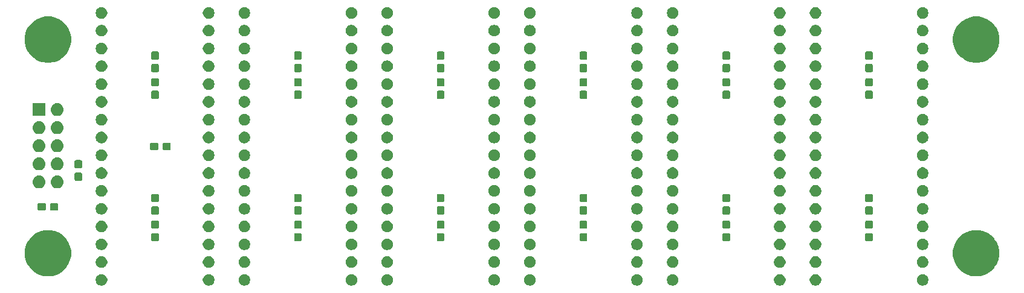
<source format=gbs>
G04 #@! TF.GenerationSoftware,KiCad,Pcbnew,(5.1.4)-1*
G04 #@! TF.CreationDate,2019-11-29T14:15:36+00:00*
G04 #@! TF.ProjectId,MAX7219_Clock,4d415837-3231-4395-9f43-6c6f636b2e6b,rev?*
G04 #@! TF.SameCoordinates,Original*
G04 #@! TF.FileFunction,Soldermask,Bot*
G04 #@! TF.FilePolarity,Negative*
%FSLAX46Y46*%
G04 Gerber Fmt 4.6, Leading zero omitted, Abs format (unit mm)*
G04 Created by KiCad (PCBNEW (5.1.4)-1) date 2019-11-29 14:15:36*
%MOMM*%
%LPD*%
G04 APERTURE LIST*
%ADD10C,0.100000*%
G04 APERTURE END LIST*
D10*
G36*
X157737142Y-87968242D02*
G01*
X157885101Y-88029529D01*
X158018255Y-88118499D01*
X158131501Y-88231745D01*
X158220471Y-88364899D01*
X158281758Y-88512858D01*
X158313000Y-88669925D01*
X158313000Y-88830075D01*
X158281758Y-88987142D01*
X158220471Y-89135101D01*
X158131501Y-89268255D01*
X158018255Y-89381501D01*
X157885101Y-89470471D01*
X157737142Y-89531758D01*
X157580075Y-89563000D01*
X157419925Y-89563000D01*
X157262858Y-89531758D01*
X157114899Y-89470471D01*
X156981745Y-89381501D01*
X156868499Y-89268255D01*
X156779529Y-89135101D01*
X156718242Y-88987142D01*
X156687000Y-88830075D01*
X156687000Y-88669925D01*
X156718242Y-88512858D01*
X156779529Y-88364899D01*
X156868499Y-88231745D01*
X156981745Y-88118499D01*
X157114899Y-88029529D01*
X157262858Y-87968242D01*
X157419925Y-87937000D01*
X157580075Y-87937000D01*
X157737142Y-87968242D01*
X157737142Y-87968242D01*
G37*
G36*
X142737142Y-87968242D02*
G01*
X142885101Y-88029529D01*
X143018255Y-88118499D01*
X143131501Y-88231745D01*
X143220471Y-88364899D01*
X143281758Y-88512858D01*
X143313000Y-88669925D01*
X143313000Y-88830075D01*
X143281758Y-88987142D01*
X143220471Y-89135101D01*
X143131501Y-89268255D01*
X143018255Y-89381501D01*
X142885101Y-89470471D01*
X142737142Y-89531758D01*
X142580075Y-89563000D01*
X142419925Y-89563000D01*
X142262858Y-89531758D01*
X142114899Y-89470471D01*
X141981745Y-89381501D01*
X141868499Y-89268255D01*
X141779529Y-89135101D01*
X141718242Y-88987142D01*
X141687000Y-88830075D01*
X141687000Y-88669925D01*
X141718242Y-88512858D01*
X141779529Y-88364899D01*
X141868499Y-88231745D01*
X141981745Y-88118499D01*
X142114899Y-88029529D01*
X142262858Y-87968242D01*
X142419925Y-87937000D01*
X142580075Y-87937000D01*
X142737142Y-87968242D01*
X142737142Y-87968242D01*
G37*
G36*
X122737142Y-87968242D02*
G01*
X122885101Y-88029529D01*
X123018255Y-88118499D01*
X123131501Y-88231745D01*
X123220471Y-88364899D01*
X123281758Y-88512858D01*
X123313000Y-88669925D01*
X123313000Y-88830075D01*
X123281758Y-88987142D01*
X123220471Y-89135101D01*
X123131501Y-89268255D01*
X123018255Y-89381501D01*
X122885101Y-89470471D01*
X122737142Y-89531758D01*
X122580075Y-89563000D01*
X122419925Y-89563000D01*
X122262858Y-89531758D01*
X122114899Y-89470471D01*
X121981745Y-89381501D01*
X121868499Y-89268255D01*
X121779529Y-89135101D01*
X121718242Y-88987142D01*
X121687000Y-88830075D01*
X121687000Y-88669925D01*
X121718242Y-88512858D01*
X121779529Y-88364899D01*
X121868499Y-88231745D01*
X121981745Y-88118499D01*
X122114899Y-88029529D01*
X122262858Y-87968242D01*
X122419925Y-87937000D01*
X122580075Y-87937000D01*
X122737142Y-87968242D01*
X122737142Y-87968242D01*
G37*
G36*
X137737142Y-87968242D02*
G01*
X137885101Y-88029529D01*
X138018255Y-88118499D01*
X138131501Y-88231745D01*
X138220471Y-88364899D01*
X138281758Y-88512858D01*
X138313000Y-88669925D01*
X138313000Y-88830075D01*
X138281758Y-88987142D01*
X138220471Y-89135101D01*
X138131501Y-89268255D01*
X138018255Y-89381501D01*
X137885101Y-89470471D01*
X137737142Y-89531758D01*
X137580075Y-89563000D01*
X137419925Y-89563000D01*
X137262858Y-89531758D01*
X137114899Y-89470471D01*
X136981745Y-89381501D01*
X136868499Y-89268255D01*
X136779529Y-89135101D01*
X136718242Y-88987142D01*
X136687000Y-88830075D01*
X136687000Y-88669925D01*
X136718242Y-88512858D01*
X136779529Y-88364899D01*
X136868499Y-88231745D01*
X136981745Y-88118499D01*
X137114899Y-88029529D01*
X137262858Y-87968242D01*
X137419925Y-87937000D01*
X137580075Y-87937000D01*
X137737142Y-87968242D01*
X137737142Y-87968242D01*
G37*
G36*
X117737142Y-87968242D02*
G01*
X117885101Y-88029529D01*
X118018255Y-88118499D01*
X118131501Y-88231745D01*
X118220471Y-88364899D01*
X118281758Y-88512858D01*
X118313000Y-88669925D01*
X118313000Y-88830075D01*
X118281758Y-88987142D01*
X118220471Y-89135101D01*
X118131501Y-89268255D01*
X118018255Y-89381501D01*
X117885101Y-89470471D01*
X117737142Y-89531758D01*
X117580075Y-89563000D01*
X117419925Y-89563000D01*
X117262858Y-89531758D01*
X117114899Y-89470471D01*
X116981745Y-89381501D01*
X116868499Y-89268255D01*
X116779529Y-89135101D01*
X116718242Y-88987142D01*
X116687000Y-88830075D01*
X116687000Y-88669925D01*
X116718242Y-88512858D01*
X116779529Y-88364899D01*
X116868499Y-88231745D01*
X116981745Y-88118499D01*
X117114899Y-88029529D01*
X117262858Y-87968242D01*
X117419925Y-87937000D01*
X117580075Y-87937000D01*
X117737142Y-87968242D01*
X117737142Y-87968242D01*
G37*
G36*
X102737142Y-87968242D02*
G01*
X102885101Y-88029529D01*
X103018255Y-88118499D01*
X103131501Y-88231745D01*
X103220471Y-88364899D01*
X103281758Y-88512858D01*
X103313000Y-88669925D01*
X103313000Y-88830075D01*
X103281758Y-88987142D01*
X103220471Y-89135101D01*
X103131501Y-89268255D01*
X103018255Y-89381501D01*
X102885101Y-89470471D01*
X102737142Y-89531758D01*
X102580075Y-89563000D01*
X102419925Y-89563000D01*
X102262858Y-89531758D01*
X102114899Y-89470471D01*
X101981745Y-89381501D01*
X101868499Y-89268255D01*
X101779529Y-89135101D01*
X101718242Y-88987142D01*
X101687000Y-88830075D01*
X101687000Y-88669925D01*
X101718242Y-88512858D01*
X101779529Y-88364899D01*
X101868499Y-88231745D01*
X101981745Y-88118499D01*
X102114899Y-88029529D01*
X102262858Y-87968242D01*
X102419925Y-87937000D01*
X102580075Y-87937000D01*
X102737142Y-87968242D01*
X102737142Y-87968242D01*
G37*
G36*
X82737142Y-87968242D02*
G01*
X82885101Y-88029529D01*
X83018255Y-88118499D01*
X83131501Y-88231745D01*
X83220471Y-88364899D01*
X83281758Y-88512858D01*
X83313000Y-88669925D01*
X83313000Y-88830075D01*
X83281758Y-88987142D01*
X83220471Y-89135101D01*
X83131501Y-89268255D01*
X83018255Y-89381501D01*
X82885101Y-89470471D01*
X82737142Y-89531758D01*
X82580075Y-89563000D01*
X82419925Y-89563000D01*
X82262858Y-89531758D01*
X82114899Y-89470471D01*
X81981745Y-89381501D01*
X81868499Y-89268255D01*
X81779529Y-89135101D01*
X81718242Y-88987142D01*
X81687000Y-88830075D01*
X81687000Y-88669925D01*
X81718242Y-88512858D01*
X81779529Y-88364899D01*
X81868499Y-88231745D01*
X81981745Y-88118499D01*
X82114899Y-88029529D01*
X82262858Y-87968242D01*
X82419925Y-87937000D01*
X82580075Y-87937000D01*
X82737142Y-87968242D01*
X82737142Y-87968242D01*
G37*
G36*
X77737142Y-87968242D02*
G01*
X77885101Y-88029529D01*
X78018255Y-88118499D01*
X78131501Y-88231745D01*
X78220471Y-88364899D01*
X78281758Y-88512858D01*
X78313000Y-88669925D01*
X78313000Y-88830075D01*
X78281758Y-88987142D01*
X78220471Y-89135101D01*
X78131501Y-89268255D01*
X78018255Y-89381501D01*
X77885101Y-89470471D01*
X77737142Y-89531758D01*
X77580075Y-89563000D01*
X77419925Y-89563000D01*
X77262858Y-89531758D01*
X77114899Y-89470471D01*
X76981745Y-89381501D01*
X76868499Y-89268255D01*
X76779529Y-89135101D01*
X76718242Y-88987142D01*
X76687000Y-88830075D01*
X76687000Y-88669925D01*
X76718242Y-88512858D01*
X76779529Y-88364899D01*
X76868499Y-88231745D01*
X76981745Y-88118499D01*
X77114899Y-88029529D01*
X77262858Y-87968242D01*
X77419925Y-87937000D01*
X77580075Y-87937000D01*
X77737142Y-87968242D01*
X77737142Y-87968242D01*
G37*
G36*
X62737142Y-87968242D02*
G01*
X62885101Y-88029529D01*
X63018255Y-88118499D01*
X63131501Y-88231745D01*
X63220471Y-88364899D01*
X63281758Y-88512858D01*
X63313000Y-88669925D01*
X63313000Y-88830075D01*
X63281758Y-88987142D01*
X63220471Y-89135101D01*
X63131501Y-89268255D01*
X63018255Y-89381501D01*
X62885101Y-89470471D01*
X62737142Y-89531758D01*
X62580075Y-89563000D01*
X62419925Y-89563000D01*
X62262858Y-89531758D01*
X62114899Y-89470471D01*
X61981745Y-89381501D01*
X61868499Y-89268255D01*
X61779529Y-89135101D01*
X61718242Y-88987142D01*
X61687000Y-88830075D01*
X61687000Y-88669925D01*
X61718242Y-88512858D01*
X61779529Y-88364899D01*
X61868499Y-88231745D01*
X61981745Y-88118499D01*
X62114899Y-88029529D01*
X62262858Y-87968242D01*
X62419925Y-87937000D01*
X62580075Y-87937000D01*
X62737142Y-87968242D01*
X62737142Y-87968242D01*
G37*
G36*
X57737142Y-87968242D02*
G01*
X57885101Y-88029529D01*
X58018255Y-88118499D01*
X58131501Y-88231745D01*
X58220471Y-88364899D01*
X58281758Y-88512858D01*
X58313000Y-88669925D01*
X58313000Y-88830075D01*
X58281758Y-88987142D01*
X58220471Y-89135101D01*
X58131501Y-89268255D01*
X58018255Y-89381501D01*
X57885101Y-89470471D01*
X57737142Y-89531758D01*
X57580075Y-89563000D01*
X57419925Y-89563000D01*
X57262858Y-89531758D01*
X57114899Y-89470471D01*
X56981745Y-89381501D01*
X56868499Y-89268255D01*
X56779529Y-89135101D01*
X56718242Y-88987142D01*
X56687000Y-88830075D01*
X56687000Y-88669925D01*
X56718242Y-88512858D01*
X56779529Y-88364899D01*
X56868499Y-88231745D01*
X56981745Y-88118499D01*
X57114899Y-88029529D01*
X57262858Y-87968242D01*
X57419925Y-87937000D01*
X57580075Y-87937000D01*
X57737142Y-87968242D01*
X57737142Y-87968242D01*
G37*
G36*
X42737142Y-87968242D02*
G01*
X42885101Y-88029529D01*
X43018255Y-88118499D01*
X43131501Y-88231745D01*
X43220471Y-88364899D01*
X43281758Y-88512858D01*
X43313000Y-88669925D01*
X43313000Y-88830075D01*
X43281758Y-88987142D01*
X43220471Y-89135101D01*
X43131501Y-89268255D01*
X43018255Y-89381501D01*
X42885101Y-89470471D01*
X42737142Y-89531758D01*
X42580075Y-89563000D01*
X42419925Y-89563000D01*
X42262858Y-89531758D01*
X42114899Y-89470471D01*
X41981745Y-89381501D01*
X41868499Y-89268255D01*
X41779529Y-89135101D01*
X41718242Y-88987142D01*
X41687000Y-88830075D01*
X41687000Y-88669925D01*
X41718242Y-88512858D01*
X41779529Y-88364899D01*
X41868499Y-88231745D01*
X41981745Y-88118499D01*
X42114899Y-88029529D01*
X42262858Y-87968242D01*
X42419925Y-87937000D01*
X42580075Y-87937000D01*
X42737142Y-87968242D01*
X42737142Y-87968242D01*
G37*
G36*
X97737142Y-87968242D02*
G01*
X97885101Y-88029529D01*
X98018255Y-88118499D01*
X98131501Y-88231745D01*
X98220471Y-88364899D01*
X98281758Y-88512858D01*
X98313000Y-88669925D01*
X98313000Y-88830075D01*
X98281758Y-88987142D01*
X98220471Y-89135101D01*
X98131501Y-89268255D01*
X98018255Y-89381501D01*
X97885101Y-89470471D01*
X97737142Y-89531758D01*
X97580075Y-89563000D01*
X97419925Y-89563000D01*
X97262858Y-89531758D01*
X97114899Y-89470471D01*
X96981745Y-89381501D01*
X96868499Y-89268255D01*
X96779529Y-89135101D01*
X96718242Y-88987142D01*
X96687000Y-88830075D01*
X96687000Y-88669925D01*
X96718242Y-88512858D01*
X96779529Y-88364899D01*
X96868499Y-88231745D01*
X96981745Y-88118499D01*
X97114899Y-88029529D01*
X97262858Y-87968242D01*
X97419925Y-87937000D01*
X97580075Y-87937000D01*
X97737142Y-87968242D01*
X97737142Y-87968242D01*
G37*
G36*
X165417008Y-81768257D02*
G01*
X165948282Y-81873934D01*
X166539926Y-82119001D01*
X166865217Y-82336354D01*
X167072391Y-82474783D01*
X167525217Y-82927609D01*
X167593318Y-83029529D01*
X167880999Y-83460074D01*
X168126066Y-84051718D01*
X168251000Y-84679804D01*
X168251000Y-85320196D01*
X168126066Y-85948282D01*
X167880999Y-86539926D01*
X167595986Y-86966477D01*
X167552368Y-87031757D01*
X167525216Y-87072392D01*
X167072392Y-87525216D01*
X166539926Y-87880999D01*
X165948282Y-88126066D01*
X165634239Y-88188533D01*
X165320197Y-88251000D01*
X164679803Y-88251000D01*
X164365761Y-88188533D01*
X164051718Y-88126066D01*
X163460074Y-87880999D01*
X162927608Y-87525216D01*
X162474784Y-87072392D01*
X162447633Y-87031757D01*
X162404014Y-86966477D01*
X162119001Y-86539926D01*
X161873934Y-85948282D01*
X161749000Y-85320196D01*
X161749000Y-84679804D01*
X161873934Y-84051718D01*
X162119001Y-83460074D01*
X162406682Y-83029529D01*
X162474783Y-82927609D01*
X162927609Y-82474783D01*
X163134783Y-82336354D01*
X163460074Y-82119001D01*
X164051718Y-81873934D01*
X164582992Y-81768257D01*
X164679803Y-81749000D01*
X165320197Y-81749000D01*
X165417008Y-81768257D01*
X165417008Y-81768257D01*
G37*
G36*
X35417008Y-81768257D02*
G01*
X35948282Y-81873934D01*
X36539926Y-82119001D01*
X36865217Y-82336354D01*
X37072391Y-82474783D01*
X37525217Y-82927609D01*
X37593318Y-83029529D01*
X37880999Y-83460074D01*
X38126066Y-84051718D01*
X38251000Y-84679804D01*
X38251000Y-85320196D01*
X38126066Y-85948282D01*
X37880999Y-86539926D01*
X37595986Y-86966477D01*
X37552368Y-87031757D01*
X37525216Y-87072392D01*
X37072392Y-87525216D01*
X36539926Y-87880999D01*
X35948282Y-88126066D01*
X35634239Y-88188533D01*
X35320197Y-88251000D01*
X34679803Y-88251000D01*
X34365761Y-88188533D01*
X34051718Y-88126066D01*
X33460074Y-87880999D01*
X32927608Y-87525216D01*
X32474784Y-87072392D01*
X32447633Y-87031757D01*
X32404014Y-86966477D01*
X32119001Y-86539926D01*
X31873934Y-85948282D01*
X31749000Y-85320196D01*
X31749000Y-84679804D01*
X31873934Y-84051718D01*
X32119001Y-83460074D01*
X32406682Y-83029529D01*
X32474783Y-82927609D01*
X32927609Y-82474783D01*
X33134783Y-82336354D01*
X33460074Y-82119001D01*
X34051718Y-81873934D01*
X34582992Y-81768257D01*
X34679803Y-81749000D01*
X35320197Y-81749000D01*
X35417008Y-81768257D01*
X35417008Y-81768257D01*
G37*
G36*
X57737142Y-85468242D02*
G01*
X57885101Y-85529529D01*
X58018255Y-85618499D01*
X58131501Y-85731745D01*
X58220471Y-85864899D01*
X58281758Y-86012858D01*
X58313000Y-86169925D01*
X58313000Y-86330075D01*
X58281758Y-86487142D01*
X58220471Y-86635101D01*
X58131501Y-86768255D01*
X58018255Y-86881501D01*
X57885101Y-86970471D01*
X57737142Y-87031758D01*
X57580075Y-87063000D01*
X57419925Y-87063000D01*
X57262858Y-87031758D01*
X57114899Y-86970471D01*
X56981745Y-86881501D01*
X56868499Y-86768255D01*
X56779529Y-86635101D01*
X56718242Y-86487142D01*
X56687000Y-86330075D01*
X56687000Y-86169925D01*
X56718242Y-86012858D01*
X56779529Y-85864899D01*
X56868499Y-85731745D01*
X56981745Y-85618499D01*
X57114899Y-85529529D01*
X57262858Y-85468242D01*
X57419925Y-85437000D01*
X57580075Y-85437000D01*
X57737142Y-85468242D01*
X57737142Y-85468242D01*
G37*
G36*
X42737142Y-85468242D02*
G01*
X42885101Y-85529529D01*
X43018255Y-85618499D01*
X43131501Y-85731745D01*
X43220471Y-85864899D01*
X43281758Y-86012858D01*
X43313000Y-86169925D01*
X43313000Y-86330075D01*
X43281758Y-86487142D01*
X43220471Y-86635101D01*
X43131501Y-86768255D01*
X43018255Y-86881501D01*
X42885101Y-86970471D01*
X42737142Y-87031758D01*
X42580075Y-87063000D01*
X42419925Y-87063000D01*
X42262858Y-87031758D01*
X42114899Y-86970471D01*
X41981745Y-86881501D01*
X41868499Y-86768255D01*
X41779529Y-86635101D01*
X41718242Y-86487142D01*
X41687000Y-86330075D01*
X41687000Y-86169925D01*
X41718242Y-86012858D01*
X41779529Y-85864899D01*
X41868499Y-85731745D01*
X41981745Y-85618499D01*
X42114899Y-85529529D01*
X42262858Y-85468242D01*
X42419925Y-85437000D01*
X42580075Y-85437000D01*
X42737142Y-85468242D01*
X42737142Y-85468242D01*
G37*
G36*
X62737142Y-85468242D02*
G01*
X62885101Y-85529529D01*
X63018255Y-85618499D01*
X63131501Y-85731745D01*
X63220471Y-85864899D01*
X63281758Y-86012858D01*
X63313000Y-86169925D01*
X63313000Y-86330075D01*
X63281758Y-86487142D01*
X63220471Y-86635101D01*
X63131501Y-86768255D01*
X63018255Y-86881501D01*
X62885101Y-86970471D01*
X62737142Y-87031758D01*
X62580075Y-87063000D01*
X62419925Y-87063000D01*
X62262858Y-87031758D01*
X62114899Y-86970471D01*
X61981745Y-86881501D01*
X61868499Y-86768255D01*
X61779529Y-86635101D01*
X61718242Y-86487142D01*
X61687000Y-86330075D01*
X61687000Y-86169925D01*
X61718242Y-86012858D01*
X61779529Y-85864899D01*
X61868499Y-85731745D01*
X61981745Y-85618499D01*
X62114899Y-85529529D01*
X62262858Y-85468242D01*
X62419925Y-85437000D01*
X62580075Y-85437000D01*
X62737142Y-85468242D01*
X62737142Y-85468242D01*
G37*
G36*
X77737142Y-85468242D02*
G01*
X77885101Y-85529529D01*
X78018255Y-85618499D01*
X78131501Y-85731745D01*
X78220471Y-85864899D01*
X78281758Y-86012858D01*
X78313000Y-86169925D01*
X78313000Y-86330075D01*
X78281758Y-86487142D01*
X78220471Y-86635101D01*
X78131501Y-86768255D01*
X78018255Y-86881501D01*
X77885101Y-86970471D01*
X77737142Y-87031758D01*
X77580075Y-87063000D01*
X77419925Y-87063000D01*
X77262858Y-87031758D01*
X77114899Y-86970471D01*
X76981745Y-86881501D01*
X76868499Y-86768255D01*
X76779529Y-86635101D01*
X76718242Y-86487142D01*
X76687000Y-86330075D01*
X76687000Y-86169925D01*
X76718242Y-86012858D01*
X76779529Y-85864899D01*
X76868499Y-85731745D01*
X76981745Y-85618499D01*
X77114899Y-85529529D01*
X77262858Y-85468242D01*
X77419925Y-85437000D01*
X77580075Y-85437000D01*
X77737142Y-85468242D01*
X77737142Y-85468242D01*
G37*
G36*
X97737142Y-85468242D02*
G01*
X97885101Y-85529529D01*
X98018255Y-85618499D01*
X98131501Y-85731745D01*
X98220471Y-85864899D01*
X98281758Y-86012858D01*
X98313000Y-86169925D01*
X98313000Y-86330075D01*
X98281758Y-86487142D01*
X98220471Y-86635101D01*
X98131501Y-86768255D01*
X98018255Y-86881501D01*
X97885101Y-86970471D01*
X97737142Y-87031758D01*
X97580075Y-87063000D01*
X97419925Y-87063000D01*
X97262858Y-87031758D01*
X97114899Y-86970471D01*
X96981745Y-86881501D01*
X96868499Y-86768255D01*
X96779529Y-86635101D01*
X96718242Y-86487142D01*
X96687000Y-86330075D01*
X96687000Y-86169925D01*
X96718242Y-86012858D01*
X96779529Y-85864899D01*
X96868499Y-85731745D01*
X96981745Y-85618499D01*
X97114899Y-85529529D01*
X97262858Y-85468242D01*
X97419925Y-85437000D01*
X97580075Y-85437000D01*
X97737142Y-85468242D01*
X97737142Y-85468242D01*
G37*
G36*
X82737142Y-85468242D02*
G01*
X82885101Y-85529529D01*
X83018255Y-85618499D01*
X83131501Y-85731745D01*
X83220471Y-85864899D01*
X83281758Y-86012858D01*
X83313000Y-86169925D01*
X83313000Y-86330075D01*
X83281758Y-86487142D01*
X83220471Y-86635101D01*
X83131501Y-86768255D01*
X83018255Y-86881501D01*
X82885101Y-86970471D01*
X82737142Y-87031758D01*
X82580075Y-87063000D01*
X82419925Y-87063000D01*
X82262858Y-87031758D01*
X82114899Y-86970471D01*
X81981745Y-86881501D01*
X81868499Y-86768255D01*
X81779529Y-86635101D01*
X81718242Y-86487142D01*
X81687000Y-86330075D01*
X81687000Y-86169925D01*
X81718242Y-86012858D01*
X81779529Y-85864899D01*
X81868499Y-85731745D01*
X81981745Y-85618499D01*
X82114899Y-85529529D01*
X82262858Y-85468242D01*
X82419925Y-85437000D01*
X82580075Y-85437000D01*
X82737142Y-85468242D01*
X82737142Y-85468242D01*
G37*
G36*
X117737142Y-85468242D02*
G01*
X117885101Y-85529529D01*
X118018255Y-85618499D01*
X118131501Y-85731745D01*
X118220471Y-85864899D01*
X118281758Y-86012858D01*
X118313000Y-86169925D01*
X118313000Y-86330075D01*
X118281758Y-86487142D01*
X118220471Y-86635101D01*
X118131501Y-86768255D01*
X118018255Y-86881501D01*
X117885101Y-86970471D01*
X117737142Y-87031758D01*
X117580075Y-87063000D01*
X117419925Y-87063000D01*
X117262858Y-87031758D01*
X117114899Y-86970471D01*
X116981745Y-86881501D01*
X116868499Y-86768255D01*
X116779529Y-86635101D01*
X116718242Y-86487142D01*
X116687000Y-86330075D01*
X116687000Y-86169925D01*
X116718242Y-86012858D01*
X116779529Y-85864899D01*
X116868499Y-85731745D01*
X116981745Y-85618499D01*
X117114899Y-85529529D01*
X117262858Y-85468242D01*
X117419925Y-85437000D01*
X117580075Y-85437000D01*
X117737142Y-85468242D01*
X117737142Y-85468242D01*
G37*
G36*
X142737142Y-85468242D02*
G01*
X142885101Y-85529529D01*
X143018255Y-85618499D01*
X143131501Y-85731745D01*
X143220471Y-85864899D01*
X143281758Y-86012858D01*
X143313000Y-86169925D01*
X143313000Y-86330075D01*
X143281758Y-86487142D01*
X143220471Y-86635101D01*
X143131501Y-86768255D01*
X143018255Y-86881501D01*
X142885101Y-86970471D01*
X142737142Y-87031758D01*
X142580075Y-87063000D01*
X142419925Y-87063000D01*
X142262858Y-87031758D01*
X142114899Y-86970471D01*
X141981745Y-86881501D01*
X141868499Y-86768255D01*
X141779529Y-86635101D01*
X141718242Y-86487142D01*
X141687000Y-86330075D01*
X141687000Y-86169925D01*
X141718242Y-86012858D01*
X141779529Y-85864899D01*
X141868499Y-85731745D01*
X141981745Y-85618499D01*
X142114899Y-85529529D01*
X142262858Y-85468242D01*
X142419925Y-85437000D01*
X142580075Y-85437000D01*
X142737142Y-85468242D01*
X142737142Y-85468242D01*
G37*
G36*
X157737142Y-85468242D02*
G01*
X157885101Y-85529529D01*
X158018255Y-85618499D01*
X158131501Y-85731745D01*
X158220471Y-85864899D01*
X158281758Y-86012858D01*
X158313000Y-86169925D01*
X158313000Y-86330075D01*
X158281758Y-86487142D01*
X158220471Y-86635101D01*
X158131501Y-86768255D01*
X158018255Y-86881501D01*
X157885101Y-86970471D01*
X157737142Y-87031758D01*
X157580075Y-87063000D01*
X157419925Y-87063000D01*
X157262858Y-87031758D01*
X157114899Y-86970471D01*
X156981745Y-86881501D01*
X156868499Y-86768255D01*
X156779529Y-86635101D01*
X156718242Y-86487142D01*
X156687000Y-86330075D01*
X156687000Y-86169925D01*
X156718242Y-86012858D01*
X156779529Y-85864899D01*
X156868499Y-85731745D01*
X156981745Y-85618499D01*
X157114899Y-85529529D01*
X157262858Y-85468242D01*
X157419925Y-85437000D01*
X157580075Y-85437000D01*
X157737142Y-85468242D01*
X157737142Y-85468242D01*
G37*
G36*
X102737142Y-85468242D02*
G01*
X102885101Y-85529529D01*
X103018255Y-85618499D01*
X103131501Y-85731745D01*
X103220471Y-85864899D01*
X103281758Y-86012858D01*
X103313000Y-86169925D01*
X103313000Y-86330075D01*
X103281758Y-86487142D01*
X103220471Y-86635101D01*
X103131501Y-86768255D01*
X103018255Y-86881501D01*
X102885101Y-86970471D01*
X102737142Y-87031758D01*
X102580075Y-87063000D01*
X102419925Y-87063000D01*
X102262858Y-87031758D01*
X102114899Y-86970471D01*
X101981745Y-86881501D01*
X101868499Y-86768255D01*
X101779529Y-86635101D01*
X101718242Y-86487142D01*
X101687000Y-86330075D01*
X101687000Y-86169925D01*
X101718242Y-86012858D01*
X101779529Y-85864899D01*
X101868499Y-85731745D01*
X101981745Y-85618499D01*
X102114899Y-85529529D01*
X102262858Y-85468242D01*
X102419925Y-85437000D01*
X102580075Y-85437000D01*
X102737142Y-85468242D01*
X102737142Y-85468242D01*
G37*
G36*
X122737142Y-85468242D02*
G01*
X122885101Y-85529529D01*
X123018255Y-85618499D01*
X123131501Y-85731745D01*
X123220471Y-85864899D01*
X123281758Y-86012858D01*
X123313000Y-86169925D01*
X123313000Y-86330075D01*
X123281758Y-86487142D01*
X123220471Y-86635101D01*
X123131501Y-86768255D01*
X123018255Y-86881501D01*
X122885101Y-86970471D01*
X122737142Y-87031758D01*
X122580075Y-87063000D01*
X122419925Y-87063000D01*
X122262858Y-87031758D01*
X122114899Y-86970471D01*
X121981745Y-86881501D01*
X121868499Y-86768255D01*
X121779529Y-86635101D01*
X121718242Y-86487142D01*
X121687000Y-86330075D01*
X121687000Y-86169925D01*
X121718242Y-86012858D01*
X121779529Y-85864899D01*
X121868499Y-85731745D01*
X121981745Y-85618499D01*
X122114899Y-85529529D01*
X122262858Y-85468242D01*
X122419925Y-85437000D01*
X122580075Y-85437000D01*
X122737142Y-85468242D01*
X122737142Y-85468242D01*
G37*
G36*
X137737142Y-85468242D02*
G01*
X137885101Y-85529529D01*
X138018255Y-85618499D01*
X138131501Y-85731745D01*
X138220471Y-85864899D01*
X138281758Y-86012858D01*
X138313000Y-86169925D01*
X138313000Y-86330075D01*
X138281758Y-86487142D01*
X138220471Y-86635101D01*
X138131501Y-86768255D01*
X138018255Y-86881501D01*
X137885101Y-86970471D01*
X137737142Y-87031758D01*
X137580075Y-87063000D01*
X137419925Y-87063000D01*
X137262858Y-87031758D01*
X137114899Y-86970471D01*
X136981745Y-86881501D01*
X136868499Y-86768255D01*
X136779529Y-86635101D01*
X136718242Y-86487142D01*
X136687000Y-86330075D01*
X136687000Y-86169925D01*
X136718242Y-86012858D01*
X136779529Y-85864899D01*
X136868499Y-85731745D01*
X136981745Y-85618499D01*
X137114899Y-85529529D01*
X137262858Y-85468242D01*
X137419925Y-85437000D01*
X137580075Y-85437000D01*
X137737142Y-85468242D01*
X137737142Y-85468242D01*
G37*
G36*
X82737142Y-82968242D02*
G01*
X82885101Y-83029529D01*
X83018255Y-83118499D01*
X83131501Y-83231745D01*
X83220471Y-83364899D01*
X83281758Y-83512858D01*
X83313000Y-83669925D01*
X83313000Y-83830075D01*
X83281758Y-83987142D01*
X83220471Y-84135101D01*
X83131501Y-84268255D01*
X83018255Y-84381501D01*
X82885101Y-84470471D01*
X82737142Y-84531758D01*
X82580075Y-84563000D01*
X82419925Y-84563000D01*
X82262858Y-84531758D01*
X82114899Y-84470471D01*
X81981745Y-84381501D01*
X81868499Y-84268255D01*
X81779529Y-84135101D01*
X81718242Y-83987142D01*
X81687000Y-83830075D01*
X81687000Y-83669925D01*
X81718242Y-83512858D01*
X81779529Y-83364899D01*
X81868499Y-83231745D01*
X81981745Y-83118499D01*
X82114899Y-83029529D01*
X82262858Y-82968242D01*
X82419925Y-82937000D01*
X82580075Y-82937000D01*
X82737142Y-82968242D01*
X82737142Y-82968242D01*
G37*
G36*
X157737142Y-82968242D02*
G01*
X157885101Y-83029529D01*
X158018255Y-83118499D01*
X158131501Y-83231745D01*
X158220471Y-83364899D01*
X158281758Y-83512858D01*
X158313000Y-83669925D01*
X158313000Y-83830075D01*
X158281758Y-83987142D01*
X158220471Y-84135101D01*
X158131501Y-84268255D01*
X158018255Y-84381501D01*
X157885101Y-84470471D01*
X157737142Y-84531758D01*
X157580075Y-84563000D01*
X157419925Y-84563000D01*
X157262858Y-84531758D01*
X157114899Y-84470471D01*
X156981745Y-84381501D01*
X156868499Y-84268255D01*
X156779529Y-84135101D01*
X156718242Y-83987142D01*
X156687000Y-83830075D01*
X156687000Y-83669925D01*
X156718242Y-83512858D01*
X156779529Y-83364899D01*
X156868499Y-83231745D01*
X156981745Y-83118499D01*
X157114899Y-83029529D01*
X157262858Y-82968242D01*
X157419925Y-82937000D01*
X157580075Y-82937000D01*
X157737142Y-82968242D01*
X157737142Y-82968242D01*
G37*
G36*
X142737142Y-82968242D02*
G01*
X142885101Y-83029529D01*
X143018255Y-83118499D01*
X143131501Y-83231745D01*
X143220471Y-83364899D01*
X143281758Y-83512858D01*
X143313000Y-83669925D01*
X143313000Y-83830075D01*
X143281758Y-83987142D01*
X143220471Y-84135101D01*
X143131501Y-84268255D01*
X143018255Y-84381501D01*
X142885101Y-84470471D01*
X142737142Y-84531758D01*
X142580075Y-84563000D01*
X142419925Y-84563000D01*
X142262858Y-84531758D01*
X142114899Y-84470471D01*
X141981745Y-84381501D01*
X141868499Y-84268255D01*
X141779529Y-84135101D01*
X141718242Y-83987142D01*
X141687000Y-83830075D01*
X141687000Y-83669925D01*
X141718242Y-83512858D01*
X141779529Y-83364899D01*
X141868499Y-83231745D01*
X141981745Y-83118499D01*
X142114899Y-83029529D01*
X142262858Y-82968242D01*
X142419925Y-82937000D01*
X142580075Y-82937000D01*
X142737142Y-82968242D01*
X142737142Y-82968242D01*
G37*
G36*
X137737142Y-82968242D02*
G01*
X137885101Y-83029529D01*
X138018255Y-83118499D01*
X138131501Y-83231745D01*
X138220471Y-83364899D01*
X138281758Y-83512858D01*
X138313000Y-83669925D01*
X138313000Y-83830075D01*
X138281758Y-83987142D01*
X138220471Y-84135101D01*
X138131501Y-84268255D01*
X138018255Y-84381501D01*
X137885101Y-84470471D01*
X137737142Y-84531758D01*
X137580075Y-84563000D01*
X137419925Y-84563000D01*
X137262858Y-84531758D01*
X137114899Y-84470471D01*
X136981745Y-84381501D01*
X136868499Y-84268255D01*
X136779529Y-84135101D01*
X136718242Y-83987142D01*
X136687000Y-83830075D01*
X136687000Y-83669925D01*
X136718242Y-83512858D01*
X136779529Y-83364899D01*
X136868499Y-83231745D01*
X136981745Y-83118499D01*
X137114899Y-83029529D01*
X137262858Y-82968242D01*
X137419925Y-82937000D01*
X137580075Y-82937000D01*
X137737142Y-82968242D01*
X137737142Y-82968242D01*
G37*
G36*
X122737142Y-82968242D02*
G01*
X122885101Y-83029529D01*
X123018255Y-83118499D01*
X123131501Y-83231745D01*
X123220471Y-83364899D01*
X123281758Y-83512858D01*
X123313000Y-83669925D01*
X123313000Y-83830075D01*
X123281758Y-83987142D01*
X123220471Y-84135101D01*
X123131501Y-84268255D01*
X123018255Y-84381501D01*
X122885101Y-84470471D01*
X122737142Y-84531758D01*
X122580075Y-84563000D01*
X122419925Y-84563000D01*
X122262858Y-84531758D01*
X122114899Y-84470471D01*
X121981745Y-84381501D01*
X121868499Y-84268255D01*
X121779529Y-84135101D01*
X121718242Y-83987142D01*
X121687000Y-83830075D01*
X121687000Y-83669925D01*
X121718242Y-83512858D01*
X121779529Y-83364899D01*
X121868499Y-83231745D01*
X121981745Y-83118499D01*
X122114899Y-83029529D01*
X122262858Y-82968242D01*
X122419925Y-82937000D01*
X122580075Y-82937000D01*
X122737142Y-82968242D01*
X122737142Y-82968242D01*
G37*
G36*
X117737142Y-82968242D02*
G01*
X117885101Y-83029529D01*
X118018255Y-83118499D01*
X118131501Y-83231745D01*
X118220471Y-83364899D01*
X118281758Y-83512858D01*
X118313000Y-83669925D01*
X118313000Y-83830075D01*
X118281758Y-83987142D01*
X118220471Y-84135101D01*
X118131501Y-84268255D01*
X118018255Y-84381501D01*
X117885101Y-84470471D01*
X117737142Y-84531758D01*
X117580075Y-84563000D01*
X117419925Y-84563000D01*
X117262858Y-84531758D01*
X117114899Y-84470471D01*
X116981745Y-84381501D01*
X116868499Y-84268255D01*
X116779529Y-84135101D01*
X116718242Y-83987142D01*
X116687000Y-83830075D01*
X116687000Y-83669925D01*
X116718242Y-83512858D01*
X116779529Y-83364899D01*
X116868499Y-83231745D01*
X116981745Y-83118499D01*
X117114899Y-83029529D01*
X117262858Y-82968242D01*
X117419925Y-82937000D01*
X117580075Y-82937000D01*
X117737142Y-82968242D01*
X117737142Y-82968242D01*
G37*
G36*
X42737142Y-82968242D02*
G01*
X42885101Y-83029529D01*
X43018255Y-83118499D01*
X43131501Y-83231745D01*
X43220471Y-83364899D01*
X43281758Y-83512858D01*
X43313000Y-83669925D01*
X43313000Y-83830075D01*
X43281758Y-83987142D01*
X43220471Y-84135101D01*
X43131501Y-84268255D01*
X43018255Y-84381501D01*
X42885101Y-84470471D01*
X42737142Y-84531758D01*
X42580075Y-84563000D01*
X42419925Y-84563000D01*
X42262858Y-84531758D01*
X42114899Y-84470471D01*
X41981745Y-84381501D01*
X41868499Y-84268255D01*
X41779529Y-84135101D01*
X41718242Y-83987142D01*
X41687000Y-83830075D01*
X41687000Y-83669925D01*
X41718242Y-83512858D01*
X41779529Y-83364899D01*
X41868499Y-83231745D01*
X41981745Y-83118499D01*
X42114899Y-83029529D01*
X42262858Y-82968242D01*
X42419925Y-82937000D01*
X42580075Y-82937000D01*
X42737142Y-82968242D01*
X42737142Y-82968242D01*
G37*
G36*
X97737142Y-82968242D02*
G01*
X97885101Y-83029529D01*
X98018255Y-83118499D01*
X98131501Y-83231745D01*
X98220471Y-83364899D01*
X98281758Y-83512858D01*
X98313000Y-83669925D01*
X98313000Y-83830075D01*
X98281758Y-83987142D01*
X98220471Y-84135101D01*
X98131501Y-84268255D01*
X98018255Y-84381501D01*
X97885101Y-84470471D01*
X97737142Y-84531758D01*
X97580075Y-84563000D01*
X97419925Y-84563000D01*
X97262858Y-84531758D01*
X97114899Y-84470471D01*
X96981745Y-84381501D01*
X96868499Y-84268255D01*
X96779529Y-84135101D01*
X96718242Y-83987142D01*
X96687000Y-83830075D01*
X96687000Y-83669925D01*
X96718242Y-83512858D01*
X96779529Y-83364899D01*
X96868499Y-83231745D01*
X96981745Y-83118499D01*
X97114899Y-83029529D01*
X97262858Y-82968242D01*
X97419925Y-82937000D01*
X97580075Y-82937000D01*
X97737142Y-82968242D01*
X97737142Y-82968242D01*
G37*
G36*
X62737142Y-82968242D02*
G01*
X62885101Y-83029529D01*
X63018255Y-83118499D01*
X63131501Y-83231745D01*
X63220471Y-83364899D01*
X63281758Y-83512858D01*
X63313000Y-83669925D01*
X63313000Y-83830075D01*
X63281758Y-83987142D01*
X63220471Y-84135101D01*
X63131501Y-84268255D01*
X63018255Y-84381501D01*
X62885101Y-84470471D01*
X62737142Y-84531758D01*
X62580075Y-84563000D01*
X62419925Y-84563000D01*
X62262858Y-84531758D01*
X62114899Y-84470471D01*
X61981745Y-84381501D01*
X61868499Y-84268255D01*
X61779529Y-84135101D01*
X61718242Y-83987142D01*
X61687000Y-83830075D01*
X61687000Y-83669925D01*
X61718242Y-83512858D01*
X61779529Y-83364899D01*
X61868499Y-83231745D01*
X61981745Y-83118499D01*
X62114899Y-83029529D01*
X62262858Y-82968242D01*
X62419925Y-82937000D01*
X62580075Y-82937000D01*
X62737142Y-82968242D01*
X62737142Y-82968242D01*
G37*
G36*
X57737142Y-82968242D02*
G01*
X57885101Y-83029529D01*
X58018255Y-83118499D01*
X58131501Y-83231745D01*
X58220471Y-83364899D01*
X58281758Y-83512858D01*
X58313000Y-83669925D01*
X58313000Y-83830075D01*
X58281758Y-83987142D01*
X58220471Y-84135101D01*
X58131501Y-84268255D01*
X58018255Y-84381501D01*
X57885101Y-84470471D01*
X57737142Y-84531758D01*
X57580075Y-84563000D01*
X57419925Y-84563000D01*
X57262858Y-84531758D01*
X57114899Y-84470471D01*
X56981745Y-84381501D01*
X56868499Y-84268255D01*
X56779529Y-84135101D01*
X56718242Y-83987142D01*
X56687000Y-83830075D01*
X56687000Y-83669925D01*
X56718242Y-83512858D01*
X56779529Y-83364899D01*
X56868499Y-83231745D01*
X56981745Y-83118499D01*
X57114899Y-83029529D01*
X57262858Y-82968242D01*
X57419925Y-82937000D01*
X57580075Y-82937000D01*
X57737142Y-82968242D01*
X57737142Y-82968242D01*
G37*
G36*
X77737142Y-82968242D02*
G01*
X77885101Y-83029529D01*
X78018255Y-83118499D01*
X78131501Y-83231745D01*
X78220471Y-83364899D01*
X78281758Y-83512858D01*
X78313000Y-83669925D01*
X78313000Y-83830075D01*
X78281758Y-83987142D01*
X78220471Y-84135101D01*
X78131501Y-84268255D01*
X78018255Y-84381501D01*
X77885101Y-84470471D01*
X77737142Y-84531758D01*
X77580075Y-84563000D01*
X77419925Y-84563000D01*
X77262858Y-84531758D01*
X77114899Y-84470471D01*
X76981745Y-84381501D01*
X76868499Y-84268255D01*
X76779529Y-84135101D01*
X76718242Y-83987142D01*
X76687000Y-83830075D01*
X76687000Y-83669925D01*
X76718242Y-83512858D01*
X76779529Y-83364899D01*
X76868499Y-83231745D01*
X76981745Y-83118499D01*
X77114899Y-83029529D01*
X77262858Y-82968242D01*
X77419925Y-82937000D01*
X77580075Y-82937000D01*
X77737142Y-82968242D01*
X77737142Y-82968242D01*
G37*
G36*
X102737142Y-82968242D02*
G01*
X102885101Y-83029529D01*
X103018255Y-83118499D01*
X103131501Y-83231745D01*
X103220471Y-83364899D01*
X103281758Y-83512858D01*
X103313000Y-83669925D01*
X103313000Y-83830075D01*
X103281758Y-83987142D01*
X103220471Y-84135101D01*
X103131501Y-84268255D01*
X103018255Y-84381501D01*
X102885101Y-84470471D01*
X102737142Y-84531758D01*
X102580075Y-84563000D01*
X102419925Y-84563000D01*
X102262858Y-84531758D01*
X102114899Y-84470471D01*
X101981745Y-84381501D01*
X101868499Y-84268255D01*
X101779529Y-84135101D01*
X101718242Y-83987142D01*
X101687000Y-83830075D01*
X101687000Y-83669925D01*
X101718242Y-83512858D01*
X101779529Y-83364899D01*
X101868499Y-83231745D01*
X101981745Y-83118499D01*
X102114899Y-83029529D01*
X102262858Y-82968242D01*
X102419925Y-82937000D01*
X102580075Y-82937000D01*
X102737142Y-82968242D01*
X102737142Y-82968242D01*
G37*
G36*
X90364499Y-82178445D02*
G01*
X90401995Y-82189820D01*
X90436554Y-82208292D01*
X90466847Y-82233153D01*
X90491708Y-82263446D01*
X90510180Y-82298005D01*
X90521555Y-82335501D01*
X90526000Y-82380638D01*
X90526000Y-83119362D01*
X90521555Y-83164499D01*
X90510180Y-83201995D01*
X90491708Y-83236554D01*
X90466847Y-83266847D01*
X90436554Y-83291708D01*
X90401995Y-83310180D01*
X90364499Y-83321555D01*
X90319362Y-83326000D01*
X89680638Y-83326000D01*
X89635501Y-83321555D01*
X89598005Y-83310180D01*
X89563446Y-83291708D01*
X89533153Y-83266847D01*
X89508292Y-83236554D01*
X89489820Y-83201995D01*
X89478445Y-83164499D01*
X89474000Y-83119362D01*
X89474000Y-82380638D01*
X89478445Y-82335501D01*
X89489820Y-82298005D01*
X89508292Y-82263446D01*
X89533153Y-82233153D01*
X89563446Y-82208292D01*
X89598005Y-82189820D01*
X89635501Y-82178445D01*
X89680638Y-82174000D01*
X90319362Y-82174000D01*
X90364499Y-82178445D01*
X90364499Y-82178445D01*
G37*
G36*
X150364499Y-82178445D02*
G01*
X150401995Y-82189820D01*
X150436554Y-82208292D01*
X150466847Y-82233153D01*
X150491708Y-82263446D01*
X150510180Y-82298005D01*
X150521555Y-82335501D01*
X150526000Y-82380638D01*
X150526000Y-83119362D01*
X150521555Y-83164499D01*
X150510180Y-83201995D01*
X150491708Y-83236554D01*
X150466847Y-83266847D01*
X150436554Y-83291708D01*
X150401995Y-83310180D01*
X150364499Y-83321555D01*
X150319362Y-83326000D01*
X149680638Y-83326000D01*
X149635501Y-83321555D01*
X149598005Y-83310180D01*
X149563446Y-83291708D01*
X149533153Y-83266847D01*
X149508292Y-83236554D01*
X149489820Y-83201995D01*
X149478445Y-83164499D01*
X149474000Y-83119362D01*
X149474000Y-82380638D01*
X149478445Y-82335501D01*
X149489820Y-82298005D01*
X149508292Y-82263446D01*
X149533153Y-82233153D01*
X149563446Y-82208292D01*
X149598005Y-82189820D01*
X149635501Y-82178445D01*
X149680638Y-82174000D01*
X150319362Y-82174000D01*
X150364499Y-82178445D01*
X150364499Y-82178445D01*
G37*
G36*
X50364499Y-82178445D02*
G01*
X50401995Y-82189820D01*
X50436554Y-82208292D01*
X50466847Y-82233153D01*
X50491708Y-82263446D01*
X50510180Y-82298005D01*
X50521555Y-82335501D01*
X50526000Y-82380638D01*
X50526000Y-83119362D01*
X50521555Y-83164499D01*
X50510180Y-83201995D01*
X50491708Y-83236554D01*
X50466847Y-83266847D01*
X50436554Y-83291708D01*
X50401995Y-83310180D01*
X50364499Y-83321555D01*
X50319362Y-83326000D01*
X49680638Y-83326000D01*
X49635501Y-83321555D01*
X49598005Y-83310180D01*
X49563446Y-83291708D01*
X49533153Y-83266847D01*
X49508292Y-83236554D01*
X49489820Y-83201995D01*
X49478445Y-83164499D01*
X49474000Y-83119362D01*
X49474000Y-82380638D01*
X49478445Y-82335501D01*
X49489820Y-82298005D01*
X49508292Y-82263446D01*
X49533153Y-82233153D01*
X49563446Y-82208292D01*
X49598005Y-82189820D01*
X49635501Y-82178445D01*
X49680638Y-82174000D01*
X50319362Y-82174000D01*
X50364499Y-82178445D01*
X50364499Y-82178445D01*
G37*
G36*
X70364499Y-82178445D02*
G01*
X70401995Y-82189820D01*
X70436554Y-82208292D01*
X70466847Y-82233153D01*
X70491708Y-82263446D01*
X70510180Y-82298005D01*
X70521555Y-82335501D01*
X70526000Y-82380638D01*
X70526000Y-83119362D01*
X70521555Y-83164499D01*
X70510180Y-83201995D01*
X70491708Y-83236554D01*
X70466847Y-83266847D01*
X70436554Y-83291708D01*
X70401995Y-83310180D01*
X70364499Y-83321555D01*
X70319362Y-83326000D01*
X69680638Y-83326000D01*
X69635501Y-83321555D01*
X69598005Y-83310180D01*
X69563446Y-83291708D01*
X69533153Y-83266847D01*
X69508292Y-83236554D01*
X69489820Y-83201995D01*
X69478445Y-83164499D01*
X69474000Y-83119362D01*
X69474000Y-82380638D01*
X69478445Y-82335501D01*
X69489820Y-82298005D01*
X69508292Y-82263446D01*
X69533153Y-82233153D01*
X69563446Y-82208292D01*
X69598005Y-82189820D01*
X69635501Y-82178445D01*
X69680638Y-82174000D01*
X70319362Y-82174000D01*
X70364499Y-82178445D01*
X70364499Y-82178445D01*
G37*
G36*
X110364499Y-82178445D02*
G01*
X110401995Y-82189820D01*
X110436554Y-82208292D01*
X110466847Y-82233153D01*
X110491708Y-82263446D01*
X110510180Y-82298005D01*
X110521555Y-82335501D01*
X110526000Y-82380638D01*
X110526000Y-83119362D01*
X110521555Y-83164499D01*
X110510180Y-83201995D01*
X110491708Y-83236554D01*
X110466847Y-83266847D01*
X110436554Y-83291708D01*
X110401995Y-83310180D01*
X110364499Y-83321555D01*
X110319362Y-83326000D01*
X109680638Y-83326000D01*
X109635501Y-83321555D01*
X109598005Y-83310180D01*
X109563446Y-83291708D01*
X109533153Y-83266847D01*
X109508292Y-83236554D01*
X109489820Y-83201995D01*
X109478445Y-83164499D01*
X109474000Y-83119362D01*
X109474000Y-82380638D01*
X109478445Y-82335501D01*
X109489820Y-82298005D01*
X109508292Y-82263446D01*
X109533153Y-82233153D01*
X109563446Y-82208292D01*
X109598005Y-82189820D01*
X109635501Y-82178445D01*
X109680638Y-82174000D01*
X110319362Y-82174000D01*
X110364499Y-82178445D01*
X110364499Y-82178445D01*
G37*
G36*
X130364499Y-82178445D02*
G01*
X130401995Y-82189820D01*
X130436554Y-82208292D01*
X130466847Y-82233153D01*
X130491708Y-82263446D01*
X130510180Y-82298005D01*
X130521555Y-82335501D01*
X130526000Y-82380638D01*
X130526000Y-83119362D01*
X130521555Y-83164499D01*
X130510180Y-83201995D01*
X130491708Y-83236554D01*
X130466847Y-83266847D01*
X130436554Y-83291708D01*
X130401995Y-83310180D01*
X130364499Y-83321555D01*
X130319362Y-83326000D01*
X129680638Y-83326000D01*
X129635501Y-83321555D01*
X129598005Y-83310180D01*
X129563446Y-83291708D01*
X129533153Y-83266847D01*
X129508292Y-83236554D01*
X129489820Y-83201995D01*
X129478445Y-83164499D01*
X129474000Y-83119362D01*
X129474000Y-82380638D01*
X129478445Y-82335501D01*
X129489820Y-82298005D01*
X129508292Y-82263446D01*
X129533153Y-82233153D01*
X129563446Y-82208292D01*
X129598005Y-82189820D01*
X129635501Y-82178445D01*
X129680638Y-82174000D01*
X130319362Y-82174000D01*
X130364499Y-82178445D01*
X130364499Y-82178445D01*
G37*
G36*
X57737142Y-80468242D02*
G01*
X57885101Y-80529529D01*
X58018255Y-80618499D01*
X58131501Y-80731745D01*
X58220471Y-80864899D01*
X58281758Y-81012858D01*
X58313000Y-81169925D01*
X58313000Y-81330075D01*
X58281758Y-81487142D01*
X58220471Y-81635101D01*
X58131501Y-81768255D01*
X58018255Y-81881501D01*
X57885101Y-81970471D01*
X57737142Y-82031758D01*
X57580075Y-82063000D01*
X57419925Y-82063000D01*
X57262858Y-82031758D01*
X57114899Y-81970471D01*
X56981745Y-81881501D01*
X56868499Y-81768255D01*
X56779529Y-81635101D01*
X56718242Y-81487142D01*
X56687000Y-81330075D01*
X56687000Y-81169925D01*
X56718242Y-81012858D01*
X56779529Y-80864899D01*
X56868499Y-80731745D01*
X56981745Y-80618499D01*
X57114899Y-80529529D01*
X57262858Y-80468242D01*
X57419925Y-80437000D01*
X57580075Y-80437000D01*
X57737142Y-80468242D01*
X57737142Y-80468242D01*
G37*
G36*
X157737142Y-80468242D02*
G01*
X157885101Y-80529529D01*
X158018255Y-80618499D01*
X158131501Y-80731745D01*
X158220471Y-80864899D01*
X158281758Y-81012858D01*
X158313000Y-81169925D01*
X158313000Y-81330075D01*
X158281758Y-81487142D01*
X158220471Y-81635101D01*
X158131501Y-81768255D01*
X158018255Y-81881501D01*
X157885101Y-81970471D01*
X157737142Y-82031758D01*
X157580075Y-82063000D01*
X157419925Y-82063000D01*
X157262858Y-82031758D01*
X157114899Y-81970471D01*
X156981745Y-81881501D01*
X156868499Y-81768255D01*
X156779529Y-81635101D01*
X156718242Y-81487142D01*
X156687000Y-81330075D01*
X156687000Y-81169925D01*
X156718242Y-81012858D01*
X156779529Y-80864899D01*
X156868499Y-80731745D01*
X156981745Y-80618499D01*
X157114899Y-80529529D01*
X157262858Y-80468242D01*
X157419925Y-80437000D01*
X157580075Y-80437000D01*
X157737142Y-80468242D01*
X157737142Y-80468242D01*
G37*
G36*
X102737142Y-80468242D02*
G01*
X102885101Y-80529529D01*
X103018255Y-80618499D01*
X103131501Y-80731745D01*
X103220471Y-80864899D01*
X103281758Y-81012858D01*
X103313000Y-81169925D01*
X103313000Y-81330075D01*
X103281758Y-81487142D01*
X103220471Y-81635101D01*
X103131501Y-81768255D01*
X103018255Y-81881501D01*
X102885101Y-81970471D01*
X102737142Y-82031758D01*
X102580075Y-82063000D01*
X102419925Y-82063000D01*
X102262858Y-82031758D01*
X102114899Y-81970471D01*
X101981745Y-81881501D01*
X101868499Y-81768255D01*
X101779529Y-81635101D01*
X101718242Y-81487142D01*
X101687000Y-81330075D01*
X101687000Y-81169925D01*
X101718242Y-81012858D01*
X101779529Y-80864899D01*
X101868499Y-80731745D01*
X101981745Y-80618499D01*
X102114899Y-80529529D01*
X102262858Y-80468242D01*
X102419925Y-80437000D01*
X102580075Y-80437000D01*
X102737142Y-80468242D01*
X102737142Y-80468242D01*
G37*
G36*
X117737142Y-80468242D02*
G01*
X117885101Y-80529529D01*
X118018255Y-80618499D01*
X118131501Y-80731745D01*
X118220471Y-80864899D01*
X118281758Y-81012858D01*
X118313000Y-81169925D01*
X118313000Y-81330075D01*
X118281758Y-81487142D01*
X118220471Y-81635101D01*
X118131501Y-81768255D01*
X118018255Y-81881501D01*
X117885101Y-81970471D01*
X117737142Y-82031758D01*
X117580075Y-82063000D01*
X117419925Y-82063000D01*
X117262858Y-82031758D01*
X117114899Y-81970471D01*
X116981745Y-81881501D01*
X116868499Y-81768255D01*
X116779529Y-81635101D01*
X116718242Y-81487142D01*
X116687000Y-81330075D01*
X116687000Y-81169925D01*
X116718242Y-81012858D01*
X116779529Y-80864899D01*
X116868499Y-80731745D01*
X116981745Y-80618499D01*
X117114899Y-80529529D01*
X117262858Y-80468242D01*
X117419925Y-80437000D01*
X117580075Y-80437000D01*
X117737142Y-80468242D01*
X117737142Y-80468242D01*
G37*
G36*
X137737142Y-80468242D02*
G01*
X137885101Y-80529529D01*
X138018255Y-80618499D01*
X138131501Y-80731745D01*
X138220471Y-80864899D01*
X138281758Y-81012858D01*
X138313000Y-81169925D01*
X138313000Y-81330075D01*
X138281758Y-81487142D01*
X138220471Y-81635101D01*
X138131501Y-81768255D01*
X138018255Y-81881501D01*
X137885101Y-81970471D01*
X137737142Y-82031758D01*
X137580075Y-82063000D01*
X137419925Y-82063000D01*
X137262858Y-82031758D01*
X137114899Y-81970471D01*
X136981745Y-81881501D01*
X136868499Y-81768255D01*
X136779529Y-81635101D01*
X136718242Y-81487142D01*
X136687000Y-81330075D01*
X136687000Y-81169925D01*
X136718242Y-81012858D01*
X136779529Y-80864899D01*
X136868499Y-80731745D01*
X136981745Y-80618499D01*
X137114899Y-80529529D01*
X137262858Y-80468242D01*
X137419925Y-80437000D01*
X137580075Y-80437000D01*
X137737142Y-80468242D01*
X137737142Y-80468242D01*
G37*
G36*
X42737142Y-80468242D02*
G01*
X42885101Y-80529529D01*
X43018255Y-80618499D01*
X43131501Y-80731745D01*
X43220471Y-80864899D01*
X43281758Y-81012858D01*
X43313000Y-81169925D01*
X43313000Y-81330075D01*
X43281758Y-81487142D01*
X43220471Y-81635101D01*
X43131501Y-81768255D01*
X43018255Y-81881501D01*
X42885101Y-81970471D01*
X42737142Y-82031758D01*
X42580075Y-82063000D01*
X42419925Y-82063000D01*
X42262858Y-82031758D01*
X42114899Y-81970471D01*
X41981745Y-81881501D01*
X41868499Y-81768255D01*
X41779529Y-81635101D01*
X41718242Y-81487142D01*
X41687000Y-81330075D01*
X41687000Y-81169925D01*
X41718242Y-81012858D01*
X41779529Y-80864899D01*
X41868499Y-80731745D01*
X41981745Y-80618499D01*
X42114899Y-80529529D01*
X42262858Y-80468242D01*
X42419925Y-80437000D01*
X42580075Y-80437000D01*
X42737142Y-80468242D01*
X42737142Y-80468242D01*
G37*
G36*
X77737142Y-80468242D02*
G01*
X77885101Y-80529529D01*
X78018255Y-80618499D01*
X78131501Y-80731745D01*
X78220471Y-80864899D01*
X78281758Y-81012858D01*
X78313000Y-81169925D01*
X78313000Y-81330075D01*
X78281758Y-81487142D01*
X78220471Y-81635101D01*
X78131501Y-81768255D01*
X78018255Y-81881501D01*
X77885101Y-81970471D01*
X77737142Y-82031758D01*
X77580075Y-82063000D01*
X77419925Y-82063000D01*
X77262858Y-82031758D01*
X77114899Y-81970471D01*
X76981745Y-81881501D01*
X76868499Y-81768255D01*
X76779529Y-81635101D01*
X76718242Y-81487142D01*
X76687000Y-81330075D01*
X76687000Y-81169925D01*
X76718242Y-81012858D01*
X76779529Y-80864899D01*
X76868499Y-80731745D01*
X76981745Y-80618499D01*
X77114899Y-80529529D01*
X77262858Y-80468242D01*
X77419925Y-80437000D01*
X77580075Y-80437000D01*
X77737142Y-80468242D01*
X77737142Y-80468242D01*
G37*
G36*
X82737142Y-80468242D02*
G01*
X82885101Y-80529529D01*
X83018255Y-80618499D01*
X83131501Y-80731745D01*
X83220471Y-80864899D01*
X83281758Y-81012858D01*
X83313000Y-81169925D01*
X83313000Y-81330075D01*
X83281758Y-81487142D01*
X83220471Y-81635101D01*
X83131501Y-81768255D01*
X83018255Y-81881501D01*
X82885101Y-81970471D01*
X82737142Y-82031758D01*
X82580075Y-82063000D01*
X82419925Y-82063000D01*
X82262858Y-82031758D01*
X82114899Y-81970471D01*
X81981745Y-81881501D01*
X81868499Y-81768255D01*
X81779529Y-81635101D01*
X81718242Y-81487142D01*
X81687000Y-81330075D01*
X81687000Y-81169925D01*
X81718242Y-81012858D01*
X81779529Y-80864899D01*
X81868499Y-80731745D01*
X81981745Y-80618499D01*
X82114899Y-80529529D01*
X82262858Y-80468242D01*
X82419925Y-80437000D01*
X82580075Y-80437000D01*
X82737142Y-80468242D01*
X82737142Y-80468242D01*
G37*
G36*
X97737142Y-80468242D02*
G01*
X97885101Y-80529529D01*
X98018255Y-80618499D01*
X98131501Y-80731745D01*
X98220471Y-80864899D01*
X98281758Y-81012858D01*
X98313000Y-81169925D01*
X98313000Y-81330075D01*
X98281758Y-81487142D01*
X98220471Y-81635101D01*
X98131501Y-81768255D01*
X98018255Y-81881501D01*
X97885101Y-81970471D01*
X97737142Y-82031758D01*
X97580075Y-82063000D01*
X97419925Y-82063000D01*
X97262858Y-82031758D01*
X97114899Y-81970471D01*
X96981745Y-81881501D01*
X96868499Y-81768255D01*
X96779529Y-81635101D01*
X96718242Y-81487142D01*
X96687000Y-81330075D01*
X96687000Y-81169925D01*
X96718242Y-81012858D01*
X96779529Y-80864899D01*
X96868499Y-80731745D01*
X96981745Y-80618499D01*
X97114899Y-80529529D01*
X97262858Y-80468242D01*
X97419925Y-80437000D01*
X97580075Y-80437000D01*
X97737142Y-80468242D01*
X97737142Y-80468242D01*
G37*
G36*
X122737142Y-80468242D02*
G01*
X122885101Y-80529529D01*
X123018255Y-80618499D01*
X123131501Y-80731745D01*
X123220471Y-80864899D01*
X123281758Y-81012858D01*
X123313000Y-81169925D01*
X123313000Y-81330075D01*
X123281758Y-81487142D01*
X123220471Y-81635101D01*
X123131501Y-81768255D01*
X123018255Y-81881501D01*
X122885101Y-81970471D01*
X122737142Y-82031758D01*
X122580075Y-82063000D01*
X122419925Y-82063000D01*
X122262858Y-82031758D01*
X122114899Y-81970471D01*
X121981745Y-81881501D01*
X121868499Y-81768255D01*
X121779529Y-81635101D01*
X121718242Y-81487142D01*
X121687000Y-81330075D01*
X121687000Y-81169925D01*
X121718242Y-81012858D01*
X121779529Y-80864899D01*
X121868499Y-80731745D01*
X121981745Y-80618499D01*
X122114899Y-80529529D01*
X122262858Y-80468242D01*
X122419925Y-80437000D01*
X122580075Y-80437000D01*
X122737142Y-80468242D01*
X122737142Y-80468242D01*
G37*
G36*
X142737142Y-80468242D02*
G01*
X142885101Y-80529529D01*
X143018255Y-80618499D01*
X143131501Y-80731745D01*
X143220471Y-80864899D01*
X143281758Y-81012858D01*
X143313000Y-81169925D01*
X143313000Y-81330075D01*
X143281758Y-81487142D01*
X143220471Y-81635101D01*
X143131501Y-81768255D01*
X143018255Y-81881501D01*
X142885101Y-81970471D01*
X142737142Y-82031758D01*
X142580075Y-82063000D01*
X142419925Y-82063000D01*
X142262858Y-82031758D01*
X142114899Y-81970471D01*
X141981745Y-81881501D01*
X141868499Y-81768255D01*
X141779529Y-81635101D01*
X141718242Y-81487142D01*
X141687000Y-81330075D01*
X141687000Y-81169925D01*
X141718242Y-81012858D01*
X141779529Y-80864899D01*
X141868499Y-80731745D01*
X141981745Y-80618499D01*
X142114899Y-80529529D01*
X142262858Y-80468242D01*
X142419925Y-80437000D01*
X142580075Y-80437000D01*
X142737142Y-80468242D01*
X142737142Y-80468242D01*
G37*
G36*
X62737142Y-80468242D02*
G01*
X62885101Y-80529529D01*
X63018255Y-80618499D01*
X63131501Y-80731745D01*
X63220471Y-80864899D01*
X63281758Y-81012858D01*
X63313000Y-81169925D01*
X63313000Y-81330075D01*
X63281758Y-81487142D01*
X63220471Y-81635101D01*
X63131501Y-81768255D01*
X63018255Y-81881501D01*
X62885101Y-81970471D01*
X62737142Y-82031758D01*
X62580075Y-82063000D01*
X62419925Y-82063000D01*
X62262858Y-82031758D01*
X62114899Y-81970471D01*
X61981745Y-81881501D01*
X61868499Y-81768255D01*
X61779529Y-81635101D01*
X61718242Y-81487142D01*
X61687000Y-81330075D01*
X61687000Y-81169925D01*
X61718242Y-81012858D01*
X61779529Y-80864899D01*
X61868499Y-80731745D01*
X61981745Y-80618499D01*
X62114899Y-80529529D01*
X62262858Y-80468242D01*
X62419925Y-80437000D01*
X62580075Y-80437000D01*
X62737142Y-80468242D01*
X62737142Y-80468242D01*
G37*
G36*
X70364499Y-80428445D02*
G01*
X70401995Y-80439820D01*
X70436554Y-80458292D01*
X70466847Y-80483153D01*
X70491708Y-80513446D01*
X70510180Y-80548005D01*
X70521555Y-80585501D01*
X70526000Y-80630638D01*
X70526000Y-81369362D01*
X70521555Y-81414499D01*
X70510180Y-81451995D01*
X70491708Y-81486554D01*
X70466847Y-81516847D01*
X70436554Y-81541708D01*
X70401995Y-81560180D01*
X70364499Y-81571555D01*
X70319362Y-81576000D01*
X69680638Y-81576000D01*
X69635501Y-81571555D01*
X69598005Y-81560180D01*
X69563446Y-81541708D01*
X69533153Y-81516847D01*
X69508292Y-81486554D01*
X69489820Y-81451995D01*
X69478445Y-81414499D01*
X69474000Y-81369362D01*
X69474000Y-80630638D01*
X69478445Y-80585501D01*
X69489820Y-80548005D01*
X69508292Y-80513446D01*
X69533153Y-80483153D01*
X69563446Y-80458292D01*
X69598005Y-80439820D01*
X69635501Y-80428445D01*
X69680638Y-80424000D01*
X70319362Y-80424000D01*
X70364499Y-80428445D01*
X70364499Y-80428445D01*
G37*
G36*
X150364499Y-80428445D02*
G01*
X150401995Y-80439820D01*
X150436554Y-80458292D01*
X150466847Y-80483153D01*
X150491708Y-80513446D01*
X150510180Y-80548005D01*
X150521555Y-80585501D01*
X150526000Y-80630638D01*
X150526000Y-81369362D01*
X150521555Y-81414499D01*
X150510180Y-81451995D01*
X150491708Y-81486554D01*
X150466847Y-81516847D01*
X150436554Y-81541708D01*
X150401995Y-81560180D01*
X150364499Y-81571555D01*
X150319362Y-81576000D01*
X149680638Y-81576000D01*
X149635501Y-81571555D01*
X149598005Y-81560180D01*
X149563446Y-81541708D01*
X149533153Y-81516847D01*
X149508292Y-81486554D01*
X149489820Y-81451995D01*
X149478445Y-81414499D01*
X149474000Y-81369362D01*
X149474000Y-80630638D01*
X149478445Y-80585501D01*
X149489820Y-80548005D01*
X149508292Y-80513446D01*
X149533153Y-80483153D01*
X149563446Y-80458292D01*
X149598005Y-80439820D01*
X149635501Y-80428445D01*
X149680638Y-80424000D01*
X150319362Y-80424000D01*
X150364499Y-80428445D01*
X150364499Y-80428445D01*
G37*
G36*
X50364499Y-80428445D02*
G01*
X50401995Y-80439820D01*
X50436554Y-80458292D01*
X50466847Y-80483153D01*
X50491708Y-80513446D01*
X50510180Y-80548005D01*
X50521555Y-80585501D01*
X50526000Y-80630638D01*
X50526000Y-81369362D01*
X50521555Y-81414499D01*
X50510180Y-81451995D01*
X50491708Y-81486554D01*
X50466847Y-81516847D01*
X50436554Y-81541708D01*
X50401995Y-81560180D01*
X50364499Y-81571555D01*
X50319362Y-81576000D01*
X49680638Y-81576000D01*
X49635501Y-81571555D01*
X49598005Y-81560180D01*
X49563446Y-81541708D01*
X49533153Y-81516847D01*
X49508292Y-81486554D01*
X49489820Y-81451995D01*
X49478445Y-81414499D01*
X49474000Y-81369362D01*
X49474000Y-80630638D01*
X49478445Y-80585501D01*
X49489820Y-80548005D01*
X49508292Y-80513446D01*
X49533153Y-80483153D01*
X49563446Y-80458292D01*
X49598005Y-80439820D01*
X49635501Y-80428445D01*
X49680638Y-80424000D01*
X50319362Y-80424000D01*
X50364499Y-80428445D01*
X50364499Y-80428445D01*
G37*
G36*
X90364499Y-80428445D02*
G01*
X90401995Y-80439820D01*
X90436554Y-80458292D01*
X90466847Y-80483153D01*
X90491708Y-80513446D01*
X90510180Y-80548005D01*
X90521555Y-80585501D01*
X90526000Y-80630638D01*
X90526000Y-81369362D01*
X90521555Y-81414499D01*
X90510180Y-81451995D01*
X90491708Y-81486554D01*
X90466847Y-81516847D01*
X90436554Y-81541708D01*
X90401995Y-81560180D01*
X90364499Y-81571555D01*
X90319362Y-81576000D01*
X89680638Y-81576000D01*
X89635501Y-81571555D01*
X89598005Y-81560180D01*
X89563446Y-81541708D01*
X89533153Y-81516847D01*
X89508292Y-81486554D01*
X89489820Y-81451995D01*
X89478445Y-81414499D01*
X89474000Y-81369362D01*
X89474000Y-80630638D01*
X89478445Y-80585501D01*
X89489820Y-80548005D01*
X89508292Y-80513446D01*
X89533153Y-80483153D01*
X89563446Y-80458292D01*
X89598005Y-80439820D01*
X89635501Y-80428445D01*
X89680638Y-80424000D01*
X90319362Y-80424000D01*
X90364499Y-80428445D01*
X90364499Y-80428445D01*
G37*
G36*
X110364499Y-80428445D02*
G01*
X110401995Y-80439820D01*
X110436554Y-80458292D01*
X110466847Y-80483153D01*
X110491708Y-80513446D01*
X110510180Y-80548005D01*
X110521555Y-80585501D01*
X110526000Y-80630638D01*
X110526000Y-81369362D01*
X110521555Y-81414499D01*
X110510180Y-81451995D01*
X110491708Y-81486554D01*
X110466847Y-81516847D01*
X110436554Y-81541708D01*
X110401995Y-81560180D01*
X110364499Y-81571555D01*
X110319362Y-81576000D01*
X109680638Y-81576000D01*
X109635501Y-81571555D01*
X109598005Y-81560180D01*
X109563446Y-81541708D01*
X109533153Y-81516847D01*
X109508292Y-81486554D01*
X109489820Y-81451995D01*
X109478445Y-81414499D01*
X109474000Y-81369362D01*
X109474000Y-80630638D01*
X109478445Y-80585501D01*
X109489820Y-80548005D01*
X109508292Y-80513446D01*
X109533153Y-80483153D01*
X109563446Y-80458292D01*
X109598005Y-80439820D01*
X109635501Y-80428445D01*
X109680638Y-80424000D01*
X110319362Y-80424000D01*
X110364499Y-80428445D01*
X110364499Y-80428445D01*
G37*
G36*
X130364499Y-80428445D02*
G01*
X130401995Y-80439820D01*
X130436554Y-80458292D01*
X130466847Y-80483153D01*
X130491708Y-80513446D01*
X130510180Y-80548005D01*
X130521555Y-80585501D01*
X130526000Y-80630638D01*
X130526000Y-81369362D01*
X130521555Y-81414499D01*
X130510180Y-81451995D01*
X130491708Y-81486554D01*
X130466847Y-81516847D01*
X130436554Y-81541708D01*
X130401995Y-81560180D01*
X130364499Y-81571555D01*
X130319362Y-81576000D01*
X129680638Y-81576000D01*
X129635501Y-81571555D01*
X129598005Y-81560180D01*
X129563446Y-81541708D01*
X129533153Y-81516847D01*
X129508292Y-81486554D01*
X129489820Y-81451995D01*
X129478445Y-81414499D01*
X129474000Y-81369362D01*
X129474000Y-80630638D01*
X129478445Y-80585501D01*
X129489820Y-80548005D01*
X129508292Y-80513446D01*
X129533153Y-80483153D01*
X129563446Y-80458292D01*
X129598005Y-80439820D01*
X129635501Y-80428445D01*
X129680638Y-80424000D01*
X130319362Y-80424000D01*
X130364499Y-80428445D01*
X130364499Y-80428445D01*
G37*
G36*
X110364499Y-78428445D02*
G01*
X110401995Y-78439820D01*
X110436554Y-78458292D01*
X110466847Y-78483153D01*
X110491708Y-78513446D01*
X110510180Y-78548005D01*
X110521555Y-78585501D01*
X110526000Y-78630638D01*
X110526000Y-79369362D01*
X110521555Y-79414499D01*
X110510180Y-79451995D01*
X110491708Y-79486554D01*
X110466847Y-79516847D01*
X110436554Y-79541708D01*
X110401995Y-79560180D01*
X110364499Y-79571555D01*
X110319362Y-79576000D01*
X109680638Y-79576000D01*
X109635501Y-79571555D01*
X109598005Y-79560180D01*
X109563446Y-79541708D01*
X109533153Y-79516847D01*
X109508292Y-79486554D01*
X109489820Y-79451995D01*
X109478445Y-79414499D01*
X109474000Y-79369362D01*
X109474000Y-78630638D01*
X109478445Y-78585501D01*
X109489820Y-78548005D01*
X109508292Y-78513446D01*
X109533153Y-78483153D01*
X109563446Y-78458292D01*
X109598005Y-78439820D01*
X109635501Y-78428445D01*
X109680638Y-78424000D01*
X110319362Y-78424000D01*
X110364499Y-78428445D01*
X110364499Y-78428445D01*
G37*
G36*
X50364499Y-78428445D02*
G01*
X50401995Y-78439820D01*
X50436554Y-78458292D01*
X50466847Y-78483153D01*
X50491708Y-78513446D01*
X50510180Y-78548005D01*
X50521555Y-78585501D01*
X50526000Y-78630638D01*
X50526000Y-79369362D01*
X50521555Y-79414499D01*
X50510180Y-79451995D01*
X50491708Y-79486554D01*
X50466847Y-79516847D01*
X50436554Y-79541708D01*
X50401995Y-79560180D01*
X50364499Y-79571555D01*
X50319362Y-79576000D01*
X49680638Y-79576000D01*
X49635501Y-79571555D01*
X49598005Y-79560180D01*
X49563446Y-79541708D01*
X49533153Y-79516847D01*
X49508292Y-79486554D01*
X49489820Y-79451995D01*
X49478445Y-79414499D01*
X49474000Y-79369362D01*
X49474000Y-78630638D01*
X49478445Y-78585501D01*
X49489820Y-78548005D01*
X49508292Y-78513446D01*
X49533153Y-78483153D01*
X49563446Y-78458292D01*
X49598005Y-78439820D01*
X49635501Y-78428445D01*
X49680638Y-78424000D01*
X50319362Y-78424000D01*
X50364499Y-78428445D01*
X50364499Y-78428445D01*
G37*
G36*
X70364499Y-78428445D02*
G01*
X70401995Y-78439820D01*
X70436554Y-78458292D01*
X70466847Y-78483153D01*
X70491708Y-78513446D01*
X70510180Y-78548005D01*
X70521555Y-78585501D01*
X70526000Y-78630638D01*
X70526000Y-79369362D01*
X70521555Y-79414499D01*
X70510180Y-79451995D01*
X70491708Y-79486554D01*
X70466847Y-79516847D01*
X70436554Y-79541708D01*
X70401995Y-79560180D01*
X70364499Y-79571555D01*
X70319362Y-79576000D01*
X69680638Y-79576000D01*
X69635501Y-79571555D01*
X69598005Y-79560180D01*
X69563446Y-79541708D01*
X69533153Y-79516847D01*
X69508292Y-79486554D01*
X69489820Y-79451995D01*
X69478445Y-79414499D01*
X69474000Y-79369362D01*
X69474000Y-78630638D01*
X69478445Y-78585501D01*
X69489820Y-78548005D01*
X69508292Y-78513446D01*
X69533153Y-78483153D01*
X69563446Y-78458292D01*
X69598005Y-78439820D01*
X69635501Y-78428445D01*
X69680638Y-78424000D01*
X70319362Y-78424000D01*
X70364499Y-78428445D01*
X70364499Y-78428445D01*
G37*
G36*
X90364499Y-78428445D02*
G01*
X90401995Y-78439820D01*
X90436554Y-78458292D01*
X90466847Y-78483153D01*
X90491708Y-78513446D01*
X90510180Y-78548005D01*
X90521555Y-78585501D01*
X90526000Y-78630638D01*
X90526000Y-79369362D01*
X90521555Y-79414499D01*
X90510180Y-79451995D01*
X90491708Y-79486554D01*
X90466847Y-79516847D01*
X90436554Y-79541708D01*
X90401995Y-79560180D01*
X90364499Y-79571555D01*
X90319362Y-79576000D01*
X89680638Y-79576000D01*
X89635501Y-79571555D01*
X89598005Y-79560180D01*
X89563446Y-79541708D01*
X89533153Y-79516847D01*
X89508292Y-79486554D01*
X89489820Y-79451995D01*
X89478445Y-79414499D01*
X89474000Y-79369362D01*
X89474000Y-78630638D01*
X89478445Y-78585501D01*
X89489820Y-78548005D01*
X89508292Y-78513446D01*
X89533153Y-78483153D01*
X89563446Y-78458292D01*
X89598005Y-78439820D01*
X89635501Y-78428445D01*
X89680638Y-78424000D01*
X90319362Y-78424000D01*
X90364499Y-78428445D01*
X90364499Y-78428445D01*
G37*
G36*
X130364499Y-78428445D02*
G01*
X130401995Y-78439820D01*
X130436554Y-78458292D01*
X130466847Y-78483153D01*
X130491708Y-78513446D01*
X130510180Y-78548005D01*
X130521555Y-78585501D01*
X130526000Y-78630638D01*
X130526000Y-79369362D01*
X130521555Y-79414499D01*
X130510180Y-79451995D01*
X130491708Y-79486554D01*
X130466847Y-79516847D01*
X130436554Y-79541708D01*
X130401995Y-79560180D01*
X130364499Y-79571555D01*
X130319362Y-79576000D01*
X129680638Y-79576000D01*
X129635501Y-79571555D01*
X129598005Y-79560180D01*
X129563446Y-79541708D01*
X129533153Y-79516847D01*
X129508292Y-79486554D01*
X129489820Y-79451995D01*
X129478445Y-79414499D01*
X129474000Y-79369362D01*
X129474000Y-78630638D01*
X129478445Y-78585501D01*
X129489820Y-78548005D01*
X129508292Y-78513446D01*
X129533153Y-78483153D01*
X129563446Y-78458292D01*
X129598005Y-78439820D01*
X129635501Y-78428445D01*
X129680638Y-78424000D01*
X130319362Y-78424000D01*
X130364499Y-78428445D01*
X130364499Y-78428445D01*
G37*
G36*
X150364499Y-78428445D02*
G01*
X150401995Y-78439820D01*
X150436554Y-78458292D01*
X150466847Y-78483153D01*
X150491708Y-78513446D01*
X150510180Y-78548005D01*
X150521555Y-78585501D01*
X150526000Y-78630638D01*
X150526000Y-79369362D01*
X150521555Y-79414499D01*
X150510180Y-79451995D01*
X150491708Y-79486554D01*
X150466847Y-79516847D01*
X150436554Y-79541708D01*
X150401995Y-79560180D01*
X150364499Y-79571555D01*
X150319362Y-79576000D01*
X149680638Y-79576000D01*
X149635501Y-79571555D01*
X149598005Y-79560180D01*
X149563446Y-79541708D01*
X149533153Y-79516847D01*
X149508292Y-79486554D01*
X149489820Y-79451995D01*
X149478445Y-79414499D01*
X149474000Y-79369362D01*
X149474000Y-78630638D01*
X149478445Y-78585501D01*
X149489820Y-78548005D01*
X149508292Y-78513446D01*
X149533153Y-78483153D01*
X149563446Y-78458292D01*
X149598005Y-78439820D01*
X149635501Y-78428445D01*
X149680638Y-78424000D01*
X150319362Y-78424000D01*
X150364499Y-78428445D01*
X150364499Y-78428445D01*
G37*
G36*
X157737142Y-77968242D02*
G01*
X157885101Y-78029529D01*
X158018255Y-78118499D01*
X158131501Y-78231745D01*
X158220471Y-78364899D01*
X158281758Y-78512858D01*
X158313000Y-78669925D01*
X158313000Y-78830075D01*
X158281758Y-78987142D01*
X158220471Y-79135101D01*
X158131501Y-79268255D01*
X158018255Y-79381501D01*
X157885101Y-79470471D01*
X157737142Y-79531758D01*
X157580075Y-79563000D01*
X157419925Y-79563000D01*
X157262858Y-79531758D01*
X157114899Y-79470471D01*
X156981745Y-79381501D01*
X156868499Y-79268255D01*
X156779529Y-79135101D01*
X156718242Y-78987142D01*
X156687000Y-78830075D01*
X156687000Y-78669925D01*
X156718242Y-78512858D01*
X156779529Y-78364899D01*
X156868499Y-78231745D01*
X156981745Y-78118499D01*
X157114899Y-78029529D01*
X157262858Y-77968242D01*
X157419925Y-77937000D01*
X157580075Y-77937000D01*
X157737142Y-77968242D01*
X157737142Y-77968242D01*
G37*
G36*
X117737142Y-77968242D02*
G01*
X117885101Y-78029529D01*
X118018255Y-78118499D01*
X118131501Y-78231745D01*
X118220471Y-78364899D01*
X118281758Y-78512858D01*
X118313000Y-78669925D01*
X118313000Y-78830075D01*
X118281758Y-78987142D01*
X118220471Y-79135101D01*
X118131501Y-79268255D01*
X118018255Y-79381501D01*
X117885101Y-79470471D01*
X117737142Y-79531758D01*
X117580075Y-79563000D01*
X117419925Y-79563000D01*
X117262858Y-79531758D01*
X117114899Y-79470471D01*
X116981745Y-79381501D01*
X116868499Y-79268255D01*
X116779529Y-79135101D01*
X116718242Y-78987142D01*
X116687000Y-78830075D01*
X116687000Y-78669925D01*
X116718242Y-78512858D01*
X116779529Y-78364899D01*
X116868499Y-78231745D01*
X116981745Y-78118499D01*
X117114899Y-78029529D01*
X117262858Y-77968242D01*
X117419925Y-77937000D01*
X117580075Y-77937000D01*
X117737142Y-77968242D01*
X117737142Y-77968242D01*
G37*
G36*
X142737142Y-77968242D02*
G01*
X142885101Y-78029529D01*
X143018255Y-78118499D01*
X143131501Y-78231745D01*
X143220471Y-78364899D01*
X143281758Y-78512858D01*
X143313000Y-78669925D01*
X143313000Y-78830075D01*
X143281758Y-78987142D01*
X143220471Y-79135101D01*
X143131501Y-79268255D01*
X143018255Y-79381501D01*
X142885101Y-79470471D01*
X142737142Y-79531758D01*
X142580075Y-79563000D01*
X142419925Y-79563000D01*
X142262858Y-79531758D01*
X142114899Y-79470471D01*
X141981745Y-79381501D01*
X141868499Y-79268255D01*
X141779529Y-79135101D01*
X141718242Y-78987142D01*
X141687000Y-78830075D01*
X141687000Y-78669925D01*
X141718242Y-78512858D01*
X141779529Y-78364899D01*
X141868499Y-78231745D01*
X141981745Y-78118499D01*
X142114899Y-78029529D01*
X142262858Y-77968242D01*
X142419925Y-77937000D01*
X142580075Y-77937000D01*
X142737142Y-77968242D01*
X142737142Y-77968242D01*
G37*
G36*
X122737142Y-77968242D02*
G01*
X122885101Y-78029529D01*
X123018255Y-78118499D01*
X123131501Y-78231745D01*
X123220471Y-78364899D01*
X123281758Y-78512858D01*
X123313000Y-78669925D01*
X123313000Y-78830075D01*
X123281758Y-78987142D01*
X123220471Y-79135101D01*
X123131501Y-79268255D01*
X123018255Y-79381501D01*
X122885101Y-79470471D01*
X122737142Y-79531758D01*
X122580075Y-79563000D01*
X122419925Y-79563000D01*
X122262858Y-79531758D01*
X122114899Y-79470471D01*
X121981745Y-79381501D01*
X121868499Y-79268255D01*
X121779529Y-79135101D01*
X121718242Y-78987142D01*
X121687000Y-78830075D01*
X121687000Y-78669925D01*
X121718242Y-78512858D01*
X121779529Y-78364899D01*
X121868499Y-78231745D01*
X121981745Y-78118499D01*
X122114899Y-78029529D01*
X122262858Y-77968242D01*
X122419925Y-77937000D01*
X122580075Y-77937000D01*
X122737142Y-77968242D01*
X122737142Y-77968242D01*
G37*
G36*
X137737142Y-77968242D02*
G01*
X137885101Y-78029529D01*
X138018255Y-78118499D01*
X138131501Y-78231745D01*
X138220471Y-78364899D01*
X138281758Y-78512858D01*
X138313000Y-78669925D01*
X138313000Y-78830075D01*
X138281758Y-78987142D01*
X138220471Y-79135101D01*
X138131501Y-79268255D01*
X138018255Y-79381501D01*
X137885101Y-79470471D01*
X137737142Y-79531758D01*
X137580075Y-79563000D01*
X137419925Y-79563000D01*
X137262858Y-79531758D01*
X137114899Y-79470471D01*
X136981745Y-79381501D01*
X136868499Y-79268255D01*
X136779529Y-79135101D01*
X136718242Y-78987142D01*
X136687000Y-78830075D01*
X136687000Y-78669925D01*
X136718242Y-78512858D01*
X136779529Y-78364899D01*
X136868499Y-78231745D01*
X136981745Y-78118499D01*
X137114899Y-78029529D01*
X137262858Y-77968242D01*
X137419925Y-77937000D01*
X137580075Y-77937000D01*
X137737142Y-77968242D01*
X137737142Y-77968242D01*
G37*
G36*
X57737142Y-77968242D02*
G01*
X57885101Y-78029529D01*
X58018255Y-78118499D01*
X58131501Y-78231745D01*
X58220471Y-78364899D01*
X58281758Y-78512858D01*
X58313000Y-78669925D01*
X58313000Y-78830075D01*
X58281758Y-78987142D01*
X58220471Y-79135101D01*
X58131501Y-79268255D01*
X58018255Y-79381501D01*
X57885101Y-79470471D01*
X57737142Y-79531758D01*
X57580075Y-79563000D01*
X57419925Y-79563000D01*
X57262858Y-79531758D01*
X57114899Y-79470471D01*
X56981745Y-79381501D01*
X56868499Y-79268255D01*
X56779529Y-79135101D01*
X56718242Y-78987142D01*
X56687000Y-78830075D01*
X56687000Y-78669925D01*
X56718242Y-78512858D01*
X56779529Y-78364899D01*
X56868499Y-78231745D01*
X56981745Y-78118499D01*
X57114899Y-78029529D01*
X57262858Y-77968242D01*
X57419925Y-77937000D01*
X57580075Y-77937000D01*
X57737142Y-77968242D01*
X57737142Y-77968242D01*
G37*
G36*
X97737142Y-77968242D02*
G01*
X97885101Y-78029529D01*
X98018255Y-78118499D01*
X98131501Y-78231745D01*
X98220471Y-78364899D01*
X98281758Y-78512858D01*
X98313000Y-78669925D01*
X98313000Y-78830075D01*
X98281758Y-78987142D01*
X98220471Y-79135101D01*
X98131501Y-79268255D01*
X98018255Y-79381501D01*
X97885101Y-79470471D01*
X97737142Y-79531758D01*
X97580075Y-79563000D01*
X97419925Y-79563000D01*
X97262858Y-79531758D01*
X97114899Y-79470471D01*
X96981745Y-79381501D01*
X96868499Y-79268255D01*
X96779529Y-79135101D01*
X96718242Y-78987142D01*
X96687000Y-78830075D01*
X96687000Y-78669925D01*
X96718242Y-78512858D01*
X96779529Y-78364899D01*
X96868499Y-78231745D01*
X96981745Y-78118499D01*
X97114899Y-78029529D01*
X97262858Y-77968242D01*
X97419925Y-77937000D01*
X97580075Y-77937000D01*
X97737142Y-77968242D01*
X97737142Y-77968242D01*
G37*
G36*
X102737142Y-77968242D02*
G01*
X102885101Y-78029529D01*
X103018255Y-78118499D01*
X103131501Y-78231745D01*
X103220471Y-78364899D01*
X103281758Y-78512858D01*
X103313000Y-78669925D01*
X103313000Y-78830075D01*
X103281758Y-78987142D01*
X103220471Y-79135101D01*
X103131501Y-79268255D01*
X103018255Y-79381501D01*
X102885101Y-79470471D01*
X102737142Y-79531758D01*
X102580075Y-79563000D01*
X102419925Y-79563000D01*
X102262858Y-79531758D01*
X102114899Y-79470471D01*
X101981745Y-79381501D01*
X101868499Y-79268255D01*
X101779529Y-79135101D01*
X101718242Y-78987142D01*
X101687000Y-78830075D01*
X101687000Y-78669925D01*
X101718242Y-78512858D01*
X101779529Y-78364899D01*
X101868499Y-78231745D01*
X101981745Y-78118499D01*
X102114899Y-78029529D01*
X102262858Y-77968242D01*
X102419925Y-77937000D01*
X102580075Y-77937000D01*
X102737142Y-77968242D01*
X102737142Y-77968242D01*
G37*
G36*
X42737142Y-77968242D02*
G01*
X42885101Y-78029529D01*
X43018255Y-78118499D01*
X43131501Y-78231745D01*
X43220471Y-78364899D01*
X43281758Y-78512858D01*
X43313000Y-78669925D01*
X43313000Y-78830075D01*
X43281758Y-78987142D01*
X43220471Y-79135101D01*
X43131501Y-79268255D01*
X43018255Y-79381501D01*
X42885101Y-79470471D01*
X42737142Y-79531758D01*
X42580075Y-79563000D01*
X42419925Y-79563000D01*
X42262858Y-79531758D01*
X42114899Y-79470471D01*
X41981745Y-79381501D01*
X41868499Y-79268255D01*
X41779529Y-79135101D01*
X41718242Y-78987142D01*
X41687000Y-78830075D01*
X41687000Y-78669925D01*
X41718242Y-78512858D01*
X41779529Y-78364899D01*
X41868499Y-78231745D01*
X41981745Y-78118499D01*
X42114899Y-78029529D01*
X42262858Y-77968242D01*
X42419925Y-77937000D01*
X42580075Y-77937000D01*
X42737142Y-77968242D01*
X42737142Y-77968242D01*
G37*
G36*
X62737142Y-77968242D02*
G01*
X62885101Y-78029529D01*
X63018255Y-78118499D01*
X63131501Y-78231745D01*
X63220471Y-78364899D01*
X63281758Y-78512858D01*
X63313000Y-78669925D01*
X63313000Y-78830075D01*
X63281758Y-78987142D01*
X63220471Y-79135101D01*
X63131501Y-79268255D01*
X63018255Y-79381501D01*
X62885101Y-79470471D01*
X62737142Y-79531758D01*
X62580075Y-79563000D01*
X62419925Y-79563000D01*
X62262858Y-79531758D01*
X62114899Y-79470471D01*
X61981745Y-79381501D01*
X61868499Y-79268255D01*
X61779529Y-79135101D01*
X61718242Y-78987142D01*
X61687000Y-78830075D01*
X61687000Y-78669925D01*
X61718242Y-78512858D01*
X61779529Y-78364899D01*
X61868499Y-78231745D01*
X61981745Y-78118499D01*
X62114899Y-78029529D01*
X62262858Y-77968242D01*
X62419925Y-77937000D01*
X62580075Y-77937000D01*
X62737142Y-77968242D01*
X62737142Y-77968242D01*
G37*
G36*
X82737142Y-77968242D02*
G01*
X82885101Y-78029529D01*
X83018255Y-78118499D01*
X83131501Y-78231745D01*
X83220471Y-78364899D01*
X83281758Y-78512858D01*
X83313000Y-78669925D01*
X83313000Y-78830075D01*
X83281758Y-78987142D01*
X83220471Y-79135101D01*
X83131501Y-79268255D01*
X83018255Y-79381501D01*
X82885101Y-79470471D01*
X82737142Y-79531758D01*
X82580075Y-79563000D01*
X82419925Y-79563000D01*
X82262858Y-79531758D01*
X82114899Y-79470471D01*
X81981745Y-79381501D01*
X81868499Y-79268255D01*
X81779529Y-79135101D01*
X81718242Y-78987142D01*
X81687000Y-78830075D01*
X81687000Y-78669925D01*
X81718242Y-78512858D01*
X81779529Y-78364899D01*
X81868499Y-78231745D01*
X81981745Y-78118499D01*
X82114899Y-78029529D01*
X82262858Y-77968242D01*
X82419925Y-77937000D01*
X82580075Y-77937000D01*
X82737142Y-77968242D01*
X82737142Y-77968242D01*
G37*
G36*
X77737142Y-77968242D02*
G01*
X77885101Y-78029529D01*
X78018255Y-78118499D01*
X78131501Y-78231745D01*
X78220471Y-78364899D01*
X78281758Y-78512858D01*
X78313000Y-78669925D01*
X78313000Y-78830075D01*
X78281758Y-78987142D01*
X78220471Y-79135101D01*
X78131501Y-79268255D01*
X78018255Y-79381501D01*
X77885101Y-79470471D01*
X77737142Y-79531758D01*
X77580075Y-79563000D01*
X77419925Y-79563000D01*
X77262858Y-79531758D01*
X77114899Y-79470471D01*
X76981745Y-79381501D01*
X76868499Y-79268255D01*
X76779529Y-79135101D01*
X76718242Y-78987142D01*
X76687000Y-78830075D01*
X76687000Y-78669925D01*
X76718242Y-78512858D01*
X76779529Y-78364899D01*
X76868499Y-78231745D01*
X76981745Y-78118499D01*
X77114899Y-78029529D01*
X77262858Y-77968242D01*
X77419925Y-77937000D01*
X77580075Y-77937000D01*
X77737142Y-77968242D01*
X77737142Y-77968242D01*
G37*
G36*
X36289499Y-77978445D02*
G01*
X36326995Y-77989820D01*
X36361554Y-78008292D01*
X36391847Y-78033153D01*
X36416708Y-78063446D01*
X36435180Y-78098005D01*
X36446555Y-78135501D01*
X36451000Y-78180638D01*
X36451000Y-78819362D01*
X36446555Y-78864499D01*
X36435180Y-78901995D01*
X36416708Y-78936554D01*
X36391847Y-78966847D01*
X36361554Y-78991708D01*
X36326995Y-79010180D01*
X36289499Y-79021555D01*
X36244362Y-79026000D01*
X35505638Y-79026000D01*
X35460501Y-79021555D01*
X35423005Y-79010180D01*
X35388446Y-78991708D01*
X35358153Y-78966847D01*
X35333292Y-78936554D01*
X35314820Y-78901995D01*
X35303445Y-78864499D01*
X35299000Y-78819362D01*
X35299000Y-78180638D01*
X35303445Y-78135501D01*
X35314820Y-78098005D01*
X35333292Y-78063446D01*
X35358153Y-78033153D01*
X35388446Y-78008292D01*
X35423005Y-77989820D01*
X35460501Y-77978445D01*
X35505638Y-77974000D01*
X36244362Y-77974000D01*
X36289499Y-77978445D01*
X36289499Y-77978445D01*
G37*
G36*
X34539499Y-77978445D02*
G01*
X34576995Y-77989820D01*
X34611554Y-78008292D01*
X34641847Y-78033153D01*
X34666708Y-78063446D01*
X34685180Y-78098005D01*
X34696555Y-78135501D01*
X34701000Y-78180638D01*
X34701000Y-78819362D01*
X34696555Y-78864499D01*
X34685180Y-78901995D01*
X34666708Y-78936554D01*
X34641847Y-78966847D01*
X34611554Y-78991708D01*
X34576995Y-79010180D01*
X34539499Y-79021555D01*
X34494362Y-79026000D01*
X33755638Y-79026000D01*
X33710501Y-79021555D01*
X33673005Y-79010180D01*
X33638446Y-78991708D01*
X33608153Y-78966847D01*
X33583292Y-78936554D01*
X33564820Y-78901995D01*
X33553445Y-78864499D01*
X33549000Y-78819362D01*
X33549000Y-78180638D01*
X33553445Y-78135501D01*
X33564820Y-78098005D01*
X33583292Y-78063446D01*
X33608153Y-78033153D01*
X33638446Y-78008292D01*
X33673005Y-77989820D01*
X33710501Y-77978445D01*
X33755638Y-77974000D01*
X34494362Y-77974000D01*
X34539499Y-77978445D01*
X34539499Y-77978445D01*
G37*
G36*
X150364499Y-76678445D02*
G01*
X150401995Y-76689820D01*
X150436554Y-76708292D01*
X150466847Y-76733153D01*
X150491708Y-76763446D01*
X150510180Y-76798005D01*
X150521555Y-76835501D01*
X150526000Y-76880638D01*
X150526000Y-77619362D01*
X150521555Y-77664499D01*
X150510180Y-77701995D01*
X150491708Y-77736554D01*
X150466847Y-77766847D01*
X150436554Y-77791708D01*
X150401995Y-77810180D01*
X150364499Y-77821555D01*
X150319362Y-77826000D01*
X149680638Y-77826000D01*
X149635501Y-77821555D01*
X149598005Y-77810180D01*
X149563446Y-77791708D01*
X149533153Y-77766847D01*
X149508292Y-77736554D01*
X149489820Y-77701995D01*
X149478445Y-77664499D01*
X149474000Y-77619362D01*
X149474000Y-76880638D01*
X149478445Y-76835501D01*
X149489820Y-76798005D01*
X149508292Y-76763446D01*
X149533153Y-76733153D01*
X149563446Y-76708292D01*
X149598005Y-76689820D01*
X149635501Y-76678445D01*
X149680638Y-76674000D01*
X150319362Y-76674000D01*
X150364499Y-76678445D01*
X150364499Y-76678445D01*
G37*
G36*
X130364499Y-76678445D02*
G01*
X130401995Y-76689820D01*
X130436554Y-76708292D01*
X130466847Y-76733153D01*
X130491708Y-76763446D01*
X130510180Y-76798005D01*
X130521555Y-76835501D01*
X130526000Y-76880638D01*
X130526000Y-77619362D01*
X130521555Y-77664499D01*
X130510180Y-77701995D01*
X130491708Y-77736554D01*
X130466847Y-77766847D01*
X130436554Y-77791708D01*
X130401995Y-77810180D01*
X130364499Y-77821555D01*
X130319362Y-77826000D01*
X129680638Y-77826000D01*
X129635501Y-77821555D01*
X129598005Y-77810180D01*
X129563446Y-77791708D01*
X129533153Y-77766847D01*
X129508292Y-77736554D01*
X129489820Y-77701995D01*
X129478445Y-77664499D01*
X129474000Y-77619362D01*
X129474000Y-76880638D01*
X129478445Y-76835501D01*
X129489820Y-76798005D01*
X129508292Y-76763446D01*
X129533153Y-76733153D01*
X129563446Y-76708292D01*
X129598005Y-76689820D01*
X129635501Y-76678445D01*
X129680638Y-76674000D01*
X130319362Y-76674000D01*
X130364499Y-76678445D01*
X130364499Y-76678445D01*
G37*
G36*
X110364499Y-76678445D02*
G01*
X110401995Y-76689820D01*
X110436554Y-76708292D01*
X110466847Y-76733153D01*
X110491708Y-76763446D01*
X110510180Y-76798005D01*
X110521555Y-76835501D01*
X110526000Y-76880638D01*
X110526000Y-77619362D01*
X110521555Y-77664499D01*
X110510180Y-77701995D01*
X110491708Y-77736554D01*
X110466847Y-77766847D01*
X110436554Y-77791708D01*
X110401995Y-77810180D01*
X110364499Y-77821555D01*
X110319362Y-77826000D01*
X109680638Y-77826000D01*
X109635501Y-77821555D01*
X109598005Y-77810180D01*
X109563446Y-77791708D01*
X109533153Y-77766847D01*
X109508292Y-77736554D01*
X109489820Y-77701995D01*
X109478445Y-77664499D01*
X109474000Y-77619362D01*
X109474000Y-76880638D01*
X109478445Y-76835501D01*
X109489820Y-76798005D01*
X109508292Y-76763446D01*
X109533153Y-76733153D01*
X109563446Y-76708292D01*
X109598005Y-76689820D01*
X109635501Y-76678445D01*
X109680638Y-76674000D01*
X110319362Y-76674000D01*
X110364499Y-76678445D01*
X110364499Y-76678445D01*
G37*
G36*
X90364499Y-76678445D02*
G01*
X90401995Y-76689820D01*
X90436554Y-76708292D01*
X90466847Y-76733153D01*
X90491708Y-76763446D01*
X90510180Y-76798005D01*
X90521555Y-76835501D01*
X90526000Y-76880638D01*
X90526000Y-77619362D01*
X90521555Y-77664499D01*
X90510180Y-77701995D01*
X90491708Y-77736554D01*
X90466847Y-77766847D01*
X90436554Y-77791708D01*
X90401995Y-77810180D01*
X90364499Y-77821555D01*
X90319362Y-77826000D01*
X89680638Y-77826000D01*
X89635501Y-77821555D01*
X89598005Y-77810180D01*
X89563446Y-77791708D01*
X89533153Y-77766847D01*
X89508292Y-77736554D01*
X89489820Y-77701995D01*
X89478445Y-77664499D01*
X89474000Y-77619362D01*
X89474000Y-76880638D01*
X89478445Y-76835501D01*
X89489820Y-76798005D01*
X89508292Y-76763446D01*
X89533153Y-76733153D01*
X89563446Y-76708292D01*
X89598005Y-76689820D01*
X89635501Y-76678445D01*
X89680638Y-76674000D01*
X90319362Y-76674000D01*
X90364499Y-76678445D01*
X90364499Y-76678445D01*
G37*
G36*
X70364499Y-76678445D02*
G01*
X70401995Y-76689820D01*
X70436554Y-76708292D01*
X70466847Y-76733153D01*
X70491708Y-76763446D01*
X70510180Y-76798005D01*
X70521555Y-76835501D01*
X70526000Y-76880638D01*
X70526000Y-77619362D01*
X70521555Y-77664499D01*
X70510180Y-77701995D01*
X70491708Y-77736554D01*
X70466847Y-77766847D01*
X70436554Y-77791708D01*
X70401995Y-77810180D01*
X70364499Y-77821555D01*
X70319362Y-77826000D01*
X69680638Y-77826000D01*
X69635501Y-77821555D01*
X69598005Y-77810180D01*
X69563446Y-77791708D01*
X69533153Y-77766847D01*
X69508292Y-77736554D01*
X69489820Y-77701995D01*
X69478445Y-77664499D01*
X69474000Y-77619362D01*
X69474000Y-76880638D01*
X69478445Y-76835501D01*
X69489820Y-76798005D01*
X69508292Y-76763446D01*
X69533153Y-76733153D01*
X69563446Y-76708292D01*
X69598005Y-76689820D01*
X69635501Y-76678445D01*
X69680638Y-76674000D01*
X70319362Y-76674000D01*
X70364499Y-76678445D01*
X70364499Y-76678445D01*
G37*
G36*
X50364499Y-76678445D02*
G01*
X50401995Y-76689820D01*
X50436554Y-76708292D01*
X50466847Y-76733153D01*
X50491708Y-76763446D01*
X50510180Y-76798005D01*
X50521555Y-76835501D01*
X50526000Y-76880638D01*
X50526000Y-77619362D01*
X50521555Y-77664499D01*
X50510180Y-77701995D01*
X50491708Y-77736554D01*
X50466847Y-77766847D01*
X50436554Y-77791708D01*
X50401995Y-77810180D01*
X50364499Y-77821555D01*
X50319362Y-77826000D01*
X49680638Y-77826000D01*
X49635501Y-77821555D01*
X49598005Y-77810180D01*
X49563446Y-77791708D01*
X49533153Y-77766847D01*
X49508292Y-77736554D01*
X49489820Y-77701995D01*
X49478445Y-77664499D01*
X49474000Y-77619362D01*
X49474000Y-76880638D01*
X49478445Y-76835501D01*
X49489820Y-76798005D01*
X49508292Y-76763446D01*
X49533153Y-76733153D01*
X49563446Y-76708292D01*
X49598005Y-76689820D01*
X49635501Y-76678445D01*
X49680638Y-76674000D01*
X50319362Y-76674000D01*
X50364499Y-76678445D01*
X50364499Y-76678445D01*
G37*
G36*
X82737142Y-75468242D02*
G01*
X82885101Y-75529529D01*
X83018255Y-75618499D01*
X83131501Y-75731745D01*
X83220471Y-75864899D01*
X83281758Y-76012858D01*
X83313000Y-76169925D01*
X83313000Y-76330075D01*
X83281758Y-76487142D01*
X83220471Y-76635101D01*
X83131501Y-76768255D01*
X83018255Y-76881501D01*
X82885101Y-76970471D01*
X82737142Y-77031758D01*
X82580075Y-77063000D01*
X82419925Y-77063000D01*
X82262858Y-77031758D01*
X82114899Y-76970471D01*
X81981745Y-76881501D01*
X81868499Y-76768255D01*
X81779529Y-76635101D01*
X81718242Y-76487142D01*
X81687000Y-76330075D01*
X81687000Y-76169925D01*
X81718242Y-76012858D01*
X81779529Y-75864899D01*
X81868499Y-75731745D01*
X81981745Y-75618499D01*
X82114899Y-75529529D01*
X82262858Y-75468242D01*
X82419925Y-75437000D01*
X82580075Y-75437000D01*
X82737142Y-75468242D01*
X82737142Y-75468242D01*
G37*
G36*
X117737142Y-75468242D02*
G01*
X117885101Y-75529529D01*
X118018255Y-75618499D01*
X118131501Y-75731745D01*
X118220471Y-75864899D01*
X118281758Y-76012858D01*
X118313000Y-76169925D01*
X118313000Y-76330075D01*
X118281758Y-76487142D01*
X118220471Y-76635101D01*
X118131501Y-76768255D01*
X118018255Y-76881501D01*
X117885101Y-76970471D01*
X117737142Y-77031758D01*
X117580075Y-77063000D01*
X117419925Y-77063000D01*
X117262858Y-77031758D01*
X117114899Y-76970471D01*
X116981745Y-76881501D01*
X116868499Y-76768255D01*
X116779529Y-76635101D01*
X116718242Y-76487142D01*
X116687000Y-76330075D01*
X116687000Y-76169925D01*
X116718242Y-76012858D01*
X116779529Y-75864899D01*
X116868499Y-75731745D01*
X116981745Y-75618499D01*
X117114899Y-75529529D01*
X117262858Y-75468242D01*
X117419925Y-75437000D01*
X117580075Y-75437000D01*
X117737142Y-75468242D01*
X117737142Y-75468242D01*
G37*
G36*
X137737142Y-75468242D02*
G01*
X137885101Y-75529529D01*
X138018255Y-75618499D01*
X138131501Y-75731745D01*
X138220471Y-75864899D01*
X138281758Y-76012858D01*
X138313000Y-76169925D01*
X138313000Y-76330075D01*
X138281758Y-76487142D01*
X138220471Y-76635101D01*
X138131501Y-76768255D01*
X138018255Y-76881501D01*
X137885101Y-76970471D01*
X137737142Y-77031758D01*
X137580075Y-77063000D01*
X137419925Y-77063000D01*
X137262858Y-77031758D01*
X137114899Y-76970471D01*
X136981745Y-76881501D01*
X136868499Y-76768255D01*
X136779529Y-76635101D01*
X136718242Y-76487142D01*
X136687000Y-76330075D01*
X136687000Y-76169925D01*
X136718242Y-76012858D01*
X136779529Y-75864899D01*
X136868499Y-75731745D01*
X136981745Y-75618499D01*
X137114899Y-75529529D01*
X137262858Y-75468242D01*
X137419925Y-75437000D01*
X137580075Y-75437000D01*
X137737142Y-75468242D01*
X137737142Y-75468242D01*
G37*
G36*
X122737142Y-75468242D02*
G01*
X122885101Y-75529529D01*
X123018255Y-75618499D01*
X123131501Y-75731745D01*
X123220471Y-75864899D01*
X123281758Y-76012858D01*
X123313000Y-76169925D01*
X123313000Y-76330075D01*
X123281758Y-76487142D01*
X123220471Y-76635101D01*
X123131501Y-76768255D01*
X123018255Y-76881501D01*
X122885101Y-76970471D01*
X122737142Y-77031758D01*
X122580075Y-77063000D01*
X122419925Y-77063000D01*
X122262858Y-77031758D01*
X122114899Y-76970471D01*
X121981745Y-76881501D01*
X121868499Y-76768255D01*
X121779529Y-76635101D01*
X121718242Y-76487142D01*
X121687000Y-76330075D01*
X121687000Y-76169925D01*
X121718242Y-76012858D01*
X121779529Y-75864899D01*
X121868499Y-75731745D01*
X121981745Y-75618499D01*
X122114899Y-75529529D01*
X122262858Y-75468242D01*
X122419925Y-75437000D01*
X122580075Y-75437000D01*
X122737142Y-75468242D01*
X122737142Y-75468242D01*
G37*
G36*
X142737142Y-75468242D02*
G01*
X142885101Y-75529529D01*
X143018255Y-75618499D01*
X143131501Y-75731745D01*
X143220471Y-75864899D01*
X143281758Y-76012858D01*
X143313000Y-76169925D01*
X143313000Y-76330075D01*
X143281758Y-76487142D01*
X143220471Y-76635101D01*
X143131501Y-76768255D01*
X143018255Y-76881501D01*
X142885101Y-76970471D01*
X142737142Y-77031758D01*
X142580075Y-77063000D01*
X142419925Y-77063000D01*
X142262858Y-77031758D01*
X142114899Y-76970471D01*
X141981745Y-76881501D01*
X141868499Y-76768255D01*
X141779529Y-76635101D01*
X141718242Y-76487142D01*
X141687000Y-76330075D01*
X141687000Y-76169925D01*
X141718242Y-76012858D01*
X141779529Y-75864899D01*
X141868499Y-75731745D01*
X141981745Y-75618499D01*
X142114899Y-75529529D01*
X142262858Y-75468242D01*
X142419925Y-75437000D01*
X142580075Y-75437000D01*
X142737142Y-75468242D01*
X142737142Y-75468242D01*
G37*
G36*
X42737142Y-75468242D02*
G01*
X42885101Y-75529529D01*
X43018255Y-75618499D01*
X43131501Y-75731745D01*
X43220471Y-75864899D01*
X43281758Y-76012858D01*
X43313000Y-76169925D01*
X43313000Y-76330075D01*
X43281758Y-76487142D01*
X43220471Y-76635101D01*
X43131501Y-76768255D01*
X43018255Y-76881501D01*
X42885101Y-76970471D01*
X42737142Y-77031758D01*
X42580075Y-77063000D01*
X42419925Y-77063000D01*
X42262858Y-77031758D01*
X42114899Y-76970471D01*
X41981745Y-76881501D01*
X41868499Y-76768255D01*
X41779529Y-76635101D01*
X41718242Y-76487142D01*
X41687000Y-76330075D01*
X41687000Y-76169925D01*
X41718242Y-76012858D01*
X41779529Y-75864899D01*
X41868499Y-75731745D01*
X41981745Y-75618499D01*
X42114899Y-75529529D01*
X42262858Y-75468242D01*
X42419925Y-75437000D01*
X42580075Y-75437000D01*
X42737142Y-75468242D01*
X42737142Y-75468242D01*
G37*
G36*
X57737142Y-75468242D02*
G01*
X57885101Y-75529529D01*
X58018255Y-75618499D01*
X58131501Y-75731745D01*
X58220471Y-75864899D01*
X58281758Y-76012858D01*
X58313000Y-76169925D01*
X58313000Y-76330075D01*
X58281758Y-76487142D01*
X58220471Y-76635101D01*
X58131501Y-76768255D01*
X58018255Y-76881501D01*
X57885101Y-76970471D01*
X57737142Y-77031758D01*
X57580075Y-77063000D01*
X57419925Y-77063000D01*
X57262858Y-77031758D01*
X57114899Y-76970471D01*
X56981745Y-76881501D01*
X56868499Y-76768255D01*
X56779529Y-76635101D01*
X56718242Y-76487142D01*
X56687000Y-76330075D01*
X56687000Y-76169925D01*
X56718242Y-76012858D01*
X56779529Y-75864899D01*
X56868499Y-75731745D01*
X56981745Y-75618499D01*
X57114899Y-75529529D01*
X57262858Y-75468242D01*
X57419925Y-75437000D01*
X57580075Y-75437000D01*
X57737142Y-75468242D01*
X57737142Y-75468242D01*
G37*
G36*
X157737142Y-75468242D02*
G01*
X157885101Y-75529529D01*
X158018255Y-75618499D01*
X158131501Y-75731745D01*
X158220471Y-75864899D01*
X158281758Y-76012858D01*
X158313000Y-76169925D01*
X158313000Y-76330075D01*
X158281758Y-76487142D01*
X158220471Y-76635101D01*
X158131501Y-76768255D01*
X158018255Y-76881501D01*
X157885101Y-76970471D01*
X157737142Y-77031758D01*
X157580075Y-77063000D01*
X157419925Y-77063000D01*
X157262858Y-77031758D01*
X157114899Y-76970471D01*
X156981745Y-76881501D01*
X156868499Y-76768255D01*
X156779529Y-76635101D01*
X156718242Y-76487142D01*
X156687000Y-76330075D01*
X156687000Y-76169925D01*
X156718242Y-76012858D01*
X156779529Y-75864899D01*
X156868499Y-75731745D01*
X156981745Y-75618499D01*
X157114899Y-75529529D01*
X157262858Y-75468242D01*
X157419925Y-75437000D01*
X157580075Y-75437000D01*
X157737142Y-75468242D01*
X157737142Y-75468242D01*
G37*
G36*
X62737142Y-75468242D02*
G01*
X62885101Y-75529529D01*
X63018255Y-75618499D01*
X63131501Y-75731745D01*
X63220471Y-75864899D01*
X63281758Y-76012858D01*
X63313000Y-76169925D01*
X63313000Y-76330075D01*
X63281758Y-76487142D01*
X63220471Y-76635101D01*
X63131501Y-76768255D01*
X63018255Y-76881501D01*
X62885101Y-76970471D01*
X62737142Y-77031758D01*
X62580075Y-77063000D01*
X62419925Y-77063000D01*
X62262858Y-77031758D01*
X62114899Y-76970471D01*
X61981745Y-76881501D01*
X61868499Y-76768255D01*
X61779529Y-76635101D01*
X61718242Y-76487142D01*
X61687000Y-76330075D01*
X61687000Y-76169925D01*
X61718242Y-76012858D01*
X61779529Y-75864899D01*
X61868499Y-75731745D01*
X61981745Y-75618499D01*
X62114899Y-75529529D01*
X62262858Y-75468242D01*
X62419925Y-75437000D01*
X62580075Y-75437000D01*
X62737142Y-75468242D01*
X62737142Y-75468242D01*
G37*
G36*
X77737142Y-75468242D02*
G01*
X77885101Y-75529529D01*
X78018255Y-75618499D01*
X78131501Y-75731745D01*
X78220471Y-75864899D01*
X78281758Y-76012858D01*
X78313000Y-76169925D01*
X78313000Y-76330075D01*
X78281758Y-76487142D01*
X78220471Y-76635101D01*
X78131501Y-76768255D01*
X78018255Y-76881501D01*
X77885101Y-76970471D01*
X77737142Y-77031758D01*
X77580075Y-77063000D01*
X77419925Y-77063000D01*
X77262858Y-77031758D01*
X77114899Y-76970471D01*
X76981745Y-76881501D01*
X76868499Y-76768255D01*
X76779529Y-76635101D01*
X76718242Y-76487142D01*
X76687000Y-76330075D01*
X76687000Y-76169925D01*
X76718242Y-76012858D01*
X76779529Y-75864899D01*
X76868499Y-75731745D01*
X76981745Y-75618499D01*
X77114899Y-75529529D01*
X77262858Y-75468242D01*
X77419925Y-75437000D01*
X77580075Y-75437000D01*
X77737142Y-75468242D01*
X77737142Y-75468242D01*
G37*
G36*
X97737142Y-75468242D02*
G01*
X97885101Y-75529529D01*
X98018255Y-75618499D01*
X98131501Y-75731745D01*
X98220471Y-75864899D01*
X98281758Y-76012858D01*
X98313000Y-76169925D01*
X98313000Y-76330075D01*
X98281758Y-76487142D01*
X98220471Y-76635101D01*
X98131501Y-76768255D01*
X98018255Y-76881501D01*
X97885101Y-76970471D01*
X97737142Y-77031758D01*
X97580075Y-77063000D01*
X97419925Y-77063000D01*
X97262858Y-77031758D01*
X97114899Y-76970471D01*
X96981745Y-76881501D01*
X96868499Y-76768255D01*
X96779529Y-76635101D01*
X96718242Y-76487142D01*
X96687000Y-76330075D01*
X96687000Y-76169925D01*
X96718242Y-76012858D01*
X96779529Y-75864899D01*
X96868499Y-75731745D01*
X96981745Y-75618499D01*
X97114899Y-75529529D01*
X97262858Y-75468242D01*
X97419925Y-75437000D01*
X97580075Y-75437000D01*
X97737142Y-75468242D01*
X97737142Y-75468242D01*
G37*
G36*
X102737142Y-75468242D02*
G01*
X102885101Y-75529529D01*
X103018255Y-75618499D01*
X103131501Y-75731745D01*
X103220471Y-75864899D01*
X103281758Y-76012858D01*
X103313000Y-76169925D01*
X103313000Y-76330075D01*
X103281758Y-76487142D01*
X103220471Y-76635101D01*
X103131501Y-76768255D01*
X103018255Y-76881501D01*
X102885101Y-76970471D01*
X102737142Y-77031758D01*
X102580075Y-77063000D01*
X102419925Y-77063000D01*
X102262858Y-77031758D01*
X102114899Y-76970471D01*
X101981745Y-76881501D01*
X101868499Y-76768255D01*
X101779529Y-76635101D01*
X101718242Y-76487142D01*
X101687000Y-76330075D01*
X101687000Y-76169925D01*
X101718242Y-76012858D01*
X101779529Y-75864899D01*
X101868499Y-75731745D01*
X101981745Y-75618499D01*
X102114899Y-75529529D01*
X102262858Y-75468242D01*
X102419925Y-75437000D01*
X102580075Y-75437000D01*
X102737142Y-75468242D01*
X102737142Y-75468242D01*
G37*
G36*
X36400442Y-74105518D02*
G01*
X36466627Y-74112037D01*
X36636466Y-74163557D01*
X36792991Y-74247222D01*
X36818622Y-74268257D01*
X36930186Y-74359814D01*
X37013448Y-74461271D01*
X37042778Y-74497009D01*
X37126443Y-74653534D01*
X37177963Y-74823373D01*
X37195359Y-75000000D01*
X37177963Y-75176627D01*
X37126443Y-75346466D01*
X37042778Y-75502991D01*
X37020999Y-75529529D01*
X36930186Y-75640186D01*
X36828729Y-75723448D01*
X36792991Y-75752778D01*
X36636466Y-75836443D01*
X36466627Y-75887963D01*
X36400443Y-75894481D01*
X36334260Y-75901000D01*
X36245740Y-75901000D01*
X36179557Y-75894481D01*
X36113373Y-75887963D01*
X35943534Y-75836443D01*
X35787009Y-75752778D01*
X35751271Y-75723448D01*
X35649814Y-75640186D01*
X35559001Y-75529529D01*
X35537222Y-75502991D01*
X35453557Y-75346466D01*
X35402037Y-75176627D01*
X35384641Y-75000000D01*
X35402037Y-74823373D01*
X35453557Y-74653534D01*
X35537222Y-74497009D01*
X35566552Y-74461271D01*
X35649814Y-74359814D01*
X35761378Y-74268257D01*
X35787009Y-74247222D01*
X35943534Y-74163557D01*
X36113373Y-74112037D01*
X36179558Y-74105518D01*
X36245740Y-74099000D01*
X36334260Y-74099000D01*
X36400442Y-74105518D01*
X36400442Y-74105518D01*
G37*
G36*
X33860442Y-74105518D02*
G01*
X33926627Y-74112037D01*
X34096466Y-74163557D01*
X34252991Y-74247222D01*
X34278622Y-74268257D01*
X34390186Y-74359814D01*
X34473448Y-74461271D01*
X34502778Y-74497009D01*
X34586443Y-74653534D01*
X34637963Y-74823373D01*
X34655359Y-75000000D01*
X34637963Y-75176627D01*
X34586443Y-75346466D01*
X34502778Y-75502991D01*
X34480999Y-75529529D01*
X34390186Y-75640186D01*
X34288729Y-75723448D01*
X34252991Y-75752778D01*
X34096466Y-75836443D01*
X33926627Y-75887963D01*
X33860443Y-75894481D01*
X33794260Y-75901000D01*
X33705740Y-75901000D01*
X33639557Y-75894481D01*
X33573373Y-75887963D01*
X33403534Y-75836443D01*
X33247009Y-75752778D01*
X33211271Y-75723448D01*
X33109814Y-75640186D01*
X33019001Y-75529529D01*
X32997222Y-75502991D01*
X32913557Y-75346466D01*
X32862037Y-75176627D01*
X32844641Y-75000000D01*
X32862037Y-74823373D01*
X32913557Y-74653534D01*
X32997222Y-74497009D01*
X33026552Y-74461271D01*
X33109814Y-74359814D01*
X33221378Y-74268257D01*
X33247009Y-74247222D01*
X33403534Y-74163557D01*
X33573373Y-74112037D01*
X33639558Y-74105518D01*
X33705740Y-74099000D01*
X33794260Y-74099000D01*
X33860442Y-74105518D01*
X33860442Y-74105518D01*
G37*
G36*
X39614499Y-73678445D02*
G01*
X39651995Y-73689820D01*
X39686554Y-73708292D01*
X39716847Y-73733153D01*
X39741708Y-73763446D01*
X39760180Y-73798005D01*
X39771555Y-73835501D01*
X39776000Y-73880638D01*
X39776000Y-74619362D01*
X39771555Y-74664499D01*
X39760180Y-74701995D01*
X39741708Y-74736554D01*
X39716847Y-74766847D01*
X39686554Y-74791708D01*
X39651995Y-74810180D01*
X39614499Y-74821555D01*
X39569362Y-74826000D01*
X38930638Y-74826000D01*
X38885501Y-74821555D01*
X38848005Y-74810180D01*
X38813446Y-74791708D01*
X38783153Y-74766847D01*
X38758292Y-74736554D01*
X38739820Y-74701995D01*
X38728445Y-74664499D01*
X38724000Y-74619362D01*
X38724000Y-73880638D01*
X38728445Y-73835501D01*
X38739820Y-73798005D01*
X38758292Y-73763446D01*
X38783153Y-73733153D01*
X38813446Y-73708292D01*
X38848005Y-73689820D01*
X38885501Y-73678445D01*
X38930638Y-73674000D01*
X39569362Y-73674000D01*
X39614499Y-73678445D01*
X39614499Y-73678445D01*
G37*
G36*
X117737142Y-72968242D02*
G01*
X117885101Y-73029529D01*
X118018255Y-73118499D01*
X118131501Y-73231745D01*
X118220471Y-73364899D01*
X118281758Y-73512858D01*
X118313000Y-73669925D01*
X118313000Y-73830075D01*
X118281758Y-73987142D01*
X118220471Y-74135101D01*
X118131501Y-74268255D01*
X118018255Y-74381501D01*
X117885101Y-74470471D01*
X117737142Y-74531758D01*
X117580075Y-74563000D01*
X117419925Y-74563000D01*
X117262858Y-74531758D01*
X117114899Y-74470471D01*
X116981745Y-74381501D01*
X116868499Y-74268255D01*
X116779529Y-74135101D01*
X116718242Y-73987142D01*
X116687000Y-73830075D01*
X116687000Y-73669925D01*
X116718242Y-73512858D01*
X116779529Y-73364899D01*
X116868499Y-73231745D01*
X116981745Y-73118499D01*
X117114899Y-73029529D01*
X117262858Y-72968242D01*
X117419925Y-72937000D01*
X117580075Y-72937000D01*
X117737142Y-72968242D01*
X117737142Y-72968242D01*
G37*
G36*
X102737142Y-72968242D02*
G01*
X102885101Y-73029529D01*
X103018255Y-73118499D01*
X103131501Y-73231745D01*
X103220471Y-73364899D01*
X103281758Y-73512858D01*
X103313000Y-73669925D01*
X103313000Y-73830075D01*
X103281758Y-73987142D01*
X103220471Y-74135101D01*
X103131501Y-74268255D01*
X103018255Y-74381501D01*
X102885101Y-74470471D01*
X102737142Y-74531758D01*
X102580075Y-74563000D01*
X102419925Y-74563000D01*
X102262858Y-74531758D01*
X102114899Y-74470471D01*
X101981745Y-74381501D01*
X101868499Y-74268255D01*
X101779529Y-74135101D01*
X101718242Y-73987142D01*
X101687000Y-73830075D01*
X101687000Y-73669925D01*
X101718242Y-73512858D01*
X101779529Y-73364899D01*
X101868499Y-73231745D01*
X101981745Y-73118499D01*
X102114899Y-73029529D01*
X102262858Y-72968242D01*
X102419925Y-72937000D01*
X102580075Y-72937000D01*
X102737142Y-72968242D01*
X102737142Y-72968242D01*
G37*
G36*
X97737142Y-72968242D02*
G01*
X97885101Y-73029529D01*
X98018255Y-73118499D01*
X98131501Y-73231745D01*
X98220471Y-73364899D01*
X98281758Y-73512858D01*
X98313000Y-73669925D01*
X98313000Y-73830075D01*
X98281758Y-73987142D01*
X98220471Y-74135101D01*
X98131501Y-74268255D01*
X98018255Y-74381501D01*
X97885101Y-74470471D01*
X97737142Y-74531758D01*
X97580075Y-74563000D01*
X97419925Y-74563000D01*
X97262858Y-74531758D01*
X97114899Y-74470471D01*
X96981745Y-74381501D01*
X96868499Y-74268255D01*
X96779529Y-74135101D01*
X96718242Y-73987142D01*
X96687000Y-73830075D01*
X96687000Y-73669925D01*
X96718242Y-73512858D01*
X96779529Y-73364899D01*
X96868499Y-73231745D01*
X96981745Y-73118499D01*
X97114899Y-73029529D01*
X97262858Y-72968242D01*
X97419925Y-72937000D01*
X97580075Y-72937000D01*
X97737142Y-72968242D01*
X97737142Y-72968242D01*
G37*
G36*
X77737142Y-72968242D02*
G01*
X77885101Y-73029529D01*
X78018255Y-73118499D01*
X78131501Y-73231745D01*
X78220471Y-73364899D01*
X78281758Y-73512858D01*
X78313000Y-73669925D01*
X78313000Y-73830075D01*
X78281758Y-73987142D01*
X78220471Y-74135101D01*
X78131501Y-74268255D01*
X78018255Y-74381501D01*
X77885101Y-74470471D01*
X77737142Y-74531758D01*
X77580075Y-74563000D01*
X77419925Y-74563000D01*
X77262858Y-74531758D01*
X77114899Y-74470471D01*
X76981745Y-74381501D01*
X76868499Y-74268255D01*
X76779529Y-74135101D01*
X76718242Y-73987142D01*
X76687000Y-73830075D01*
X76687000Y-73669925D01*
X76718242Y-73512858D01*
X76779529Y-73364899D01*
X76868499Y-73231745D01*
X76981745Y-73118499D01*
X77114899Y-73029529D01*
X77262858Y-72968242D01*
X77419925Y-72937000D01*
X77580075Y-72937000D01*
X77737142Y-72968242D01*
X77737142Y-72968242D01*
G37*
G36*
X62737142Y-72968242D02*
G01*
X62885101Y-73029529D01*
X63018255Y-73118499D01*
X63131501Y-73231745D01*
X63220471Y-73364899D01*
X63281758Y-73512858D01*
X63313000Y-73669925D01*
X63313000Y-73830075D01*
X63281758Y-73987142D01*
X63220471Y-74135101D01*
X63131501Y-74268255D01*
X63018255Y-74381501D01*
X62885101Y-74470471D01*
X62737142Y-74531758D01*
X62580075Y-74563000D01*
X62419925Y-74563000D01*
X62262858Y-74531758D01*
X62114899Y-74470471D01*
X61981745Y-74381501D01*
X61868499Y-74268255D01*
X61779529Y-74135101D01*
X61718242Y-73987142D01*
X61687000Y-73830075D01*
X61687000Y-73669925D01*
X61718242Y-73512858D01*
X61779529Y-73364899D01*
X61868499Y-73231745D01*
X61981745Y-73118499D01*
X62114899Y-73029529D01*
X62262858Y-72968242D01*
X62419925Y-72937000D01*
X62580075Y-72937000D01*
X62737142Y-72968242D01*
X62737142Y-72968242D01*
G37*
G36*
X57737142Y-72968242D02*
G01*
X57885101Y-73029529D01*
X58018255Y-73118499D01*
X58131501Y-73231745D01*
X58220471Y-73364899D01*
X58281758Y-73512858D01*
X58313000Y-73669925D01*
X58313000Y-73830075D01*
X58281758Y-73987142D01*
X58220471Y-74135101D01*
X58131501Y-74268255D01*
X58018255Y-74381501D01*
X57885101Y-74470471D01*
X57737142Y-74531758D01*
X57580075Y-74563000D01*
X57419925Y-74563000D01*
X57262858Y-74531758D01*
X57114899Y-74470471D01*
X56981745Y-74381501D01*
X56868499Y-74268255D01*
X56779529Y-74135101D01*
X56718242Y-73987142D01*
X56687000Y-73830075D01*
X56687000Y-73669925D01*
X56718242Y-73512858D01*
X56779529Y-73364899D01*
X56868499Y-73231745D01*
X56981745Y-73118499D01*
X57114899Y-73029529D01*
X57262858Y-72968242D01*
X57419925Y-72937000D01*
X57580075Y-72937000D01*
X57737142Y-72968242D01*
X57737142Y-72968242D01*
G37*
G36*
X142737142Y-72968242D02*
G01*
X142885101Y-73029529D01*
X143018255Y-73118499D01*
X143131501Y-73231745D01*
X143220471Y-73364899D01*
X143281758Y-73512858D01*
X143313000Y-73669925D01*
X143313000Y-73830075D01*
X143281758Y-73987142D01*
X143220471Y-74135101D01*
X143131501Y-74268255D01*
X143018255Y-74381501D01*
X142885101Y-74470471D01*
X142737142Y-74531758D01*
X142580075Y-74563000D01*
X142419925Y-74563000D01*
X142262858Y-74531758D01*
X142114899Y-74470471D01*
X141981745Y-74381501D01*
X141868499Y-74268255D01*
X141779529Y-74135101D01*
X141718242Y-73987142D01*
X141687000Y-73830075D01*
X141687000Y-73669925D01*
X141718242Y-73512858D01*
X141779529Y-73364899D01*
X141868499Y-73231745D01*
X141981745Y-73118499D01*
X142114899Y-73029529D01*
X142262858Y-72968242D01*
X142419925Y-72937000D01*
X142580075Y-72937000D01*
X142737142Y-72968242D01*
X142737142Y-72968242D01*
G37*
G36*
X42737142Y-72968242D02*
G01*
X42885101Y-73029529D01*
X43018255Y-73118499D01*
X43131501Y-73231745D01*
X43220471Y-73364899D01*
X43281758Y-73512858D01*
X43313000Y-73669925D01*
X43313000Y-73830075D01*
X43281758Y-73987142D01*
X43220471Y-74135101D01*
X43131501Y-74268255D01*
X43018255Y-74381501D01*
X42885101Y-74470471D01*
X42737142Y-74531758D01*
X42580075Y-74563000D01*
X42419925Y-74563000D01*
X42262858Y-74531758D01*
X42114899Y-74470471D01*
X41981745Y-74381501D01*
X41868499Y-74268255D01*
X41779529Y-74135101D01*
X41718242Y-73987142D01*
X41687000Y-73830075D01*
X41687000Y-73669925D01*
X41718242Y-73512858D01*
X41779529Y-73364899D01*
X41868499Y-73231745D01*
X41981745Y-73118499D01*
X42114899Y-73029529D01*
X42262858Y-72968242D01*
X42419925Y-72937000D01*
X42580075Y-72937000D01*
X42737142Y-72968242D01*
X42737142Y-72968242D01*
G37*
G36*
X137737142Y-72968242D02*
G01*
X137885101Y-73029529D01*
X138018255Y-73118499D01*
X138131501Y-73231745D01*
X138220471Y-73364899D01*
X138281758Y-73512858D01*
X138313000Y-73669925D01*
X138313000Y-73830075D01*
X138281758Y-73987142D01*
X138220471Y-74135101D01*
X138131501Y-74268255D01*
X138018255Y-74381501D01*
X137885101Y-74470471D01*
X137737142Y-74531758D01*
X137580075Y-74563000D01*
X137419925Y-74563000D01*
X137262858Y-74531758D01*
X137114899Y-74470471D01*
X136981745Y-74381501D01*
X136868499Y-74268255D01*
X136779529Y-74135101D01*
X136718242Y-73987142D01*
X136687000Y-73830075D01*
X136687000Y-73669925D01*
X136718242Y-73512858D01*
X136779529Y-73364899D01*
X136868499Y-73231745D01*
X136981745Y-73118499D01*
X137114899Y-73029529D01*
X137262858Y-72968242D01*
X137419925Y-72937000D01*
X137580075Y-72937000D01*
X137737142Y-72968242D01*
X137737142Y-72968242D01*
G37*
G36*
X122737142Y-72968242D02*
G01*
X122885101Y-73029529D01*
X123018255Y-73118499D01*
X123131501Y-73231745D01*
X123220471Y-73364899D01*
X123281758Y-73512858D01*
X123313000Y-73669925D01*
X123313000Y-73830075D01*
X123281758Y-73987142D01*
X123220471Y-74135101D01*
X123131501Y-74268255D01*
X123018255Y-74381501D01*
X122885101Y-74470471D01*
X122737142Y-74531758D01*
X122580075Y-74563000D01*
X122419925Y-74563000D01*
X122262858Y-74531758D01*
X122114899Y-74470471D01*
X121981745Y-74381501D01*
X121868499Y-74268255D01*
X121779529Y-74135101D01*
X121718242Y-73987142D01*
X121687000Y-73830075D01*
X121687000Y-73669925D01*
X121718242Y-73512858D01*
X121779529Y-73364899D01*
X121868499Y-73231745D01*
X121981745Y-73118499D01*
X122114899Y-73029529D01*
X122262858Y-72968242D01*
X122419925Y-72937000D01*
X122580075Y-72937000D01*
X122737142Y-72968242D01*
X122737142Y-72968242D01*
G37*
G36*
X157737142Y-72968242D02*
G01*
X157885101Y-73029529D01*
X158018255Y-73118499D01*
X158131501Y-73231745D01*
X158220471Y-73364899D01*
X158281758Y-73512858D01*
X158313000Y-73669925D01*
X158313000Y-73830075D01*
X158281758Y-73987142D01*
X158220471Y-74135101D01*
X158131501Y-74268255D01*
X158018255Y-74381501D01*
X157885101Y-74470471D01*
X157737142Y-74531758D01*
X157580075Y-74563000D01*
X157419925Y-74563000D01*
X157262858Y-74531758D01*
X157114899Y-74470471D01*
X156981745Y-74381501D01*
X156868499Y-74268255D01*
X156779529Y-74135101D01*
X156718242Y-73987142D01*
X156687000Y-73830075D01*
X156687000Y-73669925D01*
X156718242Y-73512858D01*
X156779529Y-73364899D01*
X156868499Y-73231745D01*
X156981745Y-73118499D01*
X157114899Y-73029529D01*
X157262858Y-72968242D01*
X157419925Y-72937000D01*
X157580075Y-72937000D01*
X157737142Y-72968242D01*
X157737142Y-72968242D01*
G37*
G36*
X82737142Y-72968242D02*
G01*
X82885101Y-73029529D01*
X83018255Y-73118499D01*
X83131501Y-73231745D01*
X83220471Y-73364899D01*
X83281758Y-73512858D01*
X83313000Y-73669925D01*
X83313000Y-73830075D01*
X83281758Y-73987142D01*
X83220471Y-74135101D01*
X83131501Y-74268255D01*
X83018255Y-74381501D01*
X82885101Y-74470471D01*
X82737142Y-74531758D01*
X82580075Y-74563000D01*
X82419925Y-74563000D01*
X82262858Y-74531758D01*
X82114899Y-74470471D01*
X81981745Y-74381501D01*
X81868499Y-74268255D01*
X81779529Y-74135101D01*
X81718242Y-73987142D01*
X81687000Y-73830075D01*
X81687000Y-73669925D01*
X81718242Y-73512858D01*
X81779529Y-73364899D01*
X81868499Y-73231745D01*
X81981745Y-73118499D01*
X82114899Y-73029529D01*
X82262858Y-72968242D01*
X82419925Y-72937000D01*
X82580075Y-72937000D01*
X82737142Y-72968242D01*
X82737142Y-72968242D01*
G37*
G36*
X36400442Y-71565518D02*
G01*
X36466627Y-71572037D01*
X36636466Y-71623557D01*
X36792991Y-71707222D01*
X36828729Y-71736552D01*
X36930186Y-71819814D01*
X36980810Y-71881501D01*
X37042778Y-71957009D01*
X37126443Y-72113534D01*
X37177963Y-72283373D01*
X37195359Y-72460000D01*
X37177963Y-72636627D01*
X37126443Y-72806466D01*
X37126442Y-72806468D01*
X37095525Y-72864309D01*
X37042778Y-72962991D01*
X37023440Y-72986554D01*
X36930186Y-73100186D01*
X36828729Y-73183448D01*
X36792991Y-73212778D01*
X36636466Y-73296443D01*
X36466627Y-73347963D01*
X36400443Y-73354481D01*
X36334260Y-73361000D01*
X36245740Y-73361000D01*
X36179557Y-73354481D01*
X36113373Y-73347963D01*
X35943534Y-73296443D01*
X35787009Y-73212778D01*
X35751271Y-73183448D01*
X35649814Y-73100186D01*
X35556560Y-72986554D01*
X35537222Y-72962991D01*
X35484475Y-72864309D01*
X35453558Y-72806468D01*
X35453557Y-72806466D01*
X35402037Y-72636627D01*
X35384641Y-72460000D01*
X35402037Y-72283373D01*
X35453557Y-72113534D01*
X35537222Y-71957009D01*
X35599190Y-71881501D01*
X35649814Y-71819814D01*
X35751271Y-71736552D01*
X35787009Y-71707222D01*
X35943534Y-71623557D01*
X36113373Y-71572037D01*
X36179558Y-71565518D01*
X36245740Y-71559000D01*
X36334260Y-71559000D01*
X36400442Y-71565518D01*
X36400442Y-71565518D01*
G37*
G36*
X33860442Y-71565518D02*
G01*
X33926627Y-71572037D01*
X34096466Y-71623557D01*
X34252991Y-71707222D01*
X34288729Y-71736552D01*
X34390186Y-71819814D01*
X34440810Y-71881501D01*
X34502778Y-71957009D01*
X34586443Y-72113534D01*
X34637963Y-72283373D01*
X34655359Y-72460000D01*
X34637963Y-72636627D01*
X34586443Y-72806466D01*
X34586442Y-72806468D01*
X34555525Y-72864309D01*
X34502778Y-72962991D01*
X34483440Y-72986554D01*
X34390186Y-73100186D01*
X34288729Y-73183448D01*
X34252991Y-73212778D01*
X34096466Y-73296443D01*
X33926627Y-73347963D01*
X33860443Y-73354481D01*
X33794260Y-73361000D01*
X33705740Y-73361000D01*
X33639557Y-73354481D01*
X33573373Y-73347963D01*
X33403534Y-73296443D01*
X33247009Y-73212778D01*
X33211271Y-73183448D01*
X33109814Y-73100186D01*
X33016560Y-72986554D01*
X32997222Y-72962991D01*
X32944475Y-72864309D01*
X32913558Y-72806468D01*
X32913557Y-72806466D01*
X32862037Y-72636627D01*
X32844641Y-72460000D01*
X32862037Y-72283373D01*
X32913557Y-72113534D01*
X32997222Y-71957009D01*
X33059190Y-71881501D01*
X33109814Y-71819814D01*
X33211271Y-71736552D01*
X33247009Y-71707222D01*
X33403534Y-71623557D01*
X33573373Y-71572037D01*
X33639558Y-71565518D01*
X33705740Y-71559000D01*
X33794260Y-71559000D01*
X33860442Y-71565518D01*
X33860442Y-71565518D01*
G37*
G36*
X39614499Y-71928445D02*
G01*
X39651995Y-71939820D01*
X39686554Y-71958292D01*
X39716847Y-71983153D01*
X39741708Y-72013446D01*
X39760180Y-72048005D01*
X39771555Y-72085501D01*
X39776000Y-72130638D01*
X39776000Y-72869362D01*
X39771555Y-72914499D01*
X39760180Y-72951995D01*
X39741708Y-72986554D01*
X39716847Y-73016847D01*
X39686554Y-73041708D01*
X39651995Y-73060180D01*
X39614499Y-73071555D01*
X39569362Y-73076000D01*
X38930638Y-73076000D01*
X38885501Y-73071555D01*
X38848005Y-73060180D01*
X38813446Y-73041708D01*
X38783153Y-73016847D01*
X38758292Y-72986554D01*
X38739820Y-72951995D01*
X38728445Y-72914499D01*
X38724000Y-72869362D01*
X38724000Y-72130638D01*
X38728445Y-72085501D01*
X38739820Y-72048005D01*
X38758292Y-72013446D01*
X38783153Y-71983153D01*
X38813446Y-71958292D01*
X38848005Y-71939820D01*
X38885501Y-71928445D01*
X38930638Y-71924000D01*
X39569362Y-71924000D01*
X39614499Y-71928445D01*
X39614499Y-71928445D01*
G37*
G36*
X62737142Y-70468242D02*
G01*
X62885101Y-70529529D01*
X63018255Y-70618499D01*
X63131501Y-70731745D01*
X63220471Y-70864899D01*
X63281758Y-71012858D01*
X63313000Y-71169925D01*
X63313000Y-71330075D01*
X63281758Y-71487142D01*
X63220471Y-71635101D01*
X63131501Y-71768255D01*
X63018255Y-71881501D01*
X62885101Y-71970471D01*
X62737142Y-72031758D01*
X62580075Y-72063000D01*
X62419925Y-72063000D01*
X62262858Y-72031758D01*
X62114899Y-71970471D01*
X61981745Y-71881501D01*
X61868499Y-71768255D01*
X61779529Y-71635101D01*
X61718242Y-71487142D01*
X61687000Y-71330075D01*
X61687000Y-71169925D01*
X61718242Y-71012858D01*
X61779529Y-70864899D01*
X61868499Y-70731745D01*
X61981745Y-70618499D01*
X62114899Y-70529529D01*
X62262858Y-70468242D01*
X62419925Y-70437000D01*
X62580075Y-70437000D01*
X62737142Y-70468242D01*
X62737142Y-70468242D01*
G37*
G36*
X117737142Y-70468242D02*
G01*
X117885101Y-70529529D01*
X118018255Y-70618499D01*
X118131501Y-70731745D01*
X118220471Y-70864899D01*
X118281758Y-71012858D01*
X118313000Y-71169925D01*
X118313000Y-71330075D01*
X118281758Y-71487142D01*
X118220471Y-71635101D01*
X118131501Y-71768255D01*
X118018255Y-71881501D01*
X117885101Y-71970471D01*
X117737142Y-72031758D01*
X117580075Y-72063000D01*
X117419925Y-72063000D01*
X117262858Y-72031758D01*
X117114899Y-71970471D01*
X116981745Y-71881501D01*
X116868499Y-71768255D01*
X116779529Y-71635101D01*
X116718242Y-71487142D01*
X116687000Y-71330075D01*
X116687000Y-71169925D01*
X116718242Y-71012858D01*
X116779529Y-70864899D01*
X116868499Y-70731745D01*
X116981745Y-70618499D01*
X117114899Y-70529529D01*
X117262858Y-70468242D01*
X117419925Y-70437000D01*
X117580075Y-70437000D01*
X117737142Y-70468242D01*
X117737142Y-70468242D01*
G37*
G36*
X102737142Y-70468242D02*
G01*
X102885101Y-70529529D01*
X103018255Y-70618499D01*
X103131501Y-70731745D01*
X103220471Y-70864899D01*
X103281758Y-71012858D01*
X103313000Y-71169925D01*
X103313000Y-71330075D01*
X103281758Y-71487142D01*
X103220471Y-71635101D01*
X103131501Y-71768255D01*
X103018255Y-71881501D01*
X102885101Y-71970471D01*
X102737142Y-72031758D01*
X102580075Y-72063000D01*
X102419925Y-72063000D01*
X102262858Y-72031758D01*
X102114899Y-71970471D01*
X101981745Y-71881501D01*
X101868499Y-71768255D01*
X101779529Y-71635101D01*
X101718242Y-71487142D01*
X101687000Y-71330075D01*
X101687000Y-71169925D01*
X101718242Y-71012858D01*
X101779529Y-70864899D01*
X101868499Y-70731745D01*
X101981745Y-70618499D01*
X102114899Y-70529529D01*
X102262858Y-70468242D01*
X102419925Y-70437000D01*
X102580075Y-70437000D01*
X102737142Y-70468242D01*
X102737142Y-70468242D01*
G37*
G36*
X82737142Y-70468242D02*
G01*
X82885101Y-70529529D01*
X83018255Y-70618499D01*
X83131501Y-70731745D01*
X83220471Y-70864899D01*
X83281758Y-71012858D01*
X83313000Y-71169925D01*
X83313000Y-71330075D01*
X83281758Y-71487142D01*
X83220471Y-71635101D01*
X83131501Y-71768255D01*
X83018255Y-71881501D01*
X82885101Y-71970471D01*
X82737142Y-72031758D01*
X82580075Y-72063000D01*
X82419925Y-72063000D01*
X82262858Y-72031758D01*
X82114899Y-71970471D01*
X81981745Y-71881501D01*
X81868499Y-71768255D01*
X81779529Y-71635101D01*
X81718242Y-71487142D01*
X81687000Y-71330075D01*
X81687000Y-71169925D01*
X81718242Y-71012858D01*
X81779529Y-70864899D01*
X81868499Y-70731745D01*
X81981745Y-70618499D01*
X82114899Y-70529529D01*
X82262858Y-70468242D01*
X82419925Y-70437000D01*
X82580075Y-70437000D01*
X82737142Y-70468242D01*
X82737142Y-70468242D01*
G37*
G36*
X57737142Y-70468242D02*
G01*
X57885101Y-70529529D01*
X58018255Y-70618499D01*
X58131501Y-70731745D01*
X58220471Y-70864899D01*
X58281758Y-71012858D01*
X58313000Y-71169925D01*
X58313000Y-71330075D01*
X58281758Y-71487142D01*
X58220471Y-71635101D01*
X58131501Y-71768255D01*
X58018255Y-71881501D01*
X57885101Y-71970471D01*
X57737142Y-72031758D01*
X57580075Y-72063000D01*
X57419925Y-72063000D01*
X57262858Y-72031758D01*
X57114899Y-71970471D01*
X56981745Y-71881501D01*
X56868499Y-71768255D01*
X56779529Y-71635101D01*
X56718242Y-71487142D01*
X56687000Y-71330075D01*
X56687000Y-71169925D01*
X56718242Y-71012858D01*
X56779529Y-70864899D01*
X56868499Y-70731745D01*
X56981745Y-70618499D01*
X57114899Y-70529529D01*
X57262858Y-70468242D01*
X57419925Y-70437000D01*
X57580075Y-70437000D01*
X57737142Y-70468242D01*
X57737142Y-70468242D01*
G37*
G36*
X42737142Y-70468242D02*
G01*
X42885101Y-70529529D01*
X43018255Y-70618499D01*
X43131501Y-70731745D01*
X43220471Y-70864899D01*
X43281758Y-71012858D01*
X43313000Y-71169925D01*
X43313000Y-71330075D01*
X43281758Y-71487142D01*
X43220471Y-71635101D01*
X43131501Y-71768255D01*
X43018255Y-71881501D01*
X42885101Y-71970471D01*
X42737142Y-72031758D01*
X42580075Y-72063000D01*
X42419925Y-72063000D01*
X42262858Y-72031758D01*
X42114899Y-71970471D01*
X41981745Y-71881501D01*
X41868499Y-71768255D01*
X41779529Y-71635101D01*
X41718242Y-71487142D01*
X41687000Y-71330075D01*
X41687000Y-71169925D01*
X41718242Y-71012858D01*
X41779529Y-70864899D01*
X41868499Y-70731745D01*
X41981745Y-70618499D01*
X42114899Y-70529529D01*
X42262858Y-70468242D01*
X42419925Y-70437000D01*
X42580075Y-70437000D01*
X42737142Y-70468242D01*
X42737142Y-70468242D01*
G37*
G36*
X97737142Y-70468242D02*
G01*
X97885101Y-70529529D01*
X98018255Y-70618499D01*
X98131501Y-70731745D01*
X98220471Y-70864899D01*
X98281758Y-71012858D01*
X98313000Y-71169925D01*
X98313000Y-71330075D01*
X98281758Y-71487142D01*
X98220471Y-71635101D01*
X98131501Y-71768255D01*
X98018255Y-71881501D01*
X97885101Y-71970471D01*
X97737142Y-72031758D01*
X97580075Y-72063000D01*
X97419925Y-72063000D01*
X97262858Y-72031758D01*
X97114899Y-71970471D01*
X96981745Y-71881501D01*
X96868499Y-71768255D01*
X96779529Y-71635101D01*
X96718242Y-71487142D01*
X96687000Y-71330075D01*
X96687000Y-71169925D01*
X96718242Y-71012858D01*
X96779529Y-70864899D01*
X96868499Y-70731745D01*
X96981745Y-70618499D01*
X97114899Y-70529529D01*
X97262858Y-70468242D01*
X97419925Y-70437000D01*
X97580075Y-70437000D01*
X97737142Y-70468242D01*
X97737142Y-70468242D01*
G37*
G36*
X77737142Y-70468242D02*
G01*
X77885101Y-70529529D01*
X78018255Y-70618499D01*
X78131501Y-70731745D01*
X78220471Y-70864899D01*
X78281758Y-71012858D01*
X78313000Y-71169925D01*
X78313000Y-71330075D01*
X78281758Y-71487142D01*
X78220471Y-71635101D01*
X78131501Y-71768255D01*
X78018255Y-71881501D01*
X77885101Y-71970471D01*
X77737142Y-72031758D01*
X77580075Y-72063000D01*
X77419925Y-72063000D01*
X77262858Y-72031758D01*
X77114899Y-71970471D01*
X76981745Y-71881501D01*
X76868499Y-71768255D01*
X76779529Y-71635101D01*
X76718242Y-71487142D01*
X76687000Y-71330075D01*
X76687000Y-71169925D01*
X76718242Y-71012858D01*
X76779529Y-70864899D01*
X76868499Y-70731745D01*
X76981745Y-70618499D01*
X77114899Y-70529529D01*
X77262858Y-70468242D01*
X77419925Y-70437000D01*
X77580075Y-70437000D01*
X77737142Y-70468242D01*
X77737142Y-70468242D01*
G37*
G36*
X157737142Y-70468242D02*
G01*
X157885101Y-70529529D01*
X158018255Y-70618499D01*
X158131501Y-70731745D01*
X158220471Y-70864899D01*
X158281758Y-71012858D01*
X158313000Y-71169925D01*
X158313000Y-71330075D01*
X158281758Y-71487142D01*
X158220471Y-71635101D01*
X158131501Y-71768255D01*
X158018255Y-71881501D01*
X157885101Y-71970471D01*
X157737142Y-72031758D01*
X157580075Y-72063000D01*
X157419925Y-72063000D01*
X157262858Y-72031758D01*
X157114899Y-71970471D01*
X156981745Y-71881501D01*
X156868499Y-71768255D01*
X156779529Y-71635101D01*
X156718242Y-71487142D01*
X156687000Y-71330075D01*
X156687000Y-71169925D01*
X156718242Y-71012858D01*
X156779529Y-70864899D01*
X156868499Y-70731745D01*
X156981745Y-70618499D01*
X157114899Y-70529529D01*
X157262858Y-70468242D01*
X157419925Y-70437000D01*
X157580075Y-70437000D01*
X157737142Y-70468242D01*
X157737142Y-70468242D01*
G37*
G36*
X142737142Y-70468242D02*
G01*
X142885101Y-70529529D01*
X143018255Y-70618499D01*
X143131501Y-70731745D01*
X143220471Y-70864899D01*
X143281758Y-71012858D01*
X143313000Y-71169925D01*
X143313000Y-71330075D01*
X143281758Y-71487142D01*
X143220471Y-71635101D01*
X143131501Y-71768255D01*
X143018255Y-71881501D01*
X142885101Y-71970471D01*
X142737142Y-72031758D01*
X142580075Y-72063000D01*
X142419925Y-72063000D01*
X142262858Y-72031758D01*
X142114899Y-71970471D01*
X141981745Y-71881501D01*
X141868499Y-71768255D01*
X141779529Y-71635101D01*
X141718242Y-71487142D01*
X141687000Y-71330075D01*
X141687000Y-71169925D01*
X141718242Y-71012858D01*
X141779529Y-70864899D01*
X141868499Y-70731745D01*
X141981745Y-70618499D01*
X142114899Y-70529529D01*
X142262858Y-70468242D01*
X142419925Y-70437000D01*
X142580075Y-70437000D01*
X142737142Y-70468242D01*
X142737142Y-70468242D01*
G37*
G36*
X122737142Y-70468242D02*
G01*
X122885101Y-70529529D01*
X123018255Y-70618499D01*
X123131501Y-70731745D01*
X123220471Y-70864899D01*
X123281758Y-71012858D01*
X123313000Y-71169925D01*
X123313000Y-71330075D01*
X123281758Y-71487142D01*
X123220471Y-71635101D01*
X123131501Y-71768255D01*
X123018255Y-71881501D01*
X122885101Y-71970471D01*
X122737142Y-72031758D01*
X122580075Y-72063000D01*
X122419925Y-72063000D01*
X122262858Y-72031758D01*
X122114899Y-71970471D01*
X121981745Y-71881501D01*
X121868499Y-71768255D01*
X121779529Y-71635101D01*
X121718242Y-71487142D01*
X121687000Y-71330075D01*
X121687000Y-71169925D01*
X121718242Y-71012858D01*
X121779529Y-70864899D01*
X121868499Y-70731745D01*
X121981745Y-70618499D01*
X122114899Y-70529529D01*
X122262858Y-70468242D01*
X122419925Y-70437000D01*
X122580075Y-70437000D01*
X122737142Y-70468242D01*
X122737142Y-70468242D01*
G37*
G36*
X137737142Y-70468242D02*
G01*
X137885101Y-70529529D01*
X138018255Y-70618499D01*
X138131501Y-70731745D01*
X138220471Y-70864899D01*
X138281758Y-71012858D01*
X138313000Y-71169925D01*
X138313000Y-71330075D01*
X138281758Y-71487142D01*
X138220471Y-71635101D01*
X138131501Y-71768255D01*
X138018255Y-71881501D01*
X137885101Y-71970471D01*
X137737142Y-72031758D01*
X137580075Y-72063000D01*
X137419925Y-72063000D01*
X137262858Y-72031758D01*
X137114899Y-71970471D01*
X136981745Y-71881501D01*
X136868499Y-71768255D01*
X136779529Y-71635101D01*
X136718242Y-71487142D01*
X136687000Y-71330075D01*
X136687000Y-71169925D01*
X136718242Y-71012858D01*
X136779529Y-70864899D01*
X136868499Y-70731745D01*
X136981745Y-70618499D01*
X137114899Y-70529529D01*
X137262858Y-70468242D01*
X137419925Y-70437000D01*
X137580075Y-70437000D01*
X137737142Y-70468242D01*
X137737142Y-70468242D01*
G37*
G36*
X33860443Y-69025519D02*
G01*
X33926627Y-69032037D01*
X34096466Y-69083557D01*
X34252991Y-69167222D01*
X34288729Y-69196552D01*
X34390186Y-69279814D01*
X34473448Y-69381271D01*
X34502778Y-69417009D01*
X34586443Y-69573534D01*
X34637963Y-69743373D01*
X34655359Y-69920000D01*
X34637963Y-70096627D01*
X34586443Y-70266466D01*
X34502778Y-70422991D01*
X34491647Y-70436554D01*
X34390186Y-70560186D01*
X34288729Y-70643448D01*
X34252991Y-70672778D01*
X34096466Y-70756443D01*
X33926627Y-70807963D01*
X33860442Y-70814482D01*
X33794260Y-70821000D01*
X33705740Y-70821000D01*
X33639558Y-70814482D01*
X33573373Y-70807963D01*
X33403534Y-70756443D01*
X33247009Y-70672778D01*
X33211271Y-70643448D01*
X33109814Y-70560186D01*
X33008353Y-70436554D01*
X32997222Y-70422991D01*
X32913557Y-70266466D01*
X32862037Y-70096627D01*
X32844641Y-69920000D01*
X32862037Y-69743373D01*
X32913557Y-69573534D01*
X32997222Y-69417009D01*
X33026552Y-69381271D01*
X33109814Y-69279814D01*
X33211271Y-69196552D01*
X33247009Y-69167222D01*
X33403534Y-69083557D01*
X33573373Y-69032037D01*
X33639557Y-69025519D01*
X33705740Y-69019000D01*
X33794260Y-69019000D01*
X33860443Y-69025519D01*
X33860443Y-69025519D01*
G37*
G36*
X36400443Y-69025519D02*
G01*
X36466627Y-69032037D01*
X36636466Y-69083557D01*
X36792991Y-69167222D01*
X36828729Y-69196552D01*
X36930186Y-69279814D01*
X37013448Y-69381271D01*
X37042778Y-69417009D01*
X37126443Y-69573534D01*
X37177963Y-69743373D01*
X37195359Y-69920000D01*
X37177963Y-70096627D01*
X37126443Y-70266466D01*
X37042778Y-70422991D01*
X37031647Y-70436554D01*
X36930186Y-70560186D01*
X36828729Y-70643448D01*
X36792991Y-70672778D01*
X36636466Y-70756443D01*
X36466627Y-70807963D01*
X36400442Y-70814482D01*
X36334260Y-70821000D01*
X36245740Y-70821000D01*
X36179558Y-70814482D01*
X36113373Y-70807963D01*
X35943534Y-70756443D01*
X35787009Y-70672778D01*
X35751271Y-70643448D01*
X35649814Y-70560186D01*
X35548353Y-70436554D01*
X35537222Y-70422991D01*
X35453557Y-70266466D01*
X35402037Y-70096627D01*
X35384641Y-69920000D01*
X35402037Y-69743373D01*
X35453557Y-69573534D01*
X35537222Y-69417009D01*
X35566552Y-69381271D01*
X35649814Y-69279814D01*
X35751271Y-69196552D01*
X35787009Y-69167222D01*
X35943534Y-69083557D01*
X36113373Y-69032037D01*
X36179557Y-69025519D01*
X36245740Y-69019000D01*
X36334260Y-69019000D01*
X36400443Y-69025519D01*
X36400443Y-69025519D01*
G37*
G36*
X52039499Y-69478445D02*
G01*
X52076995Y-69489820D01*
X52111554Y-69508292D01*
X52141847Y-69533153D01*
X52166708Y-69563446D01*
X52185180Y-69598005D01*
X52196555Y-69635501D01*
X52201000Y-69680638D01*
X52201000Y-70319362D01*
X52196555Y-70364499D01*
X52185180Y-70401995D01*
X52166708Y-70436554D01*
X52141847Y-70466847D01*
X52111554Y-70491708D01*
X52076995Y-70510180D01*
X52039499Y-70521555D01*
X51994362Y-70526000D01*
X51255638Y-70526000D01*
X51210501Y-70521555D01*
X51173005Y-70510180D01*
X51138446Y-70491708D01*
X51108153Y-70466847D01*
X51083292Y-70436554D01*
X51064820Y-70401995D01*
X51053445Y-70364499D01*
X51049000Y-70319362D01*
X51049000Y-69680638D01*
X51053445Y-69635501D01*
X51064820Y-69598005D01*
X51083292Y-69563446D01*
X51108153Y-69533153D01*
X51138446Y-69508292D01*
X51173005Y-69489820D01*
X51210501Y-69478445D01*
X51255638Y-69474000D01*
X51994362Y-69474000D01*
X52039499Y-69478445D01*
X52039499Y-69478445D01*
G37*
G36*
X50289499Y-69478445D02*
G01*
X50326995Y-69489820D01*
X50361554Y-69508292D01*
X50391847Y-69533153D01*
X50416708Y-69563446D01*
X50435180Y-69598005D01*
X50446555Y-69635501D01*
X50451000Y-69680638D01*
X50451000Y-70319362D01*
X50446555Y-70364499D01*
X50435180Y-70401995D01*
X50416708Y-70436554D01*
X50391847Y-70466847D01*
X50361554Y-70491708D01*
X50326995Y-70510180D01*
X50289499Y-70521555D01*
X50244362Y-70526000D01*
X49505638Y-70526000D01*
X49460501Y-70521555D01*
X49423005Y-70510180D01*
X49388446Y-70491708D01*
X49358153Y-70466847D01*
X49333292Y-70436554D01*
X49314820Y-70401995D01*
X49303445Y-70364499D01*
X49299000Y-70319362D01*
X49299000Y-69680638D01*
X49303445Y-69635501D01*
X49314820Y-69598005D01*
X49333292Y-69563446D01*
X49358153Y-69533153D01*
X49388446Y-69508292D01*
X49423005Y-69489820D01*
X49460501Y-69478445D01*
X49505638Y-69474000D01*
X50244362Y-69474000D01*
X50289499Y-69478445D01*
X50289499Y-69478445D01*
G37*
G36*
X102737142Y-67968242D02*
G01*
X102885101Y-68029529D01*
X103018255Y-68118499D01*
X103131501Y-68231745D01*
X103220471Y-68364899D01*
X103281758Y-68512858D01*
X103313000Y-68669925D01*
X103313000Y-68830075D01*
X103281758Y-68987142D01*
X103220471Y-69135101D01*
X103131501Y-69268255D01*
X103018255Y-69381501D01*
X102885101Y-69470471D01*
X102737142Y-69531758D01*
X102580075Y-69563000D01*
X102419925Y-69563000D01*
X102262858Y-69531758D01*
X102114899Y-69470471D01*
X101981745Y-69381501D01*
X101868499Y-69268255D01*
X101779529Y-69135101D01*
X101718242Y-68987142D01*
X101687000Y-68830075D01*
X101687000Y-68669925D01*
X101718242Y-68512858D01*
X101779529Y-68364899D01*
X101868499Y-68231745D01*
X101981745Y-68118499D01*
X102114899Y-68029529D01*
X102262858Y-67968242D01*
X102419925Y-67937000D01*
X102580075Y-67937000D01*
X102737142Y-67968242D01*
X102737142Y-67968242D01*
G37*
G36*
X157737142Y-67968242D02*
G01*
X157885101Y-68029529D01*
X158018255Y-68118499D01*
X158131501Y-68231745D01*
X158220471Y-68364899D01*
X158281758Y-68512858D01*
X158313000Y-68669925D01*
X158313000Y-68830075D01*
X158281758Y-68987142D01*
X158220471Y-69135101D01*
X158131501Y-69268255D01*
X158018255Y-69381501D01*
X157885101Y-69470471D01*
X157737142Y-69531758D01*
X157580075Y-69563000D01*
X157419925Y-69563000D01*
X157262858Y-69531758D01*
X157114899Y-69470471D01*
X156981745Y-69381501D01*
X156868499Y-69268255D01*
X156779529Y-69135101D01*
X156718242Y-68987142D01*
X156687000Y-68830075D01*
X156687000Y-68669925D01*
X156718242Y-68512858D01*
X156779529Y-68364899D01*
X156868499Y-68231745D01*
X156981745Y-68118499D01*
X157114899Y-68029529D01*
X157262858Y-67968242D01*
X157419925Y-67937000D01*
X157580075Y-67937000D01*
X157737142Y-67968242D01*
X157737142Y-67968242D01*
G37*
G36*
X62737142Y-67968242D02*
G01*
X62885101Y-68029529D01*
X63018255Y-68118499D01*
X63131501Y-68231745D01*
X63220471Y-68364899D01*
X63281758Y-68512858D01*
X63313000Y-68669925D01*
X63313000Y-68830075D01*
X63281758Y-68987142D01*
X63220471Y-69135101D01*
X63131501Y-69268255D01*
X63018255Y-69381501D01*
X62885101Y-69470471D01*
X62737142Y-69531758D01*
X62580075Y-69563000D01*
X62419925Y-69563000D01*
X62262858Y-69531758D01*
X62114899Y-69470471D01*
X61981745Y-69381501D01*
X61868499Y-69268255D01*
X61779529Y-69135101D01*
X61718242Y-68987142D01*
X61687000Y-68830075D01*
X61687000Y-68669925D01*
X61718242Y-68512858D01*
X61779529Y-68364899D01*
X61868499Y-68231745D01*
X61981745Y-68118499D01*
X62114899Y-68029529D01*
X62262858Y-67968242D01*
X62419925Y-67937000D01*
X62580075Y-67937000D01*
X62737142Y-67968242D01*
X62737142Y-67968242D01*
G37*
G36*
X82737142Y-67968242D02*
G01*
X82885101Y-68029529D01*
X83018255Y-68118499D01*
X83131501Y-68231745D01*
X83220471Y-68364899D01*
X83281758Y-68512858D01*
X83313000Y-68669925D01*
X83313000Y-68830075D01*
X83281758Y-68987142D01*
X83220471Y-69135101D01*
X83131501Y-69268255D01*
X83018255Y-69381501D01*
X82885101Y-69470471D01*
X82737142Y-69531758D01*
X82580075Y-69563000D01*
X82419925Y-69563000D01*
X82262858Y-69531758D01*
X82114899Y-69470471D01*
X81981745Y-69381501D01*
X81868499Y-69268255D01*
X81779529Y-69135101D01*
X81718242Y-68987142D01*
X81687000Y-68830075D01*
X81687000Y-68669925D01*
X81718242Y-68512858D01*
X81779529Y-68364899D01*
X81868499Y-68231745D01*
X81981745Y-68118499D01*
X82114899Y-68029529D01*
X82262858Y-67968242D01*
X82419925Y-67937000D01*
X82580075Y-67937000D01*
X82737142Y-67968242D01*
X82737142Y-67968242D01*
G37*
G36*
X97737142Y-67968242D02*
G01*
X97885101Y-68029529D01*
X98018255Y-68118499D01*
X98131501Y-68231745D01*
X98220471Y-68364899D01*
X98281758Y-68512858D01*
X98313000Y-68669925D01*
X98313000Y-68830075D01*
X98281758Y-68987142D01*
X98220471Y-69135101D01*
X98131501Y-69268255D01*
X98018255Y-69381501D01*
X97885101Y-69470471D01*
X97737142Y-69531758D01*
X97580075Y-69563000D01*
X97419925Y-69563000D01*
X97262858Y-69531758D01*
X97114899Y-69470471D01*
X96981745Y-69381501D01*
X96868499Y-69268255D01*
X96779529Y-69135101D01*
X96718242Y-68987142D01*
X96687000Y-68830075D01*
X96687000Y-68669925D01*
X96718242Y-68512858D01*
X96779529Y-68364899D01*
X96868499Y-68231745D01*
X96981745Y-68118499D01*
X97114899Y-68029529D01*
X97262858Y-67968242D01*
X97419925Y-67937000D01*
X97580075Y-67937000D01*
X97737142Y-67968242D01*
X97737142Y-67968242D01*
G37*
G36*
X77737142Y-67968242D02*
G01*
X77885101Y-68029529D01*
X78018255Y-68118499D01*
X78131501Y-68231745D01*
X78220471Y-68364899D01*
X78281758Y-68512858D01*
X78313000Y-68669925D01*
X78313000Y-68830075D01*
X78281758Y-68987142D01*
X78220471Y-69135101D01*
X78131501Y-69268255D01*
X78018255Y-69381501D01*
X77885101Y-69470471D01*
X77737142Y-69531758D01*
X77580075Y-69563000D01*
X77419925Y-69563000D01*
X77262858Y-69531758D01*
X77114899Y-69470471D01*
X76981745Y-69381501D01*
X76868499Y-69268255D01*
X76779529Y-69135101D01*
X76718242Y-68987142D01*
X76687000Y-68830075D01*
X76687000Y-68669925D01*
X76718242Y-68512858D01*
X76779529Y-68364899D01*
X76868499Y-68231745D01*
X76981745Y-68118499D01*
X77114899Y-68029529D01*
X77262858Y-67968242D01*
X77419925Y-67937000D01*
X77580075Y-67937000D01*
X77737142Y-67968242D01*
X77737142Y-67968242D01*
G37*
G36*
X117737142Y-67968242D02*
G01*
X117885101Y-68029529D01*
X118018255Y-68118499D01*
X118131501Y-68231745D01*
X118220471Y-68364899D01*
X118281758Y-68512858D01*
X118313000Y-68669925D01*
X118313000Y-68830075D01*
X118281758Y-68987142D01*
X118220471Y-69135101D01*
X118131501Y-69268255D01*
X118018255Y-69381501D01*
X117885101Y-69470471D01*
X117737142Y-69531758D01*
X117580075Y-69563000D01*
X117419925Y-69563000D01*
X117262858Y-69531758D01*
X117114899Y-69470471D01*
X116981745Y-69381501D01*
X116868499Y-69268255D01*
X116779529Y-69135101D01*
X116718242Y-68987142D01*
X116687000Y-68830075D01*
X116687000Y-68669925D01*
X116718242Y-68512858D01*
X116779529Y-68364899D01*
X116868499Y-68231745D01*
X116981745Y-68118499D01*
X117114899Y-68029529D01*
X117262858Y-67968242D01*
X117419925Y-67937000D01*
X117580075Y-67937000D01*
X117737142Y-67968242D01*
X117737142Y-67968242D01*
G37*
G36*
X137737142Y-67968242D02*
G01*
X137885101Y-68029529D01*
X138018255Y-68118499D01*
X138131501Y-68231745D01*
X138220471Y-68364899D01*
X138281758Y-68512858D01*
X138313000Y-68669925D01*
X138313000Y-68830075D01*
X138281758Y-68987142D01*
X138220471Y-69135101D01*
X138131501Y-69268255D01*
X138018255Y-69381501D01*
X137885101Y-69470471D01*
X137737142Y-69531758D01*
X137580075Y-69563000D01*
X137419925Y-69563000D01*
X137262858Y-69531758D01*
X137114899Y-69470471D01*
X136981745Y-69381501D01*
X136868499Y-69268255D01*
X136779529Y-69135101D01*
X136718242Y-68987142D01*
X136687000Y-68830075D01*
X136687000Y-68669925D01*
X136718242Y-68512858D01*
X136779529Y-68364899D01*
X136868499Y-68231745D01*
X136981745Y-68118499D01*
X137114899Y-68029529D01*
X137262858Y-67968242D01*
X137419925Y-67937000D01*
X137580075Y-67937000D01*
X137737142Y-67968242D01*
X137737142Y-67968242D01*
G37*
G36*
X122737142Y-67968242D02*
G01*
X122885101Y-68029529D01*
X123018255Y-68118499D01*
X123131501Y-68231745D01*
X123220471Y-68364899D01*
X123281758Y-68512858D01*
X123313000Y-68669925D01*
X123313000Y-68830075D01*
X123281758Y-68987142D01*
X123220471Y-69135101D01*
X123131501Y-69268255D01*
X123018255Y-69381501D01*
X122885101Y-69470471D01*
X122737142Y-69531758D01*
X122580075Y-69563000D01*
X122419925Y-69563000D01*
X122262858Y-69531758D01*
X122114899Y-69470471D01*
X121981745Y-69381501D01*
X121868499Y-69268255D01*
X121779529Y-69135101D01*
X121718242Y-68987142D01*
X121687000Y-68830075D01*
X121687000Y-68669925D01*
X121718242Y-68512858D01*
X121779529Y-68364899D01*
X121868499Y-68231745D01*
X121981745Y-68118499D01*
X122114899Y-68029529D01*
X122262858Y-67968242D01*
X122419925Y-67937000D01*
X122580075Y-67937000D01*
X122737142Y-67968242D01*
X122737142Y-67968242D01*
G37*
G36*
X42737142Y-67968242D02*
G01*
X42885101Y-68029529D01*
X43018255Y-68118499D01*
X43131501Y-68231745D01*
X43220471Y-68364899D01*
X43281758Y-68512858D01*
X43313000Y-68669925D01*
X43313000Y-68830075D01*
X43281758Y-68987142D01*
X43220471Y-69135101D01*
X43131501Y-69268255D01*
X43018255Y-69381501D01*
X42885101Y-69470471D01*
X42737142Y-69531758D01*
X42580075Y-69563000D01*
X42419925Y-69563000D01*
X42262858Y-69531758D01*
X42114899Y-69470471D01*
X41981745Y-69381501D01*
X41868499Y-69268255D01*
X41779529Y-69135101D01*
X41718242Y-68987142D01*
X41687000Y-68830075D01*
X41687000Y-68669925D01*
X41718242Y-68512858D01*
X41779529Y-68364899D01*
X41868499Y-68231745D01*
X41981745Y-68118499D01*
X42114899Y-68029529D01*
X42262858Y-67968242D01*
X42419925Y-67937000D01*
X42580075Y-67937000D01*
X42737142Y-67968242D01*
X42737142Y-67968242D01*
G37*
G36*
X57737142Y-67968242D02*
G01*
X57885101Y-68029529D01*
X58018255Y-68118499D01*
X58131501Y-68231745D01*
X58220471Y-68364899D01*
X58281758Y-68512858D01*
X58313000Y-68669925D01*
X58313000Y-68830075D01*
X58281758Y-68987142D01*
X58220471Y-69135101D01*
X58131501Y-69268255D01*
X58018255Y-69381501D01*
X57885101Y-69470471D01*
X57737142Y-69531758D01*
X57580075Y-69563000D01*
X57419925Y-69563000D01*
X57262858Y-69531758D01*
X57114899Y-69470471D01*
X56981745Y-69381501D01*
X56868499Y-69268255D01*
X56779529Y-69135101D01*
X56718242Y-68987142D01*
X56687000Y-68830075D01*
X56687000Y-68669925D01*
X56718242Y-68512858D01*
X56779529Y-68364899D01*
X56868499Y-68231745D01*
X56981745Y-68118499D01*
X57114899Y-68029529D01*
X57262858Y-67968242D01*
X57419925Y-67937000D01*
X57580075Y-67937000D01*
X57737142Y-67968242D01*
X57737142Y-67968242D01*
G37*
G36*
X142737142Y-67968242D02*
G01*
X142885101Y-68029529D01*
X143018255Y-68118499D01*
X143131501Y-68231745D01*
X143220471Y-68364899D01*
X143281758Y-68512858D01*
X143313000Y-68669925D01*
X143313000Y-68830075D01*
X143281758Y-68987142D01*
X143220471Y-69135101D01*
X143131501Y-69268255D01*
X143018255Y-69381501D01*
X142885101Y-69470471D01*
X142737142Y-69531758D01*
X142580075Y-69563000D01*
X142419925Y-69563000D01*
X142262858Y-69531758D01*
X142114899Y-69470471D01*
X141981745Y-69381501D01*
X141868499Y-69268255D01*
X141779529Y-69135101D01*
X141718242Y-68987142D01*
X141687000Y-68830075D01*
X141687000Y-68669925D01*
X141718242Y-68512858D01*
X141779529Y-68364899D01*
X141868499Y-68231745D01*
X141981745Y-68118499D01*
X142114899Y-68029529D01*
X142262858Y-67968242D01*
X142419925Y-67937000D01*
X142580075Y-67937000D01*
X142737142Y-67968242D01*
X142737142Y-67968242D01*
G37*
G36*
X36400442Y-66485518D02*
G01*
X36466627Y-66492037D01*
X36636466Y-66543557D01*
X36792991Y-66627222D01*
X36828729Y-66656552D01*
X36930186Y-66739814D01*
X37013448Y-66841271D01*
X37042778Y-66877009D01*
X37126443Y-67033534D01*
X37177963Y-67203373D01*
X37195359Y-67380000D01*
X37177963Y-67556627D01*
X37126443Y-67726466D01*
X37042778Y-67882991D01*
X37013448Y-67918729D01*
X36930186Y-68020186D01*
X36828729Y-68103448D01*
X36792991Y-68132778D01*
X36636466Y-68216443D01*
X36466627Y-68267963D01*
X36400442Y-68274482D01*
X36334260Y-68281000D01*
X36245740Y-68281000D01*
X36179558Y-68274482D01*
X36113373Y-68267963D01*
X35943534Y-68216443D01*
X35787009Y-68132778D01*
X35751271Y-68103448D01*
X35649814Y-68020186D01*
X35566552Y-67918729D01*
X35537222Y-67882991D01*
X35453557Y-67726466D01*
X35402037Y-67556627D01*
X35384641Y-67380000D01*
X35402037Y-67203373D01*
X35453557Y-67033534D01*
X35537222Y-66877009D01*
X35566552Y-66841271D01*
X35649814Y-66739814D01*
X35751271Y-66656552D01*
X35787009Y-66627222D01*
X35943534Y-66543557D01*
X36113373Y-66492037D01*
X36179558Y-66485518D01*
X36245740Y-66479000D01*
X36334260Y-66479000D01*
X36400442Y-66485518D01*
X36400442Y-66485518D01*
G37*
G36*
X33860442Y-66485518D02*
G01*
X33926627Y-66492037D01*
X34096466Y-66543557D01*
X34252991Y-66627222D01*
X34288729Y-66656552D01*
X34390186Y-66739814D01*
X34473448Y-66841271D01*
X34502778Y-66877009D01*
X34586443Y-67033534D01*
X34637963Y-67203373D01*
X34655359Y-67380000D01*
X34637963Y-67556627D01*
X34586443Y-67726466D01*
X34502778Y-67882991D01*
X34473448Y-67918729D01*
X34390186Y-68020186D01*
X34288729Y-68103448D01*
X34252991Y-68132778D01*
X34096466Y-68216443D01*
X33926627Y-68267963D01*
X33860442Y-68274482D01*
X33794260Y-68281000D01*
X33705740Y-68281000D01*
X33639558Y-68274482D01*
X33573373Y-68267963D01*
X33403534Y-68216443D01*
X33247009Y-68132778D01*
X33211271Y-68103448D01*
X33109814Y-68020186D01*
X33026552Y-67918729D01*
X32997222Y-67882991D01*
X32913557Y-67726466D01*
X32862037Y-67556627D01*
X32844641Y-67380000D01*
X32862037Y-67203373D01*
X32913557Y-67033534D01*
X32997222Y-66877009D01*
X33026552Y-66841271D01*
X33109814Y-66739814D01*
X33211271Y-66656552D01*
X33247009Y-66627222D01*
X33403534Y-66543557D01*
X33573373Y-66492037D01*
X33639558Y-66485518D01*
X33705740Y-66479000D01*
X33794260Y-66479000D01*
X33860442Y-66485518D01*
X33860442Y-66485518D01*
G37*
G36*
X142737142Y-65468242D02*
G01*
X142885101Y-65529529D01*
X143018255Y-65618499D01*
X143131501Y-65731745D01*
X143220471Y-65864899D01*
X143281758Y-66012858D01*
X143313000Y-66169925D01*
X143313000Y-66330075D01*
X143281758Y-66487142D01*
X143220471Y-66635101D01*
X143131501Y-66768255D01*
X143018255Y-66881501D01*
X142885101Y-66970471D01*
X142737142Y-67031758D01*
X142580075Y-67063000D01*
X142419925Y-67063000D01*
X142262858Y-67031758D01*
X142114899Y-66970471D01*
X141981745Y-66881501D01*
X141868499Y-66768255D01*
X141779529Y-66635101D01*
X141718242Y-66487142D01*
X141687000Y-66330075D01*
X141687000Y-66169925D01*
X141718242Y-66012858D01*
X141779529Y-65864899D01*
X141868499Y-65731745D01*
X141981745Y-65618499D01*
X142114899Y-65529529D01*
X142262858Y-65468242D01*
X142419925Y-65437000D01*
X142580075Y-65437000D01*
X142737142Y-65468242D01*
X142737142Y-65468242D01*
G37*
G36*
X62737142Y-65468242D02*
G01*
X62885101Y-65529529D01*
X63018255Y-65618499D01*
X63131501Y-65731745D01*
X63220471Y-65864899D01*
X63281758Y-66012858D01*
X63313000Y-66169925D01*
X63313000Y-66330075D01*
X63281758Y-66487142D01*
X63220471Y-66635101D01*
X63131501Y-66768255D01*
X63018255Y-66881501D01*
X62885101Y-66970471D01*
X62737142Y-67031758D01*
X62580075Y-67063000D01*
X62419925Y-67063000D01*
X62262858Y-67031758D01*
X62114899Y-66970471D01*
X61981745Y-66881501D01*
X61868499Y-66768255D01*
X61779529Y-66635101D01*
X61718242Y-66487142D01*
X61687000Y-66330075D01*
X61687000Y-66169925D01*
X61718242Y-66012858D01*
X61779529Y-65864899D01*
X61868499Y-65731745D01*
X61981745Y-65618499D01*
X62114899Y-65529529D01*
X62262858Y-65468242D01*
X62419925Y-65437000D01*
X62580075Y-65437000D01*
X62737142Y-65468242D01*
X62737142Y-65468242D01*
G37*
G36*
X57737142Y-65468242D02*
G01*
X57885101Y-65529529D01*
X58018255Y-65618499D01*
X58131501Y-65731745D01*
X58220471Y-65864899D01*
X58281758Y-66012858D01*
X58313000Y-66169925D01*
X58313000Y-66330075D01*
X58281758Y-66487142D01*
X58220471Y-66635101D01*
X58131501Y-66768255D01*
X58018255Y-66881501D01*
X57885101Y-66970471D01*
X57737142Y-67031758D01*
X57580075Y-67063000D01*
X57419925Y-67063000D01*
X57262858Y-67031758D01*
X57114899Y-66970471D01*
X56981745Y-66881501D01*
X56868499Y-66768255D01*
X56779529Y-66635101D01*
X56718242Y-66487142D01*
X56687000Y-66330075D01*
X56687000Y-66169925D01*
X56718242Y-66012858D01*
X56779529Y-65864899D01*
X56868499Y-65731745D01*
X56981745Y-65618499D01*
X57114899Y-65529529D01*
X57262858Y-65468242D01*
X57419925Y-65437000D01*
X57580075Y-65437000D01*
X57737142Y-65468242D01*
X57737142Y-65468242D01*
G37*
G36*
X42737142Y-65468242D02*
G01*
X42885101Y-65529529D01*
X43018255Y-65618499D01*
X43131501Y-65731745D01*
X43220471Y-65864899D01*
X43281758Y-66012858D01*
X43313000Y-66169925D01*
X43313000Y-66330075D01*
X43281758Y-66487142D01*
X43220471Y-66635101D01*
X43131501Y-66768255D01*
X43018255Y-66881501D01*
X42885101Y-66970471D01*
X42737142Y-67031758D01*
X42580075Y-67063000D01*
X42419925Y-67063000D01*
X42262858Y-67031758D01*
X42114899Y-66970471D01*
X41981745Y-66881501D01*
X41868499Y-66768255D01*
X41779529Y-66635101D01*
X41718242Y-66487142D01*
X41687000Y-66330075D01*
X41687000Y-66169925D01*
X41718242Y-66012858D01*
X41779529Y-65864899D01*
X41868499Y-65731745D01*
X41981745Y-65618499D01*
X42114899Y-65529529D01*
X42262858Y-65468242D01*
X42419925Y-65437000D01*
X42580075Y-65437000D01*
X42737142Y-65468242D01*
X42737142Y-65468242D01*
G37*
G36*
X122737142Y-65468242D02*
G01*
X122885101Y-65529529D01*
X123018255Y-65618499D01*
X123131501Y-65731745D01*
X123220471Y-65864899D01*
X123281758Y-66012858D01*
X123313000Y-66169925D01*
X123313000Y-66330075D01*
X123281758Y-66487142D01*
X123220471Y-66635101D01*
X123131501Y-66768255D01*
X123018255Y-66881501D01*
X122885101Y-66970471D01*
X122737142Y-67031758D01*
X122580075Y-67063000D01*
X122419925Y-67063000D01*
X122262858Y-67031758D01*
X122114899Y-66970471D01*
X121981745Y-66881501D01*
X121868499Y-66768255D01*
X121779529Y-66635101D01*
X121718242Y-66487142D01*
X121687000Y-66330075D01*
X121687000Y-66169925D01*
X121718242Y-66012858D01*
X121779529Y-65864899D01*
X121868499Y-65731745D01*
X121981745Y-65618499D01*
X122114899Y-65529529D01*
X122262858Y-65468242D01*
X122419925Y-65437000D01*
X122580075Y-65437000D01*
X122737142Y-65468242D01*
X122737142Y-65468242D01*
G37*
G36*
X77737142Y-65468242D02*
G01*
X77885101Y-65529529D01*
X78018255Y-65618499D01*
X78131501Y-65731745D01*
X78220471Y-65864899D01*
X78281758Y-66012858D01*
X78313000Y-66169925D01*
X78313000Y-66330075D01*
X78281758Y-66487142D01*
X78220471Y-66635101D01*
X78131501Y-66768255D01*
X78018255Y-66881501D01*
X77885101Y-66970471D01*
X77737142Y-67031758D01*
X77580075Y-67063000D01*
X77419925Y-67063000D01*
X77262858Y-67031758D01*
X77114899Y-66970471D01*
X76981745Y-66881501D01*
X76868499Y-66768255D01*
X76779529Y-66635101D01*
X76718242Y-66487142D01*
X76687000Y-66330075D01*
X76687000Y-66169925D01*
X76718242Y-66012858D01*
X76779529Y-65864899D01*
X76868499Y-65731745D01*
X76981745Y-65618499D01*
X77114899Y-65529529D01*
X77262858Y-65468242D01*
X77419925Y-65437000D01*
X77580075Y-65437000D01*
X77737142Y-65468242D01*
X77737142Y-65468242D01*
G37*
G36*
X157737142Y-65468242D02*
G01*
X157885101Y-65529529D01*
X158018255Y-65618499D01*
X158131501Y-65731745D01*
X158220471Y-65864899D01*
X158281758Y-66012858D01*
X158313000Y-66169925D01*
X158313000Y-66330075D01*
X158281758Y-66487142D01*
X158220471Y-66635101D01*
X158131501Y-66768255D01*
X158018255Y-66881501D01*
X157885101Y-66970471D01*
X157737142Y-67031758D01*
X157580075Y-67063000D01*
X157419925Y-67063000D01*
X157262858Y-67031758D01*
X157114899Y-66970471D01*
X156981745Y-66881501D01*
X156868499Y-66768255D01*
X156779529Y-66635101D01*
X156718242Y-66487142D01*
X156687000Y-66330075D01*
X156687000Y-66169925D01*
X156718242Y-66012858D01*
X156779529Y-65864899D01*
X156868499Y-65731745D01*
X156981745Y-65618499D01*
X157114899Y-65529529D01*
X157262858Y-65468242D01*
X157419925Y-65437000D01*
X157580075Y-65437000D01*
X157737142Y-65468242D01*
X157737142Y-65468242D01*
G37*
G36*
X117737142Y-65468242D02*
G01*
X117885101Y-65529529D01*
X118018255Y-65618499D01*
X118131501Y-65731745D01*
X118220471Y-65864899D01*
X118281758Y-66012858D01*
X118313000Y-66169925D01*
X118313000Y-66330075D01*
X118281758Y-66487142D01*
X118220471Y-66635101D01*
X118131501Y-66768255D01*
X118018255Y-66881501D01*
X117885101Y-66970471D01*
X117737142Y-67031758D01*
X117580075Y-67063000D01*
X117419925Y-67063000D01*
X117262858Y-67031758D01*
X117114899Y-66970471D01*
X116981745Y-66881501D01*
X116868499Y-66768255D01*
X116779529Y-66635101D01*
X116718242Y-66487142D01*
X116687000Y-66330075D01*
X116687000Y-66169925D01*
X116718242Y-66012858D01*
X116779529Y-65864899D01*
X116868499Y-65731745D01*
X116981745Y-65618499D01*
X117114899Y-65529529D01*
X117262858Y-65468242D01*
X117419925Y-65437000D01*
X117580075Y-65437000D01*
X117737142Y-65468242D01*
X117737142Y-65468242D01*
G37*
G36*
X97737142Y-65468242D02*
G01*
X97885101Y-65529529D01*
X98018255Y-65618499D01*
X98131501Y-65731745D01*
X98220471Y-65864899D01*
X98281758Y-66012858D01*
X98313000Y-66169925D01*
X98313000Y-66330075D01*
X98281758Y-66487142D01*
X98220471Y-66635101D01*
X98131501Y-66768255D01*
X98018255Y-66881501D01*
X97885101Y-66970471D01*
X97737142Y-67031758D01*
X97580075Y-67063000D01*
X97419925Y-67063000D01*
X97262858Y-67031758D01*
X97114899Y-66970471D01*
X96981745Y-66881501D01*
X96868499Y-66768255D01*
X96779529Y-66635101D01*
X96718242Y-66487142D01*
X96687000Y-66330075D01*
X96687000Y-66169925D01*
X96718242Y-66012858D01*
X96779529Y-65864899D01*
X96868499Y-65731745D01*
X96981745Y-65618499D01*
X97114899Y-65529529D01*
X97262858Y-65468242D01*
X97419925Y-65437000D01*
X97580075Y-65437000D01*
X97737142Y-65468242D01*
X97737142Y-65468242D01*
G37*
G36*
X82737142Y-65468242D02*
G01*
X82885101Y-65529529D01*
X83018255Y-65618499D01*
X83131501Y-65731745D01*
X83220471Y-65864899D01*
X83281758Y-66012858D01*
X83313000Y-66169925D01*
X83313000Y-66330075D01*
X83281758Y-66487142D01*
X83220471Y-66635101D01*
X83131501Y-66768255D01*
X83018255Y-66881501D01*
X82885101Y-66970471D01*
X82737142Y-67031758D01*
X82580075Y-67063000D01*
X82419925Y-67063000D01*
X82262858Y-67031758D01*
X82114899Y-66970471D01*
X81981745Y-66881501D01*
X81868499Y-66768255D01*
X81779529Y-66635101D01*
X81718242Y-66487142D01*
X81687000Y-66330075D01*
X81687000Y-66169925D01*
X81718242Y-66012858D01*
X81779529Y-65864899D01*
X81868499Y-65731745D01*
X81981745Y-65618499D01*
X82114899Y-65529529D01*
X82262858Y-65468242D01*
X82419925Y-65437000D01*
X82580075Y-65437000D01*
X82737142Y-65468242D01*
X82737142Y-65468242D01*
G37*
G36*
X102737142Y-65468242D02*
G01*
X102885101Y-65529529D01*
X103018255Y-65618499D01*
X103131501Y-65731745D01*
X103220471Y-65864899D01*
X103281758Y-66012858D01*
X103313000Y-66169925D01*
X103313000Y-66330075D01*
X103281758Y-66487142D01*
X103220471Y-66635101D01*
X103131501Y-66768255D01*
X103018255Y-66881501D01*
X102885101Y-66970471D01*
X102737142Y-67031758D01*
X102580075Y-67063000D01*
X102419925Y-67063000D01*
X102262858Y-67031758D01*
X102114899Y-66970471D01*
X101981745Y-66881501D01*
X101868499Y-66768255D01*
X101779529Y-66635101D01*
X101718242Y-66487142D01*
X101687000Y-66330075D01*
X101687000Y-66169925D01*
X101718242Y-66012858D01*
X101779529Y-65864899D01*
X101868499Y-65731745D01*
X101981745Y-65618499D01*
X102114899Y-65529529D01*
X102262858Y-65468242D01*
X102419925Y-65437000D01*
X102580075Y-65437000D01*
X102737142Y-65468242D01*
X102737142Y-65468242D01*
G37*
G36*
X137737142Y-65468242D02*
G01*
X137885101Y-65529529D01*
X138018255Y-65618499D01*
X138131501Y-65731745D01*
X138220471Y-65864899D01*
X138281758Y-66012858D01*
X138313000Y-66169925D01*
X138313000Y-66330075D01*
X138281758Y-66487142D01*
X138220471Y-66635101D01*
X138131501Y-66768255D01*
X138018255Y-66881501D01*
X137885101Y-66970471D01*
X137737142Y-67031758D01*
X137580075Y-67063000D01*
X137419925Y-67063000D01*
X137262858Y-67031758D01*
X137114899Y-66970471D01*
X136981745Y-66881501D01*
X136868499Y-66768255D01*
X136779529Y-66635101D01*
X136718242Y-66487142D01*
X136687000Y-66330075D01*
X136687000Y-66169925D01*
X136718242Y-66012858D01*
X136779529Y-65864899D01*
X136868499Y-65731745D01*
X136981745Y-65618499D01*
X137114899Y-65529529D01*
X137262858Y-65468242D01*
X137419925Y-65437000D01*
X137580075Y-65437000D01*
X137737142Y-65468242D01*
X137737142Y-65468242D01*
G37*
G36*
X34651000Y-65741000D02*
G01*
X32849000Y-65741000D01*
X32849000Y-63939000D01*
X34651000Y-63939000D01*
X34651000Y-65741000D01*
X34651000Y-65741000D01*
G37*
G36*
X36400442Y-63945518D02*
G01*
X36466627Y-63952037D01*
X36636466Y-64003557D01*
X36792991Y-64087222D01*
X36828729Y-64116552D01*
X36930186Y-64199814D01*
X37013448Y-64301271D01*
X37042778Y-64337009D01*
X37042779Y-64337011D01*
X37114116Y-64470471D01*
X37126443Y-64493534D01*
X37177963Y-64663373D01*
X37195359Y-64840000D01*
X37177963Y-65016627D01*
X37126443Y-65186466D01*
X37042778Y-65342991D01*
X37013448Y-65378729D01*
X36930186Y-65480186D01*
X36870060Y-65529529D01*
X36792991Y-65592778D01*
X36636466Y-65676443D01*
X36466627Y-65727963D01*
X36400442Y-65734482D01*
X36334260Y-65741000D01*
X36245740Y-65741000D01*
X36179558Y-65734482D01*
X36113373Y-65727963D01*
X35943534Y-65676443D01*
X35787009Y-65592778D01*
X35709940Y-65529529D01*
X35649814Y-65480186D01*
X35566552Y-65378729D01*
X35537222Y-65342991D01*
X35453557Y-65186466D01*
X35402037Y-65016627D01*
X35384641Y-64840000D01*
X35402037Y-64663373D01*
X35453557Y-64493534D01*
X35465885Y-64470471D01*
X35537221Y-64337011D01*
X35537222Y-64337009D01*
X35566552Y-64301271D01*
X35649814Y-64199814D01*
X35751271Y-64116552D01*
X35787009Y-64087222D01*
X35943534Y-64003557D01*
X36113373Y-63952037D01*
X36179558Y-63945518D01*
X36245740Y-63939000D01*
X36334260Y-63939000D01*
X36400442Y-63945518D01*
X36400442Y-63945518D01*
G37*
G36*
X137737142Y-62968242D02*
G01*
X137885101Y-63029529D01*
X138018255Y-63118499D01*
X138131501Y-63231745D01*
X138220471Y-63364899D01*
X138281758Y-63512858D01*
X138313000Y-63669925D01*
X138313000Y-63830075D01*
X138281758Y-63987142D01*
X138220471Y-64135101D01*
X138131501Y-64268255D01*
X138018255Y-64381501D01*
X137885101Y-64470471D01*
X137737142Y-64531758D01*
X137580075Y-64563000D01*
X137419925Y-64563000D01*
X137262858Y-64531758D01*
X137114899Y-64470471D01*
X136981745Y-64381501D01*
X136868499Y-64268255D01*
X136779529Y-64135101D01*
X136718242Y-63987142D01*
X136687000Y-63830075D01*
X136687000Y-63669925D01*
X136718242Y-63512858D01*
X136779529Y-63364899D01*
X136868499Y-63231745D01*
X136981745Y-63118499D01*
X137114899Y-63029529D01*
X137262858Y-62968242D01*
X137419925Y-62937000D01*
X137580075Y-62937000D01*
X137737142Y-62968242D01*
X137737142Y-62968242D01*
G37*
G36*
X82737142Y-62968242D02*
G01*
X82885101Y-63029529D01*
X83018255Y-63118499D01*
X83131501Y-63231745D01*
X83220471Y-63364899D01*
X83281758Y-63512858D01*
X83313000Y-63669925D01*
X83313000Y-63830075D01*
X83281758Y-63987142D01*
X83220471Y-64135101D01*
X83131501Y-64268255D01*
X83018255Y-64381501D01*
X82885101Y-64470471D01*
X82737142Y-64531758D01*
X82580075Y-64563000D01*
X82419925Y-64563000D01*
X82262858Y-64531758D01*
X82114899Y-64470471D01*
X81981745Y-64381501D01*
X81868499Y-64268255D01*
X81779529Y-64135101D01*
X81718242Y-63987142D01*
X81687000Y-63830075D01*
X81687000Y-63669925D01*
X81718242Y-63512858D01*
X81779529Y-63364899D01*
X81868499Y-63231745D01*
X81981745Y-63118499D01*
X82114899Y-63029529D01*
X82262858Y-62968242D01*
X82419925Y-62937000D01*
X82580075Y-62937000D01*
X82737142Y-62968242D01*
X82737142Y-62968242D01*
G37*
G36*
X97737142Y-62968242D02*
G01*
X97885101Y-63029529D01*
X98018255Y-63118499D01*
X98131501Y-63231745D01*
X98220471Y-63364899D01*
X98281758Y-63512858D01*
X98313000Y-63669925D01*
X98313000Y-63830075D01*
X98281758Y-63987142D01*
X98220471Y-64135101D01*
X98131501Y-64268255D01*
X98018255Y-64381501D01*
X97885101Y-64470471D01*
X97737142Y-64531758D01*
X97580075Y-64563000D01*
X97419925Y-64563000D01*
X97262858Y-64531758D01*
X97114899Y-64470471D01*
X96981745Y-64381501D01*
X96868499Y-64268255D01*
X96779529Y-64135101D01*
X96718242Y-63987142D01*
X96687000Y-63830075D01*
X96687000Y-63669925D01*
X96718242Y-63512858D01*
X96779529Y-63364899D01*
X96868499Y-63231745D01*
X96981745Y-63118499D01*
X97114899Y-63029529D01*
X97262858Y-62968242D01*
X97419925Y-62937000D01*
X97580075Y-62937000D01*
X97737142Y-62968242D01*
X97737142Y-62968242D01*
G37*
G36*
X117737142Y-62968242D02*
G01*
X117885101Y-63029529D01*
X118018255Y-63118499D01*
X118131501Y-63231745D01*
X118220471Y-63364899D01*
X118281758Y-63512858D01*
X118313000Y-63669925D01*
X118313000Y-63830075D01*
X118281758Y-63987142D01*
X118220471Y-64135101D01*
X118131501Y-64268255D01*
X118018255Y-64381501D01*
X117885101Y-64470471D01*
X117737142Y-64531758D01*
X117580075Y-64563000D01*
X117419925Y-64563000D01*
X117262858Y-64531758D01*
X117114899Y-64470471D01*
X116981745Y-64381501D01*
X116868499Y-64268255D01*
X116779529Y-64135101D01*
X116718242Y-63987142D01*
X116687000Y-63830075D01*
X116687000Y-63669925D01*
X116718242Y-63512858D01*
X116779529Y-63364899D01*
X116868499Y-63231745D01*
X116981745Y-63118499D01*
X117114899Y-63029529D01*
X117262858Y-62968242D01*
X117419925Y-62937000D01*
X117580075Y-62937000D01*
X117737142Y-62968242D01*
X117737142Y-62968242D01*
G37*
G36*
X142737142Y-62968242D02*
G01*
X142885101Y-63029529D01*
X143018255Y-63118499D01*
X143131501Y-63231745D01*
X143220471Y-63364899D01*
X143281758Y-63512858D01*
X143313000Y-63669925D01*
X143313000Y-63830075D01*
X143281758Y-63987142D01*
X143220471Y-64135101D01*
X143131501Y-64268255D01*
X143018255Y-64381501D01*
X142885101Y-64470471D01*
X142737142Y-64531758D01*
X142580075Y-64563000D01*
X142419925Y-64563000D01*
X142262858Y-64531758D01*
X142114899Y-64470471D01*
X141981745Y-64381501D01*
X141868499Y-64268255D01*
X141779529Y-64135101D01*
X141718242Y-63987142D01*
X141687000Y-63830075D01*
X141687000Y-63669925D01*
X141718242Y-63512858D01*
X141779529Y-63364899D01*
X141868499Y-63231745D01*
X141981745Y-63118499D01*
X142114899Y-63029529D01*
X142262858Y-62968242D01*
X142419925Y-62937000D01*
X142580075Y-62937000D01*
X142737142Y-62968242D01*
X142737142Y-62968242D01*
G37*
G36*
X157737142Y-62968242D02*
G01*
X157885101Y-63029529D01*
X158018255Y-63118499D01*
X158131501Y-63231745D01*
X158220471Y-63364899D01*
X158281758Y-63512858D01*
X158313000Y-63669925D01*
X158313000Y-63830075D01*
X158281758Y-63987142D01*
X158220471Y-64135101D01*
X158131501Y-64268255D01*
X158018255Y-64381501D01*
X157885101Y-64470471D01*
X157737142Y-64531758D01*
X157580075Y-64563000D01*
X157419925Y-64563000D01*
X157262858Y-64531758D01*
X157114899Y-64470471D01*
X156981745Y-64381501D01*
X156868499Y-64268255D01*
X156779529Y-64135101D01*
X156718242Y-63987142D01*
X156687000Y-63830075D01*
X156687000Y-63669925D01*
X156718242Y-63512858D01*
X156779529Y-63364899D01*
X156868499Y-63231745D01*
X156981745Y-63118499D01*
X157114899Y-63029529D01*
X157262858Y-62968242D01*
X157419925Y-62937000D01*
X157580075Y-62937000D01*
X157737142Y-62968242D01*
X157737142Y-62968242D01*
G37*
G36*
X77737142Y-62968242D02*
G01*
X77885101Y-63029529D01*
X78018255Y-63118499D01*
X78131501Y-63231745D01*
X78220471Y-63364899D01*
X78281758Y-63512858D01*
X78313000Y-63669925D01*
X78313000Y-63830075D01*
X78281758Y-63987142D01*
X78220471Y-64135101D01*
X78131501Y-64268255D01*
X78018255Y-64381501D01*
X77885101Y-64470471D01*
X77737142Y-64531758D01*
X77580075Y-64563000D01*
X77419925Y-64563000D01*
X77262858Y-64531758D01*
X77114899Y-64470471D01*
X76981745Y-64381501D01*
X76868499Y-64268255D01*
X76779529Y-64135101D01*
X76718242Y-63987142D01*
X76687000Y-63830075D01*
X76687000Y-63669925D01*
X76718242Y-63512858D01*
X76779529Y-63364899D01*
X76868499Y-63231745D01*
X76981745Y-63118499D01*
X77114899Y-63029529D01*
X77262858Y-62968242D01*
X77419925Y-62937000D01*
X77580075Y-62937000D01*
X77737142Y-62968242D01*
X77737142Y-62968242D01*
G37*
G36*
X102737142Y-62968242D02*
G01*
X102885101Y-63029529D01*
X103018255Y-63118499D01*
X103131501Y-63231745D01*
X103220471Y-63364899D01*
X103281758Y-63512858D01*
X103313000Y-63669925D01*
X103313000Y-63830075D01*
X103281758Y-63987142D01*
X103220471Y-64135101D01*
X103131501Y-64268255D01*
X103018255Y-64381501D01*
X102885101Y-64470471D01*
X102737142Y-64531758D01*
X102580075Y-64563000D01*
X102419925Y-64563000D01*
X102262858Y-64531758D01*
X102114899Y-64470471D01*
X101981745Y-64381501D01*
X101868499Y-64268255D01*
X101779529Y-64135101D01*
X101718242Y-63987142D01*
X101687000Y-63830075D01*
X101687000Y-63669925D01*
X101718242Y-63512858D01*
X101779529Y-63364899D01*
X101868499Y-63231745D01*
X101981745Y-63118499D01*
X102114899Y-63029529D01*
X102262858Y-62968242D01*
X102419925Y-62937000D01*
X102580075Y-62937000D01*
X102737142Y-62968242D01*
X102737142Y-62968242D01*
G37*
G36*
X57737142Y-62968242D02*
G01*
X57885101Y-63029529D01*
X58018255Y-63118499D01*
X58131501Y-63231745D01*
X58220471Y-63364899D01*
X58281758Y-63512858D01*
X58313000Y-63669925D01*
X58313000Y-63830075D01*
X58281758Y-63987142D01*
X58220471Y-64135101D01*
X58131501Y-64268255D01*
X58018255Y-64381501D01*
X57885101Y-64470471D01*
X57737142Y-64531758D01*
X57580075Y-64563000D01*
X57419925Y-64563000D01*
X57262858Y-64531758D01*
X57114899Y-64470471D01*
X56981745Y-64381501D01*
X56868499Y-64268255D01*
X56779529Y-64135101D01*
X56718242Y-63987142D01*
X56687000Y-63830075D01*
X56687000Y-63669925D01*
X56718242Y-63512858D01*
X56779529Y-63364899D01*
X56868499Y-63231745D01*
X56981745Y-63118499D01*
X57114899Y-63029529D01*
X57262858Y-62968242D01*
X57419925Y-62937000D01*
X57580075Y-62937000D01*
X57737142Y-62968242D01*
X57737142Y-62968242D01*
G37*
G36*
X42737142Y-62968242D02*
G01*
X42885101Y-63029529D01*
X43018255Y-63118499D01*
X43131501Y-63231745D01*
X43220471Y-63364899D01*
X43281758Y-63512858D01*
X43313000Y-63669925D01*
X43313000Y-63830075D01*
X43281758Y-63987142D01*
X43220471Y-64135101D01*
X43131501Y-64268255D01*
X43018255Y-64381501D01*
X42885101Y-64470471D01*
X42737142Y-64531758D01*
X42580075Y-64563000D01*
X42419925Y-64563000D01*
X42262858Y-64531758D01*
X42114899Y-64470471D01*
X41981745Y-64381501D01*
X41868499Y-64268255D01*
X41779529Y-64135101D01*
X41718242Y-63987142D01*
X41687000Y-63830075D01*
X41687000Y-63669925D01*
X41718242Y-63512858D01*
X41779529Y-63364899D01*
X41868499Y-63231745D01*
X41981745Y-63118499D01*
X42114899Y-63029529D01*
X42262858Y-62968242D01*
X42419925Y-62937000D01*
X42580075Y-62937000D01*
X42737142Y-62968242D01*
X42737142Y-62968242D01*
G37*
G36*
X122737142Y-62968242D02*
G01*
X122885101Y-63029529D01*
X123018255Y-63118499D01*
X123131501Y-63231745D01*
X123220471Y-63364899D01*
X123281758Y-63512858D01*
X123313000Y-63669925D01*
X123313000Y-63830075D01*
X123281758Y-63987142D01*
X123220471Y-64135101D01*
X123131501Y-64268255D01*
X123018255Y-64381501D01*
X122885101Y-64470471D01*
X122737142Y-64531758D01*
X122580075Y-64563000D01*
X122419925Y-64563000D01*
X122262858Y-64531758D01*
X122114899Y-64470471D01*
X121981745Y-64381501D01*
X121868499Y-64268255D01*
X121779529Y-64135101D01*
X121718242Y-63987142D01*
X121687000Y-63830075D01*
X121687000Y-63669925D01*
X121718242Y-63512858D01*
X121779529Y-63364899D01*
X121868499Y-63231745D01*
X121981745Y-63118499D01*
X122114899Y-63029529D01*
X122262858Y-62968242D01*
X122419925Y-62937000D01*
X122580075Y-62937000D01*
X122737142Y-62968242D01*
X122737142Y-62968242D01*
G37*
G36*
X62737142Y-62968242D02*
G01*
X62885101Y-63029529D01*
X63018255Y-63118499D01*
X63131501Y-63231745D01*
X63220471Y-63364899D01*
X63281758Y-63512858D01*
X63313000Y-63669925D01*
X63313000Y-63830075D01*
X63281758Y-63987142D01*
X63220471Y-64135101D01*
X63131501Y-64268255D01*
X63018255Y-64381501D01*
X62885101Y-64470471D01*
X62737142Y-64531758D01*
X62580075Y-64563000D01*
X62419925Y-64563000D01*
X62262858Y-64531758D01*
X62114899Y-64470471D01*
X61981745Y-64381501D01*
X61868499Y-64268255D01*
X61779529Y-64135101D01*
X61718242Y-63987142D01*
X61687000Y-63830075D01*
X61687000Y-63669925D01*
X61718242Y-63512858D01*
X61779529Y-63364899D01*
X61868499Y-63231745D01*
X61981745Y-63118499D01*
X62114899Y-63029529D01*
X62262858Y-62968242D01*
X62419925Y-62937000D01*
X62580075Y-62937000D01*
X62737142Y-62968242D01*
X62737142Y-62968242D01*
G37*
G36*
X90364499Y-62178445D02*
G01*
X90401995Y-62189820D01*
X90436554Y-62208292D01*
X90466847Y-62233153D01*
X90491708Y-62263446D01*
X90510180Y-62298005D01*
X90521555Y-62335501D01*
X90526000Y-62380638D01*
X90526000Y-63119362D01*
X90521555Y-63164499D01*
X90510180Y-63201995D01*
X90491708Y-63236554D01*
X90466847Y-63266847D01*
X90436554Y-63291708D01*
X90401995Y-63310180D01*
X90364499Y-63321555D01*
X90319362Y-63326000D01*
X89680638Y-63326000D01*
X89635501Y-63321555D01*
X89598005Y-63310180D01*
X89563446Y-63291708D01*
X89533153Y-63266847D01*
X89508292Y-63236554D01*
X89489820Y-63201995D01*
X89478445Y-63164499D01*
X89474000Y-63119362D01*
X89474000Y-62380638D01*
X89478445Y-62335501D01*
X89489820Y-62298005D01*
X89508292Y-62263446D01*
X89533153Y-62233153D01*
X89563446Y-62208292D01*
X89598005Y-62189820D01*
X89635501Y-62178445D01*
X89680638Y-62174000D01*
X90319362Y-62174000D01*
X90364499Y-62178445D01*
X90364499Y-62178445D01*
G37*
G36*
X150364499Y-62178445D02*
G01*
X150401995Y-62189820D01*
X150436554Y-62208292D01*
X150466847Y-62233153D01*
X150491708Y-62263446D01*
X150510180Y-62298005D01*
X150521555Y-62335501D01*
X150526000Y-62380638D01*
X150526000Y-63119362D01*
X150521555Y-63164499D01*
X150510180Y-63201995D01*
X150491708Y-63236554D01*
X150466847Y-63266847D01*
X150436554Y-63291708D01*
X150401995Y-63310180D01*
X150364499Y-63321555D01*
X150319362Y-63326000D01*
X149680638Y-63326000D01*
X149635501Y-63321555D01*
X149598005Y-63310180D01*
X149563446Y-63291708D01*
X149533153Y-63266847D01*
X149508292Y-63236554D01*
X149489820Y-63201995D01*
X149478445Y-63164499D01*
X149474000Y-63119362D01*
X149474000Y-62380638D01*
X149478445Y-62335501D01*
X149489820Y-62298005D01*
X149508292Y-62263446D01*
X149533153Y-62233153D01*
X149563446Y-62208292D01*
X149598005Y-62189820D01*
X149635501Y-62178445D01*
X149680638Y-62174000D01*
X150319362Y-62174000D01*
X150364499Y-62178445D01*
X150364499Y-62178445D01*
G37*
G36*
X110364499Y-62178445D02*
G01*
X110401995Y-62189820D01*
X110436554Y-62208292D01*
X110466847Y-62233153D01*
X110491708Y-62263446D01*
X110510180Y-62298005D01*
X110521555Y-62335501D01*
X110526000Y-62380638D01*
X110526000Y-63119362D01*
X110521555Y-63164499D01*
X110510180Y-63201995D01*
X110491708Y-63236554D01*
X110466847Y-63266847D01*
X110436554Y-63291708D01*
X110401995Y-63310180D01*
X110364499Y-63321555D01*
X110319362Y-63326000D01*
X109680638Y-63326000D01*
X109635501Y-63321555D01*
X109598005Y-63310180D01*
X109563446Y-63291708D01*
X109533153Y-63266847D01*
X109508292Y-63236554D01*
X109489820Y-63201995D01*
X109478445Y-63164499D01*
X109474000Y-63119362D01*
X109474000Y-62380638D01*
X109478445Y-62335501D01*
X109489820Y-62298005D01*
X109508292Y-62263446D01*
X109533153Y-62233153D01*
X109563446Y-62208292D01*
X109598005Y-62189820D01*
X109635501Y-62178445D01*
X109680638Y-62174000D01*
X110319362Y-62174000D01*
X110364499Y-62178445D01*
X110364499Y-62178445D01*
G37*
G36*
X70364499Y-62178445D02*
G01*
X70401995Y-62189820D01*
X70436554Y-62208292D01*
X70466847Y-62233153D01*
X70491708Y-62263446D01*
X70510180Y-62298005D01*
X70521555Y-62335501D01*
X70526000Y-62380638D01*
X70526000Y-63119362D01*
X70521555Y-63164499D01*
X70510180Y-63201995D01*
X70491708Y-63236554D01*
X70466847Y-63266847D01*
X70436554Y-63291708D01*
X70401995Y-63310180D01*
X70364499Y-63321555D01*
X70319362Y-63326000D01*
X69680638Y-63326000D01*
X69635501Y-63321555D01*
X69598005Y-63310180D01*
X69563446Y-63291708D01*
X69533153Y-63266847D01*
X69508292Y-63236554D01*
X69489820Y-63201995D01*
X69478445Y-63164499D01*
X69474000Y-63119362D01*
X69474000Y-62380638D01*
X69478445Y-62335501D01*
X69489820Y-62298005D01*
X69508292Y-62263446D01*
X69533153Y-62233153D01*
X69563446Y-62208292D01*
X69598005Y-62189820D01*
X69635501Y-62178445D01*
X69680638Y-62174000D01*
X70319362Y-62174000D01*
X70364499Y-62178445D01*
X70364499Y-62178445D01*
G37*
G36*
X50364499Y-62178445D02*
G01*
X50401995Y-62189820D01*
X50436554Y-62208292D01*
X50466847Y-62233153D01*
X50491708Y-62263446D01*
X50510180Y-62298005D01*
X50521555Y-62335501D01*
X50526000Y-62380638D01*
X50526000Y-63119362D01*
X50521555Y-63164499D01*
X50510180Y-63201995D01*
X50491708Y-63236554D01*
X50466847Y-63266847D01*
X50436554Y-63291708D01*
X50401995Y-63310180D01*
X50364499Y-63321555D01*
X50319362Y-63326000D01*
X49680638Y-63326000D01*
X49635501Y-63321555D01*
X49598005Y-63310180D01*
X49563446Y-63291708D01*
X49533153Y-63266847D01*
X49508292Y-63236554D01*
X49489820Y-63201995D01*
X49478445Y-63164499D01*
X49474000Y-63119362D01*
X49474000Y-62380638D01*
X49478445Y-62335501D01*
X49489820Y-62298005D01*
X49508292Y-62263446D01*
X49533153Y-62233153D01*
X49563446Y-62208292D01*
X49598005Y-62189820D01*
X49635501Y-62178445D01*
X49680638Y-62174000D01*
X50319362Y-62174000D01*
X50364499Y-62178445D01*
X50364499Y-62178445D01*
G37*
G36*
X130364499Y-62178445D02*
G01*
X130401995Y-62189820D01*
X130436554Y-62208292D01*
X130466847Y-62233153D01*
X130491708Y-62263446D01*
X130510180Y-62298005D01*
X130521555Y-62335501D01*
X130526000Y-62380638D01*
X130526000Y-63119362D01*
X130521555Y-63164499D01*
X130510180Y-63201995D01*
X130491708Y-63236554D01*
X130466847Y-63266847D01*
X130436554Y-63291708D01*
X130401995Y-63310180D01*
X130364499Y-63321555D01*
X130319362Y-63326000D01*
X129680638Y-63326000D01*
X129635501Y-63321555D01*
X129598005Y-63310180D01*
X129563446Y-63291708D01*
X129533153Y-63266847D01*
X129508292Y-63236554D01*
X129489820Y-63201995D01*
X129478445Y-63164499D01*
X129474000Y-63119362D01*
X129474000Y-62380638D01*
X129478445Y-62335501D01*
X129489820Y-62298005D01*
X129508292Y-62263446D01*
X129533153Y-62233153D01*
X129563446Y-62208292D01*
X129598005Y-62189820D01*
X129635501Y-62178445D01*
X129680638Y-62174000D01*
X130319362Y-62174000D01*
X130364499Y-62178445D01*
X130364499Y-62178445D01*
G37*
G36*
X142737142Y-60468242D02*
G01*
X142885101Y-60529529D01*
X143018255Y-60618499D01*
X143131501Y-60731745D01*
X143220471Y-60864899D01*
X143281758Y-61012858D01*
X143313000Y-61169925D01*
X143313000Y-61330075D01*
X143281758Y-61487142D01*
X143220471Y-61635101D01*
X143131501Y-61768255D01*
X143018255Y-61881501D01*
X142885101Y-61970471D01*
X142737142Y-62031758D01*
X142580075Y-62063000D01*
X142419925Y-62063000D01*
X142262858Y-62031758D01*
X142114899Y-61970471D01*
X141981745Y-61881501D01*
X141868499Y-61768255D01*
X141779529Y-61635101D01*
X141718242Y-61487142D01*
X141687000Y-61330075D01*
X141687000Y-61169925D01*
X141718242Y-61012858D01*
X141779529Y-60864899D01*
X141868499Y-60731745D01*
X141981745Y-60618499D01*
X142114899Y-60529529D01*
X142262858Y-60468242D01*
X142419925Y-60437000D01*
X142580075Y-60437000D01*
X142737142Y-60468242D01*
X142737142Y-60468242D01*
G37*
G36*
X122737142Y-60468242D02*
G01*
X122885101Y-60529529D01*
X123018255Y-60618499D01*
X123131501Y-60731745D01*
X123220471Y-60864899D01*
X123281758Y-61012858D01*
X123313000Y-61169925D01*
X123313000Y-61330075D01*
X123281758Y-61487142D01*
X123220471Y-61635101D01*
X123131501Y-61768255D01*
X123018255Y-61881501D01*
X122885101Y-61970471D01*
X122737142Y-62031758D01*
X122580075Y-62063000D01*
X122419925Y-62063000D01*
X122262858Y-62031758D01*
X122114899Y-61970471D01*
X121981745Y-61881501D01*
X121868499Y-61768255D01*
X121779529Y-61635101D01*
X121718242Y-61487142D01*
X121687000Y-61330075D01*
X121687000Y-61169925D01*
X121718242Y-61012858D01*
X121779529Y-60864899D01*
X121868499Y-60731745D01*
X121981745Y-60618499D01*
X122114899Y-60529529D01*
X122262858Y-60468242D01*
X122419925Y-60437000D01*
X122580075Y-60437000D01*
X122737142Y-60468242D01*
X122737142Y-60468242D01*
G37*
G36*
X137737142Y-60468242D02*
G01*
X137885101Y-60529529D01*
X138018255Y-60618499D01*
X138131501Y-60731745D01*
X138220471Y-60864899D01*
X138281758Y-61012858D01*
X138313000Y-61169925D01*
X138313000Y-61330075D01*
X138281758Y-61487142D01*
X138220471Y-61635101D01*
X138131501Y-61768255D01*
X138018255Y-61881501D01*
X137885101Y-61970471D01*
X137737142Y-62031758D01*
X137580075Y-62063000D01*
X137419925Y-62063000D01*
X137262858Y-62031758D01*
X137114899Y-61970471D01*
X136981745Y-61881501D01*
X136868499Y-61768255D01*
X136779529Y-61635101D01*
X136718242Y-61487142D01*
X136687000Y-61330075D01*
X136687000Y-61169925D01*
X136718242Y-61012858D01*
X136779529Y-60864899D01*
X136868499Y-60731745D01*
X136981745Y-60618499D01*
X137114899Y-60529529D01*
X137262858Y-60468242D01*
X137419925Y-60437000D01*
X137580075Y-60437000D01*
X137737142Y-60468242D01*
X137737142Y-60468242D01*
G37*
G36*
X157737142Y-60468242D02*
G01*
X157885101Y-60529529D01*
X158018255Y-60618499D01*
X158131501Y-60731745D01*
X158220471Y-60864899D01*
X158281758Y-61012858D01*
X158313000Y-61169925D01*
X158313000Y-61330075D01*
X158281758Y-61487142D01*
X158220471Y-61635101D01*
X158131501Y-61768255D01*
X158018255Y-61881501D01*
X157885101Y-61970471D01*
X157737142Y-62031758D01*
X157580075Y-62063000D01*
X157419925Y-62063000D01*
X157262858Y-62031758D01*
X157114899Y-61970471D01*
X156981745Y-61881501D01*
X156868499Y-61768255D01*
X156779529Y-61635101D01*
X156718242Y-61487142D01*
X156687000Y-61330075D01*
X156687000Y-61169925D01*
X156718242Y-61012858D01*
X156779529Y-60864899D01*
X156868499Y-60731745D01*
X156981745Y-60618499D01*
X157114899Y-60529529D01*
X157262858Y-60468242D01*
X157419925Y-60437000D01*
X157580075Y-60437000D01*
X157737142Y-60468242D01*
X157737142Y-60468242D01*
G37*
G36*
X102737142Y-60468242D02*
G01*
X102885101Y-60529529D01*
X103018255Y-60618499D01*
X103131501Y-60731745D01*
X103220471Y-60864899D01*
X103281758Y-61012858D01*
X103313000Y-61169925D01*
X103313000Y-61330075D01*
X103281758Y-61487142D01*
X103220471Y-61635101D01*
X103131501Y-61768255D01*
X103018255Y-61881501D01*
X102885101Y-61970471D01*
X102737142Y-62031758D01*
X102580075Y-62063000D01*
X102419925Y-62063000D01*
X102262858Y-62031758D01*
X102114899Y-61970471D01*
X101981745Y-61881501D01*
X101868499Y-61768255D01*
X101779529Y-61635101D01*
X101718242Y-61487142D01*
X101687000Y-61330075D01*
X101687000Y-61169925D01*
X101718242Y-61012858D01*
X101779529Y-60864899D01*
X101868499Y-60731745D01*
X101981745Y-60618499D01*
X102114899Y-60529529D01*
X102262858Y-60468242D01*
X102419925Y-60437000D01*
X102580075Y-60437000D01*
X102737142Y-60468242D01*
X102737142Y-60468242D01*
G37*
G36*
X117737142Y-60468242D02*
G01*
X117885101Y-60529529D01*
X118018255Y-60618499D01*
X118131501Y-60731745D01*
X118220471Y-60864899D01*
X118281758Y-61012858D01*
X118313000Y-61169925D01*
X118313000Y-61330075D01*
X118281758Y-61487142D01*
X118220471Y-61635101D01*
X118131501Y-61768255D01*
X118018255Y-61881501D01*
X117885101Y-61970471D01*
X117737142Y-62031758D01*
X117580075Y-62063000D01*
X117419925Y-62063000D01*
X117262858Y-62031758D01*
X117114899Y-61970471D01*
X116981745Y-61881501D01*
X116868499Y-61768255D01*
X116779529Y-61635101D01*
X116718242Y-61487142D01*
X116687000Y-61330075D01*
X116687000Y-61169925D01*
X116718242Y-61012858D01*
X116779529Y-60864899D01*
X116868499Y-60731745D01*
X116981745Y-60618499D01*
X117114899Y-60529529D01*
X117262858Y-60468242D01*
X117419925Y-60437000D01*
X117580075Y-60437000D01*
X117737142Y-60468242D01*
X117737142Y-60468242D01*
G37*
G36*
X42737142Y-60468242D02*
G01*
X42885101Y-60529529D01*
X43018255Y-60618499D01*
X43131501Y-60731745D01*
X43220471Y-60864899D01*
X43281758Y-61012858D01*
X43313000Y-61169925D01*
X43313000Y-61330075D01*
X43281758Y-61487142D01*
X43220471Y-61635101D01*
X43131501Y-61768255D01*
X43018255Y-61881501D01*
X42885101Y-61970471D01*
X42737142Y-62031758D01*
X42580075Y-62063000D01*
X42419925Y-62063000D01*
X42262858Y-62031758D01*
X42114899Y-61970471D01*
X41981745Y-61881501D01*
X41868499Y-61768255D01*
X41779529Y-61635101D01*
X41718242Y-61487142D01*
X41687000Y-61330075D01*
X41687000Y-61169925D01*
X41718242Y-61012858D01*
X41779529Y-60864899D01*
X41868499Y-60731745D01*
X41981745Y-60618499D01*
X42114899Y-60529529D01*
X42262858Y-60468242D01*
X42419925Y-60437000D01*
X42580075Y-60437000D01*
X42737142Y-60468242D01*
X42737142Y-60468242D01*
G37*
G36*
X62737142Y-60468242D02*
G01*
X62885101Y-60529529D01*
X63018255Y-60618499D01*
X63131501Y-60731745D01*
X63220471Y-60864899D01*
X63281758Y-61012858D01*
X63313000Y-61169925D01*
X63313000Y-61330075D01*
X63281758Y-61487142D01*
X63220471Y-61635101D01*
X63131501Y-61768255D01*
X63018255Y-61881501D01*
X62885101Y-61970471D01*
X62737142Y-62031758D01*
X62580075Y-62063000D01*
X62419925Y-62063000D01*
X62262858Y-62031758D01*
X62114899Y-61970471D01*
X61981745Y-61881501D01*
X61868499Y-61768255D01*
X61779529Y-61635101D01*
X61718242Y-61487142D01*
X61687000Y-61330075D01*
X61687000Y-61169925D01*
X61718242Y-61012858D01*
X61779529Y-60864899D01*
X61868499Y-60731745D01*
X61981745Y-60618499D01*
X62114899Y-60529529D01*
X62262858Y-60468242D01*
X62419925Y-60437000D01*
X62580075Y-60437000D01*
X62737142Y-60468242D01*
X62737142Y-60468242D01*
G37*
G36*
X77737142Y-60468242D02*
G01*
X77885101Y-60529529D01*
X78018255Y-60618499D01*
X78131501Y-60731745D01*
X78220471Y-60864899D01*
X78281758Y-61012858D01*
X78313000Y-61169925D01*
X78313000Y-61330075D01*
X78281758Y-61487142D01*
X78220471Y-61635101D01*
X78131501Y-61768255D01*
X78018255Y-61881501D01*
X77885101Y-61970471D01*
X77737142Y-62031758D01*
X77580075Y-62063000D01*
X77419925Y-62063000D01*
X77262858Y-62031758D01*
X77114899Y-61970471D01*
X76981745Y-61881501D01*
X76868499Y-61768255D01*
X76779529Y-61635101D01*
X76718242Y-61487142D01*
X76687000Y-61330075D01*
X76687000Y-61169925D01*
X76718242Y-61012858D01*
X76779529Y-60864899D01*
X76868499Y-60731745D01*
X76981745Y-60618499D01*
X77114899Y-60529529D01*
X77262858Y-60468242D01*
X77419925Y-60437000D01*
X77580075Y-60437000D01*
X77737142Y-60468242D01*
X77737142Y-60468242D01*
G37*
G36*
X82737142Y-60468242D02*
G01*
X82885101Y-60529529D01*
X83018255Y-60618499D01*
X83131501Y-60731745D01*
X83220471Y-60864899D01*
X83281758Y-61012858D01*
X83313000Y-61169925D01*
X83313000Y-61330075D01*
X83281758Y-61487142D01*
X83220471Y-61635101D01*
X83131501Y-61768255D01*
X83018255Y-61881501D01*
X82885101Y-61970471D01*
X82737142Y-62031758D01*
X82580075Y-62063000D01*
X82419925Y-62063000D01*
X82262858Y-62031758D01*
X82114899Y-61970471D01*
X81981745Y-61881501D01*
X81868499Y-61768255D01*
X81779529Y-61635101D01*
X81718242Y-61487142D01*
X81687000Y-61330075D01*
X81687000Y-61169925D01*
X81718242Y-61012858D01*
X81779529Y-60864899D01*
X81868499Y-60731745D01*
X81981745Y-60618499D01*
X82114899Y-60529529D01*
X82262858Y-60468242D01*
X82419925Y-60437000D01*
X82580075Y-60437000D01*
X82737142Y-60468242D01*
X82737142Y-60468242D01*
G37*
G36*
X97737142Y-60468242D02*
G01*
X97885101Y-60529529D01*
X98018255Y-60618499D01*
X98131501Y-60731745D01*
X98220471Y-60864899D01*
X98281758Y-61012858D01*
X98313000Y-61169925D01*
X98313000Y-61330075D01*
X98281758Y-61487142D01*
X98220471Y-61635101D01*
X98131501Y-61768255D01*
X98018255Y-61881501D01*
X97885101Y-61970471D01*
X97737142Y-62031758D01*
X97580075Y-62063000D01*
X97419925Y-62063000D01*
X97262858Y-62031758D01*
X97114899Y-61970471D01*
X96981745Y-61881501D01*
X96868499Y-61768255D01*
X96779529Y-61635101D01*
X96718242Y-61487142D01*
X96687000Y-61330075D01*
X96687000Y-61169925D01*
X96718242Y-61012858D01*
X96779529Y-60864899D01*
X96868499Y-60731745D01*
X96981745Y-60618499D01*
X97114899Y-60529529D01*
X97262858Y-60468242D01*
X97419925Y-60437000D01*
X97580075Y-60437000D01*
X97737142Y-60468242D01*
X97737142Y-60468242D01*
G37*
G36*
X57737142Y-60468242D02*
G01*
X57885101Y-60529529D01*
X58018255Y-60618499D01*
X58131501Y-60731745D01*
X58220471Y-60864899D01*
X58281758Y-61012858D01*
X58313000Y-61169925D01*
X58313000Y-61330075D01*
X58281758Y-61487142D01*
X58220471Y-61635101D01*
X58131501Y-61768255D01*
X58018255Y-61881501D01*
X57885101Y-61970471D01*
X57737142Y-62031758D01*
X57580075Y-62063000D01*
X57419925Y-62063000D01*
X57262858Y-62031758D01*
X57114899Y-61970471D01*
X56981745Y-61881501D01*
X56868499Y-61768255D01*
X56779529Y-61635101D01*
X56718242Y-61487142D01*
X56687000Y-61330075D01*
X56687000Y-61169925D01*
X56718242Y-61012858D01*
X56779529Y-60864899D01*
X56868499Y-60731745D01*
X56981745Y-60618499D01*
X57114899Y-60529529D01*
X57262858Y-60468242D01*
X57419925Y-60437000D01*
X57580075Y-60437000D01*
X57737142Y-60468242D01*
X57737142Y-60468242D01*
G37*
G36*
X50364499Y-60428445D02*
G01*
X50401995Y-60439820D01*
X50436554Y-60458292D01*
X50466847Y-60483153D01*
X50491708Y-60513446D01*
X50510180Y-60548005D01*
X50521555Y-60585501D01*
X50526000Y-60630638D01*
X50526000Y-61369362D01*
X50521555Y-61414499D01*
X50510180Y-61451995D01*
X50491708Y-61486554D01*
X50466847Y-61516847D01*
X50436554Y-61541708D01*
X50401995Y-61560180D01*
X50364499Y-61571555D01*
X50319362Y-61576000D01*
X49680638Y-61576000D01*
X49635501Y-61571555D01*
X49598005Y-61560180D01*
X49563446Y-61541708D01*
X49533153Y-61516847D01*
X49508292Y-61486554D01*
X49489820Y-61451995D01*
X49478445Y-61414499D01*
X49474000Y-61369362D01*
X49474000Y-60630638D01*
X49478445Y-60585501D01*
X49489820Y-60548005D01*
X49508292Y-60513446D01*
X49533153Y-60483153D01*
X49563446Y-60458292D01*
X49598005Y-60439820D01*
X49635501Y-60428445D01*
X49680638Y-60424000D01*
X50319362Y-60424000D01*
X50364499Y-60428445D01*
X50364499Y-60428445D01*
G37*
G36*
X70364499Y-60428445D02*
G01*
X70401995Y-60439820D01*
X70436554Y-60458292D01*
X70466847Y-60483153D01*
X70491708Y-60513446D01*
X70510180Y-60548005D01*
X70521555Y-60585501D01*
X70526000Y-60630638D01*
X70526000Y-61369362D01*
X70521555Y-61414499D01*
X70510180Y-61451995D01*
X70491708Y-61486554D01*
X70466847Y-61516847D01*
X70436554Y-61541708D01*
X70401995Y-61560180D01*
X70364499Y-61571555D01*
X70319362Y-61576000D01*
X69680638Y-61576000D01*
X69635501Y-61571555D01*
X69598005Y-61560180D01*
X69563446Y-61541708D01*
X69533153Y-61516847D01*
X69508292Y-61486554D01*
X69489820Y-61451995D01*
X69478445Y-61414499D01*
X69474000Y-61369362D01*
X69474000Y-60630638D01*
X69478445Y-60585501D01*
X69489820Y-60548005D01*
X69508292Y-60513446D01*
X69533153Y-60483153D01*
X69563446Y-60458292D01*
X69598005Y-60439820D01*
X69635501Y-60428445D01*
X69680638Y-60424000D01*
X70319362Y-60424000D01*
X70364499Y-60428445D01*
X70364499Y-60428445D01*
G37*
G36*
X110364499Y-60428445D02*
G01*
X110401995Y-60439820D01*
X110436554Y-60458292D01*
X110466847Y-60483153D01*
X110491708Y-60513446D01*
X110510180Y-60548005D01*
X110521555Y-60585501D01*
X110526000Y-60630638D01*
X110526000Y-61369362D01*
X110521555Y-61414499D01*
X110510180Y-61451995D01*
X110491708Y-61486554D01*
X110466847Y-61516847D01*
X110436554Y-61541708D01*
X110401995Y-61560180D01*
X110364499Y-61571555D01*
X110319362Y-61576000D01*
X109680638Y-61576000D01*
X109635501Y-61571555D01*
X109598005Y-61560180D01*
X109563446Y-61541708D01*
X109533153Y-61516847D01*
X109508292Y-61486554D01*
X109489820Y-61451995D01*
X109478445Y-61414499D01*
X109474000Y-61369362D01*
X109474000Y-60630638D01*
X109478445Y-60585501D01*
X109489820Y-60548005D01*
X109508292Y-60513446D01*
X109533153Y-60483153D01*
X109563446Y-60458292D01*
X109598005Y-60439820D01*
X109635501Y-60428445D01*
X109680638Y-60424000D01*
X110319362Y-60424000D01*
X110364499Y-60428445D01*
X110364499Y-60428445D01*
G37*
G36*
X150364499Y-60428445D02*
G01*
X150401995Y-60439820D01*
X150436554Y-60458292D01*
X150466847Y-60483153D01*
X150491708Y-60513446D01*
X150510180Y-60548005D01*
X150521555Y-60585501D01*
X150526000Y-60630638D01*
X150526000Y-61369362D01*
X150521555Y-61414499D01*
X150510180Y-61451995D01*
X150491708Y-61486554D01*
X150466847Y-61516847D01*
X150436554Y-61541708D01*
X150401995Y-61560180D01*
X150364499Y-61571555D01*
X150319362Y-61576000D01*
X149680638Y-61576000D01*
X149635501Y-61571555D01*
X149598005Y-61560180D01*
X149563446Y-61541708D01*
X149533153Y-61516847D01*
X149508292Y-61486554D01*
X149489820Y-61451995D01*
X149478445Y-61414499D01*
X149474000Y-61369362D01*
X149474000Y-60630638D01*
X149478445Y-60585501D01*
X149489820Y-60548005D01*
X149508292Y-60513446D01*
X149533153Y-60483153D01*
X149563446Y-60458292D01*
X149598005Y-60439820D01*
X149635501Y-60428445D01*
X149680638Y-60424000D01*
X150319362Y-60424000D01*
X150364499Y-60428445D01*
X150364499Y-60428445D01*
G37*
G36*
X90364499Y-60428445D02*
G01*
X90401995Y-60439820D01*
X90436554Y-60458292D01*
X90466847Y-60483153D01*
X90491708Y-60513446D01*
X90510180Y-60548005D01*
X90521555Y-60585501D01*
X90526000Y-60630638D01*
X90526000Y-61369362D01*
X90521555Y-61414499D01*
X90510180Y-61451995D01*
X90491708Y-61486554D01*
X90466847Y-61516847D01*
X90436554Y-61541708D01*
X90401995Y-61560180D01*
X90364499Y-61571555D01*
X90319362Y-61576000D01*
X89680638Y-61576000D01*
X89635501Y-61571555D01*
X89598005Y-61560180D01*
X89563446Y-61541708D01*
X89533153Y-61516847D01*
X89508292Y-61486554D01*
X89489820Y-61451995D01*
X89478445Y-61414499D01*
X89474000Y-61369362D01*
X89474000Y-60630638D01*
X89478445Y-60585501D01*
X89489820Y-60548005D01*
X89508292Y-60513446D01*
X89533153Y-60483153D01*
X89563446Y-60458292D01*
X89598005Y-60439820D01*
X89635501Y-60428445D01*
X89680638Y-60424000D01*
X90319362Y-60424000D01*
X90364499Y-60428445D01*
X90364499Y-60428445D01*
G37*
G36*
X130364499Y-60428445D02*
G01*
X130401995Y-60439820D01*
X130436554Y-60458292D01*
X130466847Y-60483153D01*
X130491708Y-60513446D01*
X130510180Y-60548005D01*
X130521555Y-60585501D01*
X130526000Y-60630638D01*
X130526000Y-61369362D01*
X130521555Y-61414499D01*
X130510180Y-61451995D01*
X130491708Y-61486554D01*
X130466847Y-61516847D01*
X130436554Y-61541708D01*
X130401995Y-61560180D01*
X130364499Y-61571555D01*
X130319362Y-61576000D01*
X129680638Y-61576000D01*
X129635501Y-61571555D01*
X129598005Y-61560180D01*
X129563446Y-61541708D01*
X129533153Y-61516847D01*
X129508292Y-61486554D01*
X129489820Y-61451995D01*
X129478445Y-61414499D01*
X129474000Y-61369362D01*
X129474000Y-60630638D01*
X129478445Y-60585501D01*
X129489820Y-60548005D01*
X129508292Y-60513446D01*
X129533153Y-60483153D01*
X129563446Y-60458292D01*
X129598005Y-60439820D01*
X129635501Y-60428445D01*
X129680638Y-60424000D01*
X130319362Y-60424000D01*
X130364499Y-60428445D01*
X130364499Y-60428445D01*
G37*
G36*
X50364499Y-58428445D02*
G01*
X50401995Y-58439820D01*
X50436554Y-58458292D01*
X50466847Y-58483153D01*
X50491708Y-58513446D01*
X50510180Y-58548005D01*
X50521555Y-58585501D01*
X50526000Y-58630638D01*
X50526000Y-59369362D01*
X50521555Y-59414499D01*
X50510180Y-59451995D01*
X50491708Y-59486554D01*
X50466847Y-59516847D01*
X50436554Y-59541708D01*
X50401995Y-59560180D01*
X50364499Y-59571555D01*
X50319362Y-59576000D01*
X49680638Y-59576000D01*
X49635501Y-59571555D01*
X49598005Y-59560180D01*
X49563446Y-59541708D01*
X49533153Y-59516847D01*
X49508292Y-59486554D01*
X49489820Y-59451995D01*
X49478445Y-59414499D01*
X49474000Y-59369362D01*
X49474000Y-58630638D01*
X49478445Y-58585501D01*
X49489820Y-58548005D01*
X49508292Y-58513446D01*
X49533153Y-58483153D01*
X49563446Y-58458292D01*
X49598005Y-58439820D01*
X49635501Y-58428445D01*
X49680638Y-58424000D01*
X50319362Y-58424000D01*
X50364499Y-58428445D01*
X50364499Y-58428445D01*
G37*
G36*
X70364499Y-58428445D02*
G01*
X70401995Y-58439820D01*
X70436554Y-58458292D01*
X70466847Y-58483153D01*
X70491708Y-58513446D01*
X70510180Y-58548005D01*
X70521555Y-58585501D01*
X70526000Y-58630638D01*
X70526000Y-59369362D01*
X70521555Y-59414499D01*
X70510180Y-59451995D01*
X70491708Y-59486554D01*
X70466847Y-59516847D01*
X70436554Y-59541708D01*
X70401995Y-59560180D01*
X70364499Y-59571555D01*
X70319362Y-59576000D01*
X69680638Y-59576000D01*
X69635501Y-59571555D01*
X69598005Y-59560180D01*
X69563446Y-59541708D01*
X69533153Y-59516847D01*
X69508292Y-59486554D01*
X69489820Y-59451995D01*
X69478445Y-59414499D01*
X69474000Y-59369362D01*
X69474000Y-58630638D01*
X69478445Y-58585501D01*
X69489820Y-58548005D01*
X69508292Y-58513446D01*
X69533153Y-58483153D01*
X69563446Y-58458292D01*
X69598005Y-58439820D01*
X69635501Y-58428445D01*
X69680638Y-58424000D01*
X70319362Y-58424000D01*
X70364499Y-58428445D01*
X70364499Y-58428445D01*
G37*
G36*
X150364499Y-58428445D02*
G01*
X150401995Y-58439820D01*
X150436554Y-58458292D01*
X150466847Y-58483153D01*
X150491708Y-58513446D01*
X150510180Y-58548005D01*
X150521555Y-58585501D01*
X150526000Y-58630638D01*
X150526000Y-59369362D01*
X150521555Y-59414499D01*
X150510180Y-59451995D01*
X150491708Y-59486554D01*
X150466847Y-59516847D01*
X150436554Y-59541708D01*
X150401995Y-59560180D01*
X150364499Y-59571555D01*
X150319362Y-59576000D01*
X149680638Y-59576000D01*
X149635501Y-59571555D01*
X149598005Y-59560180D01*
X149563446Y-59541708D01*
X149533153Y-59516847D01*
X149508292Y-59486554D01*
X149489820Y-59451995D01*
X149478445Y-59414499D01*
X149474000Y-59369362D01*
X149474000Y-58630638D01*
X149478445Y-58585501D01*
X149489820Y-58548005D01*
X149508292Y-58513446D01*
X149533153Y-58483153D01*
X149563446Y-58458292D01*
X149598005Y-58439820D01*
X149635501Y-58428445D01*
X149680638Y-58424000D01*
X150319362Y-58424000D01*
X150364499Y-58428445D01*
X150364499Y-58428445D01*
G37*
G36*
X130364499Y-58428445D02*
G01*
X130401995Y-58439820D01*
X130436554Y-58458292D01*
X130466847Y-58483153D01*
X130491708Y-58513446D01*
X130510180Y-58548005D01*
X130521555Y-58585501D01*
X130526000Y-58630638D01*
X130526000Y-59369362D01*
X130521555Y-59414499D01*
X130510180Y-59451995D01*
X130491708Y-59486554D01*
X130466847Y-59516847D01*
X130436554Y-59541708D01*
X130401995Y-59560180D01*
X130364499Y-59571555D01*
X130319362Y-59576000D01*
X129680638Y-59576000D01*
X129635501Y-59571555D01*
X129598005Y-59560180D01*
X129563446Y-59541708D01*
X129533153Y-59516847D01*
X129508292Y-59486554D01*
X129489820Y-59451995D01*
X129478445Y-59414499D01*
X129474000Y-59369362D01*
X129474000Y-58630638D01*
X129478445Y-58585501D01*
X129489820Y-58548005D01*
X129508292Y-58513446D01*
X129533153Y-58483153D01*
X129563446Y-58458292D01*
X129598005Y-58439820D01*
X129635501Y-58428445D01*
X129680638Y-58424000D01*
X130319362Y-58424000D01*
X130364499Y-58428445D01*
X130364499Y-58428445D01*
G37*
G36*
X90364499Y-58428445D02*
G01*
X90401995Y-58439820D01*
X90436554Y-58458292D01*
X90466847Y-58483153D01*
X90491708Y-58513446D01*
X90510180Y-58548005D01*
X90521555Y-58585501D01*
X90526000Y-58630638D01*
X90526000Y-59369362D01*
X90521555Y-59414499D01*
X90510180Y-59451995D01*
X90491708Y-59486554D01*
X90466847Y-59516847D01*
X90436554Y-59541708D01*
X90401995Y-59560180D01*
X90364499Y-59571555D01*
X90319362Y-59576000D01*
X89680638Y-59576000D01*
X89635501Y-59571555D01*
X89598005Y-59560180D01*
X89563446Y-59541708D01*
X89533153Y-59516847D01*
X89508292Y-59486554D01*
X89489820Y-59451995D01*
X89478445Y-59414499D01*
X89474000Y-59369362D01*
X89474000Y-58630638D01*
X89478445Y-58585501D01*
X89489820Y-58548005D01*
X89508292Y-58513446D01*
X89533153Y-58483153D01*
X89563446Y-58458292D01*
X89598005Y-58439820D01*
X89635501Y-58428445D01*
X89680638Y-58424000D01*
X90319362Y-58424000D01*
X90364499Y-58428445D01*
X90364499Y-58428445D01*
G37*
G36*
X110364499Y-58428445D02*
G01*
X110401995Y-58439820D01*
X110436554Y-58458292D01*
X110466847Y-58483153D01*
X110491708Y-58513446D01*
X110510180Y-58548005D01*
X110521555Y-58585501D01*
X110526000Y-58630638D01*
X110526000Y-59369362D01*
X110521555Y-59414499D01*
X110510180Y-59451995D01*
X110491708Y-59486554D01*
X110466847Y-59516847D01*
X110436554Y-59541708D01*
X110401995Y-59560180D01*
X110364499Y-59571555D01*
X110319362Y-59576000D01*
X109680638Y-59576000D01*
X109635501Y-59571555D01*
X109598005Y-59560180D01*
X109563446Y-59541708D01*
X109533153Y-59516847D01*
X109508292Y-59486554D01*
X109489820Y-59451995D01*
X109478445Y-59414499D01*
X109474000Y-59369362D01*
X109474000Y-58630638D01*
X109478445Y-58585501D01*
X109489820Y-58548005D01*
X109508292Y-58513446D01*
X109533153Y-58483153D01*
X109563446Y-58458292D01*
X109598005Y-58439820D01*
X109635501Y-58428445D01*
X109680638Y-58424000D01*
X110319362Y-58424000D01*
X110364499Y-58428445D01*
X110364499Y-58428445D01*
G37*
G36*
X97737142Y-57968242D02*
G01*
X97885101Y-58029529D01*
X98018255Y-58118499D01*
X98131501Y-58231745D01*
X98220471Y-58364899D01*
X98281758Y-58512858D01*
X98313000Y-58669925D01*
X98313000Y-58830075D01*
X98281758Y-58987142D01*
X98220471Y-59135101D01*
X98131501Y-59268255D01*
X98018255Y-59381501D01*
X97885101Y-59470471D01*
X97737142Y-59531758D01*
X97580075Y-59563000D01*
X97419925Y-59563000D01*
X97262858Y-59531758D01*
X97114899Y-59470471D01*
X96981745Y-59381501D01*
X96868499Y-59268255D01*
X96779529Y-59135101D01*
X96718242Y-58987142D01*
X96687000Y-58830075D01*
X96687000Y-58669925D01*
X96718242Y-58512858D01*
X96779529Y-58364899D01*
X96868499Y-58231745D01*
X96981745Y-58118499D01*
X97114899Y-58029529D01*
X97262858Y-57968242D01*
X97419925Y-57937000D01*
X97580075Y-57937000D01*
X97737142Y-57968242D01*
X97737142Y-57968242D01*
G37*
G36*
X57737142Y-57968242D02*
G01*
X57885101Y-58029529D01*
X58018255Y-58118499D01*
X58131501Y-58231745D01*
X58220471Y-58364899D01*
X58281758Y-58512858D01*
X58313000Y-58669925D01*
X58313000Y-58830075D01*
X58281758Y-58987142D01*
X58220471Y-59135101D01*
X58131501Y-59268255D01*
X58018255Y-59381501D01*
X57885101Y-59470471D01*
X57737142Y-59531758D01*
X57580075Y-59563000D01*
X57419925Y-59563000D01*
X57262858Y-59531758D01*
X57114899Y-59470471D01*
X56981745Y-59381501D01*
X56868499Y-59268255D01*
X56779529Y-59135101D01*
X56718242Y-58987142D01*
X56687000Y-58830075D01*
X56687000Y-58669925D01*
X56718242Y-58512858D01*
X56779529Y-58364899D01*
X56868499Y-58231745D01*
X56981745Y-58118499D01*
X57114899Y-58029529D01*
X57262858Y-57968242D01*
X57419925Y-57937000D01*
X57580075Y-57937000D01*
X57737142Y-57968242D01*
X57737142Y-57968242D01*
G37*
G36*
X62737142Y-57968242D02*
G01*
X62885101Y-58029529D01*
X63018255Y-58118499D01*
X63131501Y-58231745D01*
X63220471Y-58364899D01*
X63281758Y-58512858D01*
X63313000Y-58669925D01*
X63313000Y-58830075D01*
X63281758Y-58987142D01*
X63220471Y-59135101D01*
X63131501Y-59268255D01*
X63018255Y-59381501D01*
X62885101Y-59470471D01*
X62737142Y-59531758D01*
X62580075Y-59563000D01*
X62419925Y-59563000D01*
X62262858Y-59531758D01*
X62114899Y-59470471D01*
X61981745Y-59381501D01*
X61868499Y-59268255D01*
X61779529Y-59135101D01*
X61718242Y-58987142D01*
X61687000Y-58830075D01*
X61687000Y-58669925D01*
X61718242Y-58512858D01*
X61779529Y-58364899D01*
X61868499Y-58231745D01*
X61981745Y-58118499D01*
X62114899Y-58029529D01*
X62262858Y-57968242D01*
X62419925Y-57937000D01*
X62580075Y-57937000D01*
X62737142Y-57968242D01*
X62737142Y-57968242D01*
G37*
G36*
X82737142Y-57968242D02*
G01*
X82885101Y-58029529D01*
X83018255Y-58118499D01*
X83131501Y-58231745D01*
X83220471Y-58364899D01*
X83281758Y-58512858D01*
X83313000Y-58669925D01*
X83313000Y-58830075D01*
X83281758Y-58987142D01*
X83220471Y-59135101D01*
X83131501Y-59268255D01*
X83018255Y-59381501D01*
X82885101Y-59470471D01*
X82737142Y-59531758D01*
X82580075Y-59563000D01*
X82419925Y-59563000D01*
X82262858Y-59531758D01*
X82114899Y-59470471D01*
X81981745Y-59381501D01*
X81868499Y-59268255D01*
X81779529Y-59135101D01*
X81718242Y-58987142D01*
X81687000Y-58830075D01*
X81687000Y-58669925D01*
X81718242Y-58512858D01*
X81779529Y-58364899D01*
X81868499Y-58231745D01*
X81981745Y-58118499D01*
X82114899Y-58029529D01*
X82262858Y-57968242D01*
X82419925Y-57937000D01*
X82580075Y-57937000D01*
X82737142Y-57968242D01*
X82737142Y-57968242D01*
G37*
G36*
X117737142Y-57968242D02*
G01*
X117885101Y-58029529D01*
X118018255Y-58118499D01*
X118131501Y-58231745D01*
X118220471Y-58364899D01*
X118281758Y-58512858D01*
X118313000Y-58669925D01*
X118313000Y-58830075D01*
X118281758Y-58987142D01*
X118220471Y-59135101D01*
X118131501Y-59268255D01*
X118018255Y-59381501D01*
X117885101Y-59470471D01*
X117737142Y-59531758D01*
X117580075Y-59563000D01*
X117419925Y-59563000D01*
X117262858Y-59531758D01*
X117114899Y-59470471D01*
X116981745Y-59381501D01*
X116868499Y-59268255D01*
X116779529Y-59135101D01*
X116718242Y-58987142D01*
X116687000Y-58830075D01*
X116687000Y-58669925D01*
X116718242Y-58512858D01*
X116779529Y-58364899D01*
X116868499Y-58231745D01*
X116981745Y-58118499D01*
X117114899Y-58029529D01*
X117262858Y-57968242D01*
X117419925Y-57937000D01*
X117580075Y-57937000D01*
X117737142Y-57968242D01*
X117737142Y-57968242D01*
G37*
G36*
X122737142Y-57968242D02*
G01*
X122885101Y-58029529D01*
X123018255Y-58118499D01*
X123131501Y-58231745D01*
X123220471Y-58364899D01*
X123281758Y-58512858D01*
X123313000Y-58669925D01*
X123313000Y-58830075D01*
X123281758Y-58987142D01*
X123220471Y-59135101D01*
X123131501Y-59268255D01*
X123018255Y-59381501D01*
X122885101Y-59470471D01*
X122737142Y-59531758D01*
X122580075Y-59563000D01*
X122419925Y-59563000D01*
X122262858Y-59531758D01*
X122114899Y-59470471D01*
X121981745Y-59381501D01*
X121868499Y-59268255D01*
X121779529Y-59135101D01*
X121718242Y-58987142D01*
X121687000Y-58830075D01*
X121687000Y-58669925D01*
X121718242Y-58512858D01*
X121779529Y-58364899D01*
X121868499Y-58231745D01*
X121981745Y-58118499D01*
X122114899Y-58029529D01*
X122262858Y-57968242D01*
X122419925Y-57937000D01*
X122580075Y-57937000D01*
X122737142Y-57968242D01*
X122737142Y-57968242D01*
G37*
G36*
X142737142Y-57968242D02*
G01*
X142885101Y-58029529D01*
X143018255Y-58118499D01*
X143131501Y-58231745D01*
X143220471Y-58364899D01*
X143281758Y-58512858D01*
X143313000Y-58669925D01*
X143313000Y-58830075D01*
X143281758Y-58987142D01*
X143220471Y-59135101D01*
X143131501Y-59268255D01*
X143018255Y-59381501D01*
X142885101Y-59470471D01*
X142737142Y-59531758D01*
X142580075Y-59563000D01*
X142419925Y-59563000D01*
X142262858Y-59531758D01*
X142114899Y-59470471D01*
X141981745Y-59381501D01*
X141868499Y-59268255D01*
X141779529Y-59135101D01*
X141718242Y-58987142D01*
X141687000Y-58830075D01*
X141687000Y-58669925D01*
X141718242Y-58512858D01*
X141779529Y-58364899D01*
X141868499Y-58231745D01*
X141981745Y-58118499D01*
X142114899Y-58029529D01*
X142262858Y-57968242D01*
X142419925Y-57937000D01*
X142580075Y-57937000D01*
X142737142Y-57968242D01*
X142737142Y-57968242D01*
G37*
G36*
X102737142Y-57968242D02*
G01*
X102885101Y-58029529D01*
X103018255Y-58118499D01*
X103131501Y-58231745D01*
X103220471Y-58364899D01*
X103281758Y-58512858D01*
X103313000Y-58669925D01*
X103313000Y-58830075D01*
X103281758Y-58987142D01*
X103220471Y-59135101D01*
X103131501Y-59268255D01*
X103018255Y-59381501D01*
X102885101Y-59470471D01*
X102737142Y-59531758D01*
X102580075Y-59563000D01*
X102419925Y-59563000D01*
X102262858Y-59531758D01*
X102114899Y-59470471D01*
X101981745Y-59381501D01*
X101868499Y-59268255D01*
X101779529Y-59135101D01*
X101718242Y-58987142D01*
X101687000Y-58830075D01*
X101687000Y-58669925D01*
X101718242Y-58512858D01*
X101779529Y-58364899D01*
X101868499Y-58231745D01*
X101981745Y-58118499D01*
X102114899Y-58029529D01*
X102262858Y-57968242D01*
X102419925Y-57937000D01*
X102580075Y-57937000D01*
X102737142Y-57968242D01*
X102737142Y-57968242D01*
G37*
G36*
X77737142Y-57968242D02*
G01*
X77885101Y-58029529D01*
X78018255Y-58118499D01*
X78131501Y-58231745D01*
X78220471Y-58364899D01*
X78281758Y-58512858D01*
X78313000Y-58669925D01*
X78313000Y-58830075D01*
X78281758Y-58987142D01*
X78220471Y-59135101D01*
X78131501Y-59268255D01*
X78018255Y-59381501D01*
X77885101Y-59470471D01*
X77737142Y-59531758D01*
X77580075Y-59563000D01*
X77419925Y-59563000D01*
X77262858Y-59531758D01*
X77114899Y-59470471D01*
X76981745Y-59381501D01*
X76868499Y-59268255D01*
X76779529Y-59135101D01*
X76718242Y-58987142D01*
X76687000Y-58830075D01*
X76687000Y-58669925D01*
X76718242Y-58512858D01*
X76779529Y-58364899D01*
X76868499Y-58231745D01*
X76981745Y-58118499D01*
X77114899Y-58029529D01*
X77262858Y-57968242D01*
X77419925Y-57937000D01*
X77580075Y-57937000D01*
X77737142Y-57968242D01*
X77737142Y-57968242D01*
G37*
G36*
X157737142Y-57968242D02*
G01*
X157885101Y-58029529D01*
X158018255Y-58118499D01*
X158131501Y-58231745D01*
X158220471Y-58364899D01*
X158281758Y-58512858D01*
X158313000Y-58669925D01*
X158313000Y-58830075D01*
X158281758Y-58987142D01*
X158220471Y-59135101D01*
X158131501Y-59268255D01*
X158018255Y-59381501D01*
X157885101Y-59470471D01*
X157737142Y-59531758D01*
X157580075Y-59563000D01*
X157419925Y-59563000D01*
X157262858Y-59531758D01*
X157114899Y-59470471D01*
X156981745Y-59381501D01*
X156868499Y-59268255D01*
X156779529Y-59135101D01*
X156718242Y-58987142D01*
X156687000Y-58830075D01*
X156687000Y-58669925D01*
X156718242Y-58512858D01*
X156779529Y-58364899D01*
X156868499Y-58231745D01*
X156981745Y-58118499D01*
X157114899Y-58029529D01*
X157262858Y-57968242D01*
X157419925Y-57937000D01*
X157580075Y-57937000D01*
X157737142Y-57968242D01*
X157737142Y-57968242D01*
G37*
G36*
X42737142Y-57968242D02*
G01*
X42885101Y-58029529D01*
X43018255Y-58118499D01*
X43131501Y-58231745D01*
X43220471Y-58364899D01*
X43281758Y-58512858D01*
X43313000Y-58669925D01*
X43313000Y-58830075D01*
X43281758Y-58987142D01*
X43220471Y-59135101D01*
X43131501Y-59268255D01*
X43018255Y-59381501D01*
X42885101Y-59470471D01*
X42737142Y-59531758D01*
X42580075Y-59563000D01*
X42419925Y-59563000D01*
X42262858Y-59531758D01*
X42114899Y-59470471D01*
X41981745Y-59381501D01*
X41868499Y-59268255D01*
X41779529Y-59135101D01*
X41718242Y-58987142D01*
X41687000Y-58830075D01*
X41687000Y-58669925D01*
X41718242Y-58512858D01*
X41779529Y-58364899D01*
X41868499Y-58231745D01*
X41981745Y-58118499D01*
X42114899Y-58029529D01*
X42262858Y-57968242D01*
X42419925Y-57937000D01*
X42580075Y-57937000D01*
X42737142Y-57968242D01*
X42737142Y-57968242D01*
G37*
G36*
X137737142Y-57968242D02*
G01*
X137885101Y-58029529D01*
X138018255Y-58118499D01*
X138131501Y-58231745D01*
X138220471Y-58364899D01*
X138281758Y-58512858D01*
X138313000Y-58669925D01*
X138313000Y-58830075D01*
X138281758Y-58987142D01*
X138220471Y-59135101D01*
X138131501Y-59268255D01*
X138018255Y-59381501D01*
X137885101Y-59470471D01*
X137737142Y-59531758D01*
X137580075Y-59563000D01*
X137419925Y-59563000D01*
X137262858Y-59531758D01*
X137114899Y-59470471D01*
X136981745Y-59381501D01*
X136868499Y-59268255D01*
X136779529Y-59135101D01*
X136718242Y-58987142D01*
X136687000Y-58830075D01*
X136687000Y-58669925D01*
X136718242Y-58512858D01*
X136779529Y-58364899D01*
X136868499Y-58231745D01*
X136981745Y-58118499D01*
X137114899Y-58029529D01*
X137262858Y-57968242D01*
X137419925Y-57937000D01*
X137580075Y-57937000D01*
X137737142Y-57968242D01*
X137737142Y-57968242D01*
G37*
G36*
X165417008Y-51768257D02*
G01*
X165948282Y-51873934D01*
X166539926Y-52119001D01*
X166966477Y-52404014D01*
X167072391Y-52474783D01*
X167525217Y-52927609D01*
X167593318Y-53029529D01*
X167880999Y-53460074D01*
X168126066Y-54051718D01*
X168251000Y-54679804D01*
X168251000Y-55320196D01*
X168126066Y-55948282D01*
X167880999Y-56539926D01*
X167649966Y-56885691D01*
X167525217Y-57072391D01*
X167072391Y-57525217D01*
X166966477Y-57595986D01*
X166539926Y-57880999D01*
X165948282Y-58126066D01*
X165634239Y-58188533D01*
X165320197Y-58251000D01*
X164679803Y-58251000D01*
X164365761Y-58188533D01*
X164051718Y-58126066D01*
X163460074Y-57880999D01*
X163033523Y-57595986D01*
X162927609Y-57525217D01*
X162474783Y-57072391D01*
X162350034Y-56885691D01*
X162119001Y-56539926D01*
X161873934Y-55948282D01*
X161749000Y-55320196D01*
X161749000Y-54679804D01*
X161873934Y-54051718D01*
X162119001Y-53460074D01*
X162406682Y-53029529D01*
X162474783Y-52927609D01*
X162927609Y-52474783D01*
X163033523Y-52404014D01*
X163460074Y-52119001D01*
X164051718Y-51873934D01*
X164582992Y-51768257D01*
X164679803Y-51749000D01*
X165320197Y-51749000D01*
X165417008Y-51768257D01*
X165417008Y-51768257D01*
G37*
G36*
X35417008Y-51768257D02*
G01*
X35948282Y-51873934D01*
X36539926Y-52119001D01*
X36966477Y-52404014D01*
X37072391Y-52474783D01*
X37525217Y-52927609D01*
X37593318Y-53029529D01*
X37880999Y-53460074D01*
X38126066Y-54051718D01*
X38251000Y-54679804D01*
X38251000Y-55320196D01*
X38126066Y-55948282D01*
X37880999Y-56539926D01*
X37649966Y-56885691D01*
X37525217Y-57072391D01*
X37072391Y-57525217D01*
X36966477Y-57595986D01*
X36539926Y-57880999D01*
X35948282Y-58126066D01*
X35634239Y-58188533D01*
X35320197Y-58251000D01*
X34679803Y-58251000D01*
X34365761Y-58188533D01*
X34051718Y-58126066D01*
X33460074Y-57880999D01*
X33033523Y-57595986D01*
X32927609Y-57525217D01*
X32474783Y-57072391D01*
X32350034Y-56885691D01*
X32119001Y-56539926D01*
X31873934Y-55948282D01*
X31749000Y-55320196D01*
X31749000Y-54679804D01*
X31873934Y-54051718D01*
X32119001Y-53460074D01*
X32406682Y-53029529D01*
X32474783Y-52927609D01*
X32927609Y-52474783D01*
X33033523Y-52404014D01*
X33460074Y-52119001D01*
X34051718Y-51873934D01*
X34582992Y-51768257D01*
X34679803Y-51749000D01*
X35320197Y-51749000D01*
X35417008Y-51768257D01*
X35417008Y-51768257D01*
G37*
G36*
X150364499Y-56678445D02*
G01*
X150401995Y-56689820D01*
X150436554Y-56708292D01*
X150466847Y-56733153D01*
X150491708Y-56763446D01*
X150510180Y-56798005D01*
X150521555Y-56835501D01*
X150526000Y-56880638D01*
X150526000Y-57619362D01*
X150521555Y-57664499D01*
X150510180Y-57701995D01*
X150491708Y-57736554D01*
X150466847Y-57766847D01*
X150436554Y-57791708D01*
X150401995Y-57810180D01*
X150364499Y-57821555D01*
X150319362Y-57826000D01*
X149680638Y-57826000D01*
X149635501Y-57821555D01*
X149598005Y-57810180D01*
X149563446Y-57791708D01*
X149533153Y-57766847D01*
X149508292Y-57736554D01*
X149489820Y-57701995D01*
X149478445Y-57664499D01*
X149474000Y-57619362D01*
X149474000Y-56880638D01*
X149478445Y-56835501D01*
X149489820Y-56798005D01*
X149508292Y-56763446D01*
X149533153Y-56733153D01*
X149563446Y-56708292D01*
X149598005Y-56689820D01*
X149635501Y-56678445D01*
X149680638Y-56674000D01*
X150319362Y-56674000D01*
X150364499Y-56678445D01*
X150364499Y-56678445D01*
G37*
G36*
X90364499Y-56678445D02*
G01*
X90401995Y-56689820D01*
X90436554Y-56708292D01*
X90466847Y-56733153D01*
X90491708Y-56763446D01*
X90510180Y-56798005D01*
X90521555Y-56835501D01*
X90526000Y-56880638D01*
X90526000Y-57619362D01*
X90521555Y-57664499D01*
X90510180Y-57701995D01*
X90491708Y-57736554D01*
X90466847Y-57766847D01*
X90436554Y-57791708D01*
X90401995Y-57810180D01*
X90364499Y-57821555D01*
X90319362Y-57826000D01*
X89680638Y-57826000D01*
X89635501Y-57821555D01*
X89598005Y-57810180D01*
X89563446Y-57791708D01*
X89533153Y-57766847D01*
X89508292Y-57736554D01*
X89489820Y-57701995D01*
X89478445Y-57664499D01*
X89474000Y-57619362D01*
X89474000Y-56880638D01*
X89478445Y-56835501D01*
X89489820Y-56798005D01*
X89508292Y-56763446D01*
X89533153Y-56733153D01*
X89563446Y-56708292D01*
X89598005Y-56689820D01*
X89635501Y-56678445D01*
X89680638Y-56674000D01*
X90319362Y-56674000D01*
X90364499Y-56678445D01*
X90364499Y-56678445D01*
G37*
G36*
X110364499Y-56678445D02*
G01*
X110401995Y-56689820D01*
X110436554Y-56708292D01*
X110466847Y-56733153D01*
X110491708Y-56763446D01*
X110510180Y-56798005D01*
X110521555Y-56835501D01*
X110526000Y-56880638D01*
X110526000Y-57619362D01*
X110521555Y-57664499D01*
X110510180Y-57701995D01*
X110491708Y-57736554D01*
X110466847Y-57766847D01*
X110436554Y-57791708D01*
X110401995Y-57810180D01*
X110364499Y-57821555D01*
X110319362Y-57826000D01*
X109680638Y-57826000D01*
X109635501Y-57821555D01*
X109598005Y-57810180D01*
X109563446Y-57791708D01*
X109533153Y-57766847D01*
X109508292Y-57736554D01*
X109489820Y-57701995D01*
X109478445Y-57664499D01*
X109474000Y-57619362D01*
X109474000Y-56880638D01*
X109478445Y-56835501D01*
X109489820Y-56798005D01*
X109508292Y-56763446D01*
X109533153Y-56733153D01*
X109563446Y-56708292D01*
X109598005Y-56689820D01*
X109635501Y-56678445D01*
X109680638Y-56674000D01*
X110319362Y-56674000D01*
X110364499Y-56678445D01*
X110364499Y-56678445D01*
G37*
G36*
X130364499Y-56678445D02*
G01*
X130401995Y-56689820D01*
X130436554Y-56708292D01*
X130466847Y-56733153D01*
X130491708Y-56763446D01*
X130510180Y-56798005D01*
X130521555Y-56835501D01*
X130526000Y-56880638D01*
X130526000Y-57619362D01*
X130521555Y-57664499D01*
X130510180Y-57701995D01*
X130491708Y-57736554D01*
X130466847Y-57766847D01*
X130436554Y-57791708D01*
X130401995Y-57810180D01*
X130364499Y-57821555D01*
X130319362Y-57826000D01*
X129680638Y-57826000D01*
X129635501Y-57821555D01*
X129598005Y-57810180D01*
X129563446Y-57791708D01*
X129533153Y-57766847D01*
X129508292Y-57736554D01*
X129489820Y-57701995D01*
X129478445Y-57664499D01*
X129474000Y-57619362D01*
X129474000Y-56880638D01*
X129478445Y-56835501D01*
X129489820Y-56798005D01*
X129508292Y-56763446D01*
X129533153Y-56733153D01*
X129563446Y-56708292D01*
X129598005Y-56689820D01*
X129635501Y-56678445D01*
X129680638Y-56674000D01*
X130319362Y-56674000D01*
X130364499Y-56678445D01*
X130364499Y-56678445D01*
G37*
G36*
X50364499Y-56678445D02*
G01*
X50401995Y-56689820D01*
X50436554Y-56708292D01*
X50466847Y-56733153D01*
X50491708Y-56763446D01*
X50510180Y-56798005D01*
X50521555Y-56835501D01*
X50526000Y-56880638D01*
X50526000Y-57619362D01*
X50521555Y-57664499D01*
X50510180Y-57701995D01*
X50491708Y-57736554D01*
X50466847Y-57766847D01*
X50436554Y-57791708D01*
X50401995Y-57810180D01*
X50364499Y-57821555D01*
X50319362Y-57826000D01*
X49680638Y-57826000D01*
X49635501Y-57821555D01*
X49598005Y-57810180D01*
X49563446Y-57791708D01*
X49533153Y-57766847D01*
X49508292Y-57736554D01*
X49489820Y-57701995D01*
X49478445Y-57664499D01*
X49474000Y-57619362D01*
X49474000Y-56880638D01*
X49478445Y-56835501D01*
X49489820Y-56798005D01*
X49508292Y-56763446D01*
X49533153Y-56733153D01*
X49563446Y-56708292D01*
X49598005Y-56689820D01*
X49635501Y-56678445D01*
X49680638Y-56674000D01*
X50319362Y-56674000D01*
X50364499Y-56678445D01*
X50364499Y-56678445D01*
G37*
G36*
X70364499Y-56678445D02*
G01*
X70401995Y-56689820D01*
X70436554Y-56708292D01*
X70466847Y-56733153D01*
X70491708Y-56763446D01*
X70510180Y-56798005D01*
X70521555Y-56835501D01*
X70526000Y-56880638D01*
X70526000Y-57619362D01*
X70521555Y-57664499D01*
X70510180Y-57701995D01*
X70491708Y-57736554D01*
X70466847Y-57766847D01*
X70436554Y-57791708D01*
X70401995Y-57810180D01*
X70364499Y-57821555D01*
X70319362Y-57826000D01*
X69680638Y-57826000D01*
X69635501Y-57821555D01*
X69598005Y-57810180D01*
X69563446Y-57791708D01*
X69533153Y-57766847D01*
X69508292Y-57736554D01*
X69489820Y-57701995D01*
X69478445Y-57664499D01*
X69474000Y-57619362D01*
X69474000Y-56880638D01*
X69478445Y-56835501D01*
X69489820Y-56798005D01*
X69508292Y-56763446D01*
X69533153Y-56733153D01*
X69563446Y-56708292D01*
X69598005Y-56689820D01*
X69635501Y-56678445D01*
X69680638Y-56674000D01*
X70319362Y-56674000D01*
X70364499Y-56678445D01*
X70364499Y-56678445D01*
G37*
G36*
X102737142Y-55468242D02*
G01*
X102885101Y-55529529D01*
X103018255Y-55618499D01*
X103131501Y-55731745D01*
X103220471Y-55864899D01*
X103281758Y-56012858D01*
X103313000Y-56169925D01*
X103313000Y-56330075D01*
X103281758Y-56487142D01*
X103220471Y-56635101D01*
X103131501Y-56768255D01*
X103018255Y-56881501D01*
X102885101Y-56970471D01*
X102737142Y-57031758D01*
X102580075Y-57063000D01*
X102419925Y-57063000D01*
X102262858Y-57031758D01*
X102114899Y-56970471D01*
X101981745Y-56881501D01*
X101868499Y-56768255D01*
X101779529Y-56635101D01*
X101718242Y-56487142D01*
X101687000Y-56330075D01*
X101687000Y-56169925D01*
X101718242Y-56012858D01*
X101779529Y-55864899D01*
X101868499Y-55731745D01*
X101981745Y-55618499
... [29828 chars truncated]
</source>
